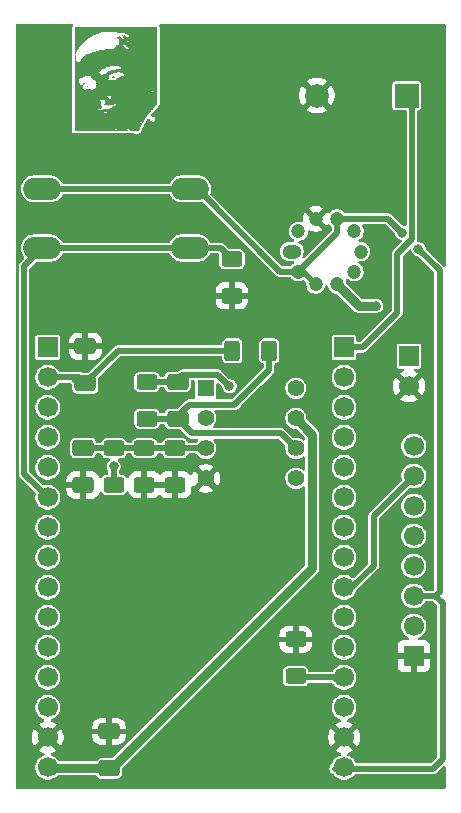
<source format=gbr>
%TF.GenerationSoftware,KiCad,Pcbnew,9.0.4*%
%TF.CreationDate,2026-01-06T17:14:02+01:00*%
%TF.ProjectId,Ampli_capteur_gaz,416d706c-695f-4636-9170-746575725f67,rev?*%
%TF.SameCoordinates,Original*%
%TF.FileFunction,Copper,L1,Top*%
%TF.FilePolarity,Positive*%
%FSLAX46Y46*%
G04 Gerber Fmt 4.6, Leading zero omitted, Abs format (unit mm)*
G04 Created by KiCad (PCBNEW 9.0.4) date 2026-01-06 17:14:02*
%MOMM*%
%LPD*%
G01*
G04 APERTURE LIST*
G04 Aperture macros list*
%AMRoundRect*
0 Rectangle with rounded corners*
0 $1 Rounding radius*
0 $2 $3 $4 $5 $6 $7 $8 $9 X,Y pos of 4 corners*
0 Add a 4 corners polygon primitive as box body*
4,1,4,$2,$3,$4,$5,$6,$7,$8,$9,$2,$3,0*
0 Add four circle primitives for the rounded corners*
1,1,$1+$1,$2,$3*
1,1,$1+$1,$4,$5*
1,1,$1+$1,$6,$7*
1,1,$1+$1,$8,$9*
0 Add four rect primitives between the rounded corners*
20,1,$1+$1,$2,$3,$4,$5,0*
20,1,$1+$1,$4,$5,$6,$7,0*
20,1,$1+$1,$6,$7,$8,$9,0*
20,1,$1+$1,$8,$9,$2,$3,0*%
G04 Aperture macros list end*
%TA.AperFunction,EtchedComponent*%
%ADD10C,0.000000*%
%TD*%
%TA.AperFunction,ComponentPad*%
%ADD11R,1.700000X1.700000*%
%TD*%
%TA.AperFunction,ComponentPad*%
%ADD12C,1.700000*%
%TD*%
%TA.AperFunction,SMDPad,CuDef*%
%ADD13RoundRect,0.250000X-0.625000X0.400000X-0.625000X-0.400000X0.625000X-0.400000X0.625000X0.400000X0*%
%TD*%
%TA.AperFunction,SMDPad,CuDef*%
%ADD14RoundRect,0.250000X-0.650000X0.412500X-0.650000X-0.412500X0.650000X-0.412500X0.650000X0.412500X0*%
%TD*%
%TA.AperFunction,SMDPad,CuDef*%
%ADD15RoundRect,0.250000X0.650000X-0.412500X0.650000X0.412500X-0.650000X0.412500X-0.650000X-0.412500X0*%
%TD*%
%TA.AperFunction,ComponentPad*%
%ADD16O,1.600000X1.200000*%
%TD*%
%TA.AperFunction,ComponentPad*%
%ADD17C,1.200000*%
%TD*%
%TA.AperFunction,ComponentPad*%
%ADD18O,3.200000X1.900000*%
%TD*%
%TA.AperFunction,SMDPad,CuDef*%
%ADD19RoundRect,0.250000X0.625000X-0.400000X0.625000X0.400000X-0.625000X0.400000X-0.625000X-0.400000X0*%
%TD*%
%TA.AperFunction,ComponentPad*%
%ADD20R,1.397000X1.397000*%
%TD*%
%TA.AperFunction,ComponentPad*%
%ADD21C,1.397000*%
%TD*%
%TA.AperFunction,SMDPad,CuDef*%
%ADD22RoundRect,0.250000X0.400000X0.625000X-0.400000X0.625000X-0.400000X-0.625000X0.400000X-0.625000X0*%
%TD*%
%TA.AperFunction,ComponentPad*%
%ADD23R,2.000000X2.000000*%
%TD*%
%TA.AperFunction,ComponentPad*%
%ADD24C,2.000000*%
%TD*%
%TA.AperFunction,ViaPad*%
%ADD25C,0.800000*%
%TD*%
%TA.AperFunction,Conductor*%
%ADD26C,0.500000*%
%TD*%
%TA.AperFunction,Conductor*%
%ADD27C,0.800000*%
%TD*%
G04 APERTURE END LIST*
D10*
%TA.AperFunction,EtchedComponent*%
%TO.C,G\u002A\u002A\u002A*%
G36*
X166679389Y-24655122D02*
G01*
X166674287Y-24660225D01*
X166669184Y-24655122D01*
X166674287Y-24650020D01*
X166679389Y-24655122D01*
G37*
%TD.AperFunction*%
%TA.AperFunction,EtchedComponent*%
G36*
X169302049Y-20899718D02*
G01*
X169296946Y-20904821D01*
X169291844Y-20899718D01*
X169296946Y-20894616D01*
X169302049Y-20899718D01*
G37*
%TD.AperFunction*%
%TA.AperFunction,EtchedComponent*%
G36*
X170240900Y-28655443D02*
G01*
X170235797Y-28660546D01*
X170230695Y-28655443D01*
X170235797Y-28650341D01*
X170240900Y-28655443D01*
G37*
%TD.AperFunction*%
%TA.AperFunction,EtchedComponent*%
G36*
X166635168Y-24673831D02*
G01*
X166633767Y-24679898D01*
X166628365Y-24680634D01*
X166619965Y-24676901D01*
X166621561Y-24673831D01*
X166633672Y-24672610D01*
X166635168Y-24673831D01*
G37*
%TD.AperFunction*%
%TA.AperFunction,EtchedComponent*%
G36*
X170018943Y-21622610D02*
G01*
X170020225Y-21626335D01*
X170006187Y-21627757D01*
X169991700Y-21626154D01*
X169993431Y-21622610D01*
X170014324Y-21621262D01*
X170018943Y-21622610D01*
G37*
%TD.AperFunction*%
%TA.AperFunction,EtchedComponent*%
G36*
X168077461Y-26645078D02*
G01*
X168087276Y-26658124D01*
X168087665Y-26660987D01*
X168079882Y-26670315D01*
X168077461Y-26670590D01*
X168068505Y-26662284D01*
X168067256Y-26654681D01*
X168072203Y-26644118D01*
X168077461Y-26645078D01*
G37*
%TD.AperFunction*%
%TA.AperFunction,EtchedComponent*%
G36*
X170169169Y-28688721D02*
G01*
X170169465Y-28691161D01*
X170161700Y-28701069D01*
X170159260Y-28701366D01*
X170149352Y-28693600D01*
X170149056Y-28691161D01*
X170156821Y-28681252D01*
X170159260Y-28680956D01*
X170169169Y-28688721D01*
G37*
%TD.AperFunction*%
%TA.AperFunction,EtchedComponent*%
G36*
X172320363Y-27784831D02*
G01*
X172311015Y-27797070D01*
X172298713Y-27801780D01*
X172292111Y-27795828D01*
X172292085Y-27795072D01*
X172300262Y-27783280D01*
X172308245Y-27778907D01*
X172320208Y-27778630D01*
X172320363Y-27784831D01*
G37*
%TD.AperFunction*%
%TA.AperFunction,EtchedComponent*%
G36*
X169547361Y-24039113D02*
G01*
X169553020Y-24045202D01*
X169563536Y-24067058D01*
X169555374Y-24080907D01*
X169533423Y-24086877D01*
X169513421Y-24086281D01*
X169506589Y-24074371D01*
X169506147Y-24065007D01*
X169512836Y-24042071D01*
X169528683Y-24032548D01*
X169547361Y-24039113D01*
G37*
%TD.AperFunction*%
%TA.AperFunction,EtchedComponent*%
G36*
X166814663Y-24993279D02*
G01*
X166836645Y-25013044D01*
X166844877Y-25031198D01*
X166844553Y-25049456D01*
X166832167Y-25063488D01*
X166812976Y-25074452D01*
X166776163Y-25090354D01*
X166752892Y-25093370D01*
X166740883Y-25083508D01*
X166738513Y-25074656D01*
X166737852Y-25035532D01*
X166746682Y-25003768D01*
X166762136Y-24986189D01*
X166787258Y-24982930D01*
X166814663Y-24993279D01*
G37*
%TD.AperFunction*%
%TA.AperFunction,EtchedComponent*%
G36*
X166754099Y-24574319D02*
G01*
X166770189Y-24591460D01*
X166779947Y-24617733D01*
X166781114Y-24629942D01*
X166779324Y-24645992D01*
X166769808Y-24653971D01*
X166747145Y-24657188D01*
X166735516Y-24657784D01*
X166708144Y-24657863D01*
X166691712Y-24655761D01*
X166689594Y-24654172D01*
X166695934Y-24643292D01*
X166704901Y-24633254D01*
X166717711Y-24611360D01*
X166720209Y-24597946D01*
X166727312Y-24578543D01*
X166736006Y-24571883D01*
X166754099Y-24574319D01*
G37*
%TD.AperFunction*%
%TA.AperFunction,EtchedComponent*%
G36*
X169011040Y-24152171D02*
G01*
X169023971Y-24171948D01*
X169039441Y-24197018D01*
X169061644Y-24225304D01*
X169067417Y-24231706D01*
X169086092Y-24253603D01*
X169096887Y-24269948D01*
X169097951Y-24273453D01*
X169090339Y-24284109D01*
X169070855Y-24301507D01*
X169055142Y-24313525D01*
X169030076Y-24330222D01*
X169008238Y-24339182D01*
X168981816Y-24342354D01*
X168943000Y-24341683D01*
X168942274Y-24341653D01*
X168904429Y-24339404D01*
X168880627Y-24334896D01*
X168864503Y-24325685D01*
X168849691Y-24309329D01*
X168846156Y-24304764D01*
X168820098Y-24270757D01*
X168890141Y-24205476D01*
X168933243Y-24168360D01*
X168966478Y-24147425D01*
X168991770Y-24142189D01*
X169011040Y-24152171D01*
G37*
%TD.AperFunction*%
%TA.AperFunction,EtchedComponent*%
G36*
X169736927Y-20624459D02*
G01*
X169748976Y-20629923D01*
X169779734Y-20647897D01*
X169802524Y-20666047D01*
X169812235Y-20680244D01*
X169812294Y-20681084D01*
X169803513Y-20688484D01*
X169782337Y-20695475D01*
X169781796Y-20695595D01*
X169757338Y-20704351D01*
X169743364Y-20715639D01*
X169743456Y-20725766D01*
X169749321Y-20729056D01*
X169756917Y-20738446D01*
X169755628Y-20742414D01*
X169745203Y-20750733D01*
X169728997Y-20745206D01*
X169715948Y-20736115D01*
X169704096Y-20724976D01*
X169704774Y-20721133D01*
X169705937Y-20714844D01*
X169698070Y-20703274D01*
X169678794Y-20674542D01*
X169677531Y-20652387D01*
X169694186Y-20633967D01*
X169695728Y-20632934D01*
X169717397Y-20622107D01*
X169736927Y-20624459D01*
G37*
%TD.AperFunction*%
%TA.AperFunction,EtchedComponent*%
G36*
X172697746Y-23254499D02*
G01*
X172697501Y-23560643D01*
X172697262Y-23847034D01*
X172697024Y-24114326D01*
X172696784Y-24363176D01*
X172696538Y-24594240D01*
X172696281Y-24808175D01*
X172696009Y-25005635D01*
X172695718Y-25187277D01*
X172695405Y-25353756D01*
X172695064Y-25505730D01*
X172694692Y-25643853D01*
X172694284Y-25768781D01*
X172693837Y-25881172D01*
X172693347Y-25981679D01*
X172692809Y-26070961D01*
X172692218Y-26149671D01*
X172691572Y-26218467D01*
X172690866Y-26278004D01*
X172690096Y-26328939D01*
X172689258Y-26371926D01*
X172688347Y-26407623D01*
X172687359Y-26436685D01*
X172686291Y-26459768D01*
X172685138Y-26477527D01*
X172683897Y-26490620D01*
X172682562Y-26499702D01*
X172681130Y-26505428D01*
X172679597Y-26508455D01*
X172677959Y-26509439D01*
X172677320Y-26509416D01*
X172662400Y-26513201D01*
X172659461Y-26520331D01*
X172652491Y-26536698D01*
X172636500Y-26555344D01*
X172611980Y-26580527D01*
X172591440Y-26606184D01*
X172579333Y-26626469D01*
X172577822Y-26632391D01*
X172571820Y-26645613D01*
X172557238Y-26666475D01*
X172539212Y-26688614D01*
X172522881Y-26705665D01*
X172514042Y-26711409D01*
X172499288Y-26719479D01*
X172479897Y-26739964D01*
X172460857Y-26767282D01*
X172455363Y-26777108D01*
X172439803Y-26798990D01*
X172423661Y-26810769D01*
X172423462Y-26810823D01*
X172407039Y-26822509D01*
X172392874Y-26842382D01*
X172379453Y-26862381D01*
X172356256Y-26891087D01*
X172326468Y-26925137D01*
X172293275Y-26961165D01*
X172259864Y-26995809D01*
X172229421Y-27025703D01*
X172205132Y-27047483D01*
X172190183Y-27057786D01*
X172188505Y-27058177D01*
X172175451Y-27065822D01*
X172155255Y-27084765D01*
X172132683Y-27109731D01*
X172112504Y-27135444D01*
X172099484Y-27156628D01*
X172099434Y-27156740D01*
X172084061Y-27183458D01*
X172058087Y-27221180D01*
X172024651Y-27265818D01*
X171986892Y-27313283D01*
X171947948Y-27359487D01*
X171918821Y-27391965D01*
X171892952Y-27420749D01*
X171873570Y-27444047D01*
X171864067Y-27457731D01*
X171863632Y-27459147D01*
X171857169Y-27470407D01*
X171840631Y-27491294D01*
X171824026Y-27510171D01*
X171798707Y-27540273D01*
X171777205Y-27569962D01*
X171768868Y-27583929D01*
X171749578Y-27613368D01*
X171726682Y-27639283D01*
X171708991Y-27658232D01*
X171700365Y-27672223D01*
X171700201Y-27673425D01*
X171694706Y-27687164D01*
X171681108Y-27709284D01*
X171677240Y-27714805D01*
X171639903Y-27772792D01*
X171608957Y-27832453D01*
X171587736Y-27887050D01*
X171582742Y-27905847D01*
X171569867Y-27934150D01*
X171544155Y-27968420D01*
X171525571Y-27988151D01*
X171500507Y-28013870D01*
X171482486Y-28034359D01*
X171475358Y-28045236D01*
X171475353Y-28045301D01*
X171468692Y-28060455D01*
X171453983Y-28078137D01*
X171437659Y-28091848D01*
X171426150Y-28095089D01*
X171426110Y-28095065D01*
X171412546Y-28095861D01*
X171401390Y-28111482D01*
X171395816Y-28136355D01*
X171395893Y-28148084D01*
X171391093Y-28182990D01*
X171371422Y-28204686D01*
X171341177Y-28211530D01*
X171321498Y-28214396D01*
X171317482Y-28221679D01*
X171317517Y-28221735D01*
X171331911Y-28230308D01*
X171343631Y-28231940D01*
X171359884Y-28236330D01*
X171363439Y-28242145D01*
X171355008Y-28250875D01*
X171345580Y-28252506D01*
X171334284Y-28254524D01*
X171341567Y-28261435D01*
X171349151Y-28271851D01*
X171344564Y-28276913D01*
X171338375Y-28290689D01*
X171340107Y-28300273D01*
X171341248Y-28311477D01*
X171336431Y-28310706D01*
X171325029Y-28314083D01*
X171310949Y-28332086D01*
X171297250Y-28359752D01*
X171287461Y-28390116D01*
X171275544Y-28418841D01*
X171260425Y-28439115D01*
X171248531Y-28448744D01*
X171239844Y-28448062D01*
X171230374Y-28434184D01*
X171218104Y-28408500D01*
X171195502Y-28359501D01*
X171192170Y-28407975D01*
X171188404Y-28436243D01*
X171182568Y-28453711D01*
X171179192Y-28456448D01*
X171178101Y-28462351D01*
X171188403Y-28475305D01*
X171205224Y-28502157D01*
X171214502Y-28536862D01*
X171215226Y-28571405D01*
X171206381Y-28597773D01*
X171204224Y-28600464D01*
X171189857Y-28625350D01*
X171184182Y-28646753D01*
X171173245Y-28673408D01*
X171150089Y-28698549D01*
X171124801Y-28726946D01*
X171107231Y-28762216D01*
X171106907Y-28763276D01*
X171094801Y-28803682D01*
X170752562Y-28800997D01*
X170410323Y-28798312D01*
X170408925Y-28772101D01*
X170397083Y-28733340D01*
X170367623Y-28697988D01*
X170323333Y-28668995D01*
X170303190Y-28660256D01*
X170267036Y-28645770D01*
X170234796Y-28631734D01*
X170219584Y-28624353D01*
X170193260Y-28617606D01*
X170175221Y-28627041D01*
X170169465Y-28647280D01*
X170160678Y-28657272D01*
X170143282Y-28660546D01*
X170114337Y-28664879D01*
X170096701Y-28671463D01*
X170084377Y-28684640D01*
X170088830Y-28698280D01*
X170106895Y-28708489D01*
X170129293Y-28711570D01*
X170155103Y-28715591D01*
X170165697Y-28729611D01*
X170162634Y-28756570D01*
X170159195Y-28767897D01*
X170147473Y-28803415D01*
X169652725Y-28803415D01*
X169157977Y-28803415D01*
X169212154Y-28741866D01*
X169237554Y-28711549D01*
X169256573Y-28686066D01*
X169265901Y-28669935D01*
X169266332Y-28667880D01*
X169256914Y-28659548D01*
X169229057Y-28658727D01*
X169227444Y-28658863D01*
X169188557Y-28656254D01*
X169152867Y-28645348D01*
X169123103Y-28635586D01*
X169102854Y-28640943D01*
X169089857Y-28663164D01*
X169082405Y-28699649D01*
X169076126Y-28735394D01*
X169068059Y-28767398D01*
X169065359Y-28775351D01*
X169054655Y-28803415D01*
X167377187Y-28803415D01*
X165699719Y-28803415D01*
X165699719Y-28410526D01*
X171169546Y-28410526D01*
X171174648Y-28415628D01*
X171179751Y-28410526D01*
X171174648Y-28405423D01*
X171169546Y-28410526D01*
X165699719Y-28410526D01*
X165699719Y-28206428D01*
X171200160Y-28206428D01*
X171205263Y-28211530D01*
X171210365Y-28206428D01*
X171205263Y-28201325D01*
X171200160Y-28206428D01*
X165699719Y-28206428D01*
X165699719Y-28078189D01*
X171189956Y-28078189D01*
X171197207Y-28094553D01*
X171218019Y-28101150D01*
X171252607Y-28102746D01*
X171291326Y-28101050D01*
X171327230Y-28096761D01*
X171353369Y-28090578D01*
X171360888Y-28086773D01*
X171373084Y-28069853D01*
X171371546Y-28055491D01*
X171357773Y-28050410D01*
X171352965Y-28051279D01*
X171328248Y-28048037D01*
X171303019Y-28032059D01*
X171276834Y-28013007D01*
X171258545Y-28009586D01*
X171242845Y-28021866D01*
X171234939Y-28032944D01*
X171218598Y-28051277D01*
X171204089Y-28058457D01*
X171192500Y-28066928D01*
X171189956Y-28078189D01*
X165699719Y-28078189D01*
X165699719Y-28053778D01*
X171100929Y-28053778D01*
X171113750Y-28055380D01*
X171128726Y-28055677D01*
X171150798Y-28054881D01*
X171156857Y-28052846D01*
X171151687Y-28051255D01*
X171121950Y-28049566D01*
X171105765Y-28051255D01*
X171100929Y-28053778D01*
X165699719Y-28053778D01*
X165699719Y-28032944D01*
X171169546Y-28032944D01*
X171174648Y-28038047D01*
X171179751Y-28032944D01*
X171174648Y-28027842D01*
X171169546Y-28032944D01*
X165699719Y-28032944D01*
X165699719Y-27457840D01*
X171449701Y-27457840D01*
X171458353Y-27474649D01*
X171473533Y-27493875D01*
X171490827Y-27510006D01*
X171505819Y-27517530D01*
X171506977Y-27517597D01*
X171528398Y-27510269D01*
X171535382Y-27504145D01*
X171544012Y-27486132D01*
X171548697Y-27455837D01*
X171549775Y-27410143D01*
X171548993Y-27378470D01*
X171546581Y-27346634D01*
X171540680Y-27329526D01*
X171528908Y-27321491D01*
X171524395Y-27320140D01*
X171497963Y-27321247D01*
X171477273Y-27330176D01*
X171462600Y-27342473D01*
X171456463Y-27358403D01*
X171456711Y-27385162D01*
X171457655Y-27395820D01*
X171458597Y-27427053D01*
X171454952Y-27445926D01*
X171451994Y-27448960D01*
X171449701Y-27457840D01*
X165699719Y-27457840D01*
X165699719Y-27194151D01*
X168129602Y-27194151D01*
X168137293Y-27214571D01*
X168141241Y-27218567D01*
X168162173Y-27228726D01*
X168198604Y-27240715D01*
X168245881Y-27253111D01*
X168276456Y-27259930D01*
X168306509Y-27262677D01*
X168341059Y-27260765D01*
X168362702Y-27257203D01*
X171552839Y-27257203D01*
X171554294Y-27266240D01*
X171560470Y-27280596D01*
X171563290Y-27295645D01*
X171565830Y-27315913D01*
X171569470Y-27322935D01*
X171577960Y-27323704D01*
X171578344Y-27323704D01*
X171584439Y-27317452D01*
X171582844Y-27313499D01*
X171582669Y-27304053D01*
X171585632Y-27303294D01*
X171594107Y-27294527D01*
X171603953Y-27272713D01*
X171606505Y-27265026D01*
X171612989Y-27238991D01*
X171610541Y-27223779D01*
X171597840Y-27211277D01*
X171597740Y-27211201D01*
X171584526Y-27197898D01*
X171583074Y-27181812D01*
X171588787Y-27162401D01*
X171599648Y-27140274D01*
X171610465Y-27137529D01*
X171612020Y-27138624D01*
X171624948Y-27139094D01*
X171645230Y-27131486D01*
X171666333Y-27119535D01*
X171681729Y-27106972D01*
X171684886Y-27097531D01*
X171684558Y-27097160D01*
X171686820Y-27087448D01*
X171694852Y-27078991D01*
X171709189Y-27059557D01*
X171704183Y-27043719D01*
X171684893Y-27035469D01*
X171664208Y-27035905D01*
X171659381Y-27044484D01*
X171650874Y-27055752D01*
X171638971Y-27058376D01*
X171623593Y-27063346D01*
X171621113Y-27070565D01*
X171614404Y-27081333D01*
X171597032Y-27088424D01*
X171582245Y-27093015D01*
X171574300Y-27102249D01*
X171571126Y-27121391D01*
X171570647Y-27155409D01*
X171568901Y-27192393D01*
X171564135Y-27223736D01*
X171559369Y-27238258D01*
X171552839Y-27257203D01*
X168362702Y-27257203D01*
X168374514Y-27255259D01*
X168401279Y-27247225D01*
X168415761Y-27237725D01*
X168416774Y-27233228D01*
X168423740Y-27224975D01*
X168445165Y-27221655D01*
X168445439Y-27221655D01*
X168465336Y-27224138D01*
X168471341Y-27230169D01*
X168471066Y-27230700D01*
X168474406Y-27239258D01*
X168489394Y-27245799D01*
X168507273Y-27247849D01*
X168518355Y-27244063D01*
X168525860Y-27228700D01*
X168529323Y-27214046D01*
X168534865Y-27193157D01*
X168539542Y-27184777D01*
X168543355Y-27172904D01*
X168527304Y-27164932D01*
X168491574Y-27160924D01*
X168466569Y-27160425D01*
X168425485Y-27161820D01*
X168398682Y-27166900D01*
X168380166Y-27177014D01*
X168375754Y-27180835D01*
X168349021Y-27198293D01*
X168321982Y-27197782D01*
X168296456Y-27184731D01*
X168274796Y-27174375D01*
X168259179Y-27178356D01*
X168256971Y-27180067D01*
X168235205Y-27186677D01*
X168205479Y-27182703D01*
X168176213Y-27169735D01*
X168167396Y-27163158D01*
X168150325Y-27154369D01*
X168572661Y-27154369D01*
X168573216Y-27161748D01*
X168583931Y-27166826D01*
X168594356Y-27157663D01*
X168595144Y-27154473D01*
X168629331Y-27154473D01*
X168631207Y-27167708D01*
X168634691Y-27167866D01*
X168637127Y-27154208D01*
X168635496Y-27148307D01*
X168630965Y-27144442D01*
X168629331Y-27154473D01*
X168595144Y-27154473D01*
X168597911Y-27143266D01*
X168595143Y-27132936D01*
X168583791Y-27139038D01*
X168582716Y-27139922D01*
X168572661Y-27154369D01*
X168150325Y-27154369D01*
X168149511Y-27153950D01*
X168139333Y-27154926D01*
X168130175Y-27170704D01*
X168129602Y-27194151D01*
X165699719Y-27194151D01*
X165699719Y-27082891D01*
X168631090Y-27082891D01*
X168639252Y-27101477D01*
X168644125Y-27105774D01*
X168666060Y-27118226D01*
X168679844Y-27115438D01*
X168684652Y-27109401D01*
X168682214Y-27100768D01*
X168674362Y-27099196D01*
X168662728Y-27093703D01*
X168664242Y-27078786D01*
X168664979Y-27062291D01*
X168654405Y-27058376D01*
X168636722Y-27065845D01*
X168631090Y-27082891D01*
X165699719Y-27082891D01*
X165699719Y-26954995D01*
X167645979Y-26954995D01*
X167652504Y-26965457D01*
X167667690Y-26989364D01*
X167673384Y-27003341D01*
X167681983Y-27019913D01*
X167697992Y-27031536D01*
X167724282Y-27038832D01*
X167763725Y-27042423D01*
X167819190Y-27042932D01*
X167852953Y-27042248D01*
X167904605Y-27040920D01*
X167951125Y-27039787D01*
X167987436Y-27038968D01*
X168008458Y-27038585D01*
X168008541Y-27038584D01*
X168036364Y-27030856D01*
X168054463Y-27017296D01*
X168073432Y-27001456D01*
X168103578Y-26982626D01*
X168105092Y-26981840D01*
X168638730Y-26981840D01*
X168643833Y-26986942D01*
X168648935Y-26981840D01*
X168643833Y-26976737D01*
X168638730Y-26981840D01*
X168105092Y-26981840D01*
X168128099Y-26969892D01*
X168149743Y-26959959D01*
X168168544Y-26953054D01*
X168188530Y-26948820D01*
X168213727Y-26946897D01*
X168248163Y-26946927D01*
X168295866Y-26948550D01*
X168344036Y-26950654D01*
X168404475Y-26953272D01*
X168448224Y-26954622D01*
X168478983Y-26954358D01*
X168500450Y-26952135D01*
X168516326Y-26947606D01*
X168530309Y-26940426D01*
X168542039Y-26932899D01*
X168621906Y-26932899D01*
X168624612Y-26940439D01*
X168636914Y-26952274D01*
X168659395Y-26961255D01*
X168685237Y-26966229D01*
X168707625Y-26966041D01*
X168719742Y-26959538D01*
X168720369Y-26956648D01*
X168712920Y-26950958D01*
X168705452Y-26952487D01*
X168686844Y-26952075D01*
X168661133Y-26943484D01*
X168657962Y-26941962D01*
X168633171Y-26929970D01*
X168622511Y-26927011D01*
X168621906Y-26932899D01*
X168542039Y-26932899D01*
X168543418Y-26932014D01*
X168578994Y-26913754D01*
X168617956Y-26900921D01*
X168626345Y-26899284D01*
X168660458Y-26889443D01*
X168679808Y-26874158D01*
X168680280Y-26873325D01*
X168694556Y-26856358D01*
X168707276Y-26859509D01*
X168716179Y-26879791D01*
X168725414Y-26898930D01*
X168735593Y-26905303D01*
X168749296Y-26913266D01*
X168754323Y-26931002D01*
X168749436Y-26949279D01*
X168742381Y-26956041D01*
X168733687Y-26964010D01*
X168737487Y-26966222D01*
X168753324Y-26958119D01*
X168771933Y-26937393D01*
X168788622Y-26910417D01*
X168798699Y-26883564D01*
X168798837Y-26882894D01*
X168811373Y-26858380D01*
X168836223Y-26831338D01*
X168867044Y-26807521D01*
X168897494Y-26792680D01*
X168898658Y-26792342D01*
X168915308Y-26779478D01*
X168917617Y-26767399D01*
X168920985Y-26746425D01*
X168931525Y-26718015D01*
X168935289Y-26710200D01*
X168949321Y-26686209D01*
X168964103Y-26675603D01*
X168988109Y-26673516D01*
X168998617Y-26673834D01*
X169038954Y-26669986D01*
X169071262Y-26652928D01*
X169071614Y-26652652D01*
X169108742Y-26634873D01*
X171843069Y-26634873D01*
X171848172Y-26639975D01*
X171853274Y-26634873D01*
X171848172Y-26629771D01*
X171843069Y-26634873D01*
X169108742Y-26634873D01*
X169112524Y-26633062D01*
X169140706Y-26629771D01*
X169175326Y-26625294D01*
X169213977Y-26614079D01*
X169226072Y-26609106D01*
X169255017Y-26593379D01*
X169269879Y-26579951D01*
X169269041Y-26571004D01*
X169256127Y-26568541D01*
X169239164Y-26562602D01*
X169221470Y-26548817D01*
X169211402Y-26535984D01*
X169261229Y-26535984D01*
X169270096Y-26549010D01*
X169291348Y-26557129D01*
X169294395Y-26557531D01*
X169301818Y-26550590D01*
X169302049Y-26548131D01*
X169310983Y-26541234D01*
X169332796Y-26537967D01*
X169335815Y-26537926D01*
X169365820Y-26533509D01*
X169389391Y-26523208D01*
X169402390Y-26511973D01*
X169401697Y-26502205D01*
X169387517Y-26486500D01*
X169365833Y-26464512D01*
X169323903Y-26492259D01*
X169300819Y-26509811D01*
X169288204Y-26523969D01*
X169287439Y-26528850D01*
X169284841Y-26533490D01*
X169277067Y-26531615D01*
X169263619Y-26531400D01*
X169261229Y-26535984D01*
X169211402Y-26535984D01*
X169209243Y-26533232D01*
X169208504Y-26522074D01*
X169204908Y-26518992D01*
X169187031Y-26521331D01*
X169184692Y-26521858D01*
X169156507Y-26526351D01*
X169118874Y-26529835D01*
X169098114Y-26530907D01*
X169056738Y-26535625D01*
X169029722Y-26545801D01*
X169025893Y-26548918D01*
X169009708Y-26557883D01*
X168980535Y-26563851D01*
X168935163Y-26567396D01*
X168918579Y-26568050D01*
X168875989Y-26569257D01*
X168840196Y-26569881D01*
X168816850Y-26569837D01*
X168812213Y-26569610D01*
X168793028Y-26567746D01*
X168763099Y-26564828D01*
X168750984Y-26563645D01*
X168716717Y-26563197D01*
X168676107Y-26566777D01*
X168635816Y-26573302D01*
X168602508Y-26581688D01*
X168582845Y-26590853D01*
X168582688Y-26590991D01*
X168579799Y-26602666D01*
X168586095Y-26608366D01*
X168593610Y-26616562D01*
X168583459Y-26622928D01*
X168569370Y-26635626D01*
X168567296Y-26643387D01*
X168562787Y-26651885D01*
X168546319Y-26653092D01*
X168525234Y-26649953D01*
X168497519Y-26643200D01*
X168479312Y-26635660D01*
X168476760Y-26633465D01*
X168463451Y-26621977D01*
X168448259Y-26612369D01*
X168428987Y-26605328D01*
X168415746Y-26612689D01*
X168414302Y-26614367D01*
X168399782Y-26623311D01*
X168377326Y-26619032D01*
X168375163Y-26618221D01*
X168343842Y-26613123D01*
X168297025Y-26614820D01*
X168238398Y-26623131D01*
X168225432Y-26625601D01*
X168192155Y-26629900D01*
X168154905Y-26631368D01*
X168120310Y-26630149D01*
X168094999Y-26626387D01*
X168086606Y-26622588D01*
X168085473Y-26614302D01*
X168102898Y-26608799D01*
X168111634Y-26607604D01*
X168135661Y-26607078D01*
X168141648Y-26612925D01*
X168141091Y-26614045D01*
X168143818Y-26613357D01*
X168157407Y-26600705D01*
X168174039Y-26583848D01*
X168198630Y-26554986D01*
X168209871Y-26531230D01*
X168211442Y-26510162D01*
X168218067Y-26473776D01*
X168230235Y-26456587D01*
X168233458Y-26452672D01*
X168331455Y-26452672D01*
X168346280Y-26461980D01*
X168369989Y-26467783D01*
X168395706Y-26474672D01*
X168410920Y-26483631D01*
X168412101Y-26485642D01*
X168417148Y-26495526D01*
X168427633Y-26495019D01*
X168438900Y-26490913D01*
X168451307Y-26479979D01*
X168454928Y-26465590D01*
X168448144Y-26456642D01*
X168445196Y-26456287D01*
X168431793Y-26447359D01*
X168419949Y-26425528D01*
X168412980Y-26398225D01*
X168412962Y-26397692D01*
X169515807Y-26397692D01*
X169520610Y-26406113D01*
X169532493Y-26408459D01*
X169556481Y-26409305D01*
X169584321Y-26408582D01*
X169604007Y-26406803D01*
X169617228Y-26396362D01*
X169628410Y-26374724D01*
X169633740Y-26351025D01*
X169632309Y-26338964D01*
X169618581Y-26324710D01*
X169601304Y-26317160D01*
X169578084Y-26319246D01*
X169553675Y-26333026D01*
X169532326Y-26353817D01*
X169518287Y-26376934D01*
X169515807Y-26397692D01*
X168412962Y-26397692D01*
X168412468Y-26382973D01*
X168410598Y-26360532D01*
X168404428Y-26349389D01*
X168395381Y-26352779D01*
X168387992Y-26369709D01*
X168384374Y-26393314D01*
X168385397Y-26411214D01*
X168382125Y-26426269D01*
X168362980Y-26434677D01*
X168358095Y-26435647D01*
X168335141Y-26443212D01*
X168331455Y-26452672D01*
X168233458Y-26452672D01*
X168245350Y-26438224D01*
X168250944Y-26425672D01*
X168258815Y-26415894D01*
X168261960Y-26415468D01*
X168268421Y-26406795D01*
X168266565Y-26386279D01*
X168267035Y-26354872D01*
X168283013Y-26318348D01*
X168283102Y-26318198D01*
X168296625Y-26285308D01*
X168302921Y-26248897D01*
X168302306Y-26231779D01*
X168312173Y-26231779D01*
X168315907Y-26240179D01*
X168318977Y-26238583D01*
X168320198Y-26226472D01*
X168318977Y-26224976D01*
X168312910Y-26226377D01*
X168312173Y-26231779D01*
X168302306Y-26231779D01*
X168301727Y-26215670D01*
X168294823Y-26197671D01*
X168346562Y-26197671D01*
X168349715Y-26222780D01*
X168353309Y-26232371D01*
X168365699Y-26255521D01*
X168384631Y-26230894D01*
X168398370Y-26208620D01*
X168403791Y-26191763D01*
X168397582Y-26173962D01*
X168383107Y-26154299D01*
X168367254Y-26141331D01*
X168362079Y-26139935D01*
X168353448Y-26148825D01*
X168348041Y-26170544D01*
X168346562Y-26197671D01*
X168294823Y-26197671D01*
X168292775Y-26192331D01*
X168288248Y-26188059D01*
X168271319Y-26184571D01*
X168243857Y-26185842D01*
X168235637Y-26187060D01*
X168165427Y-26192168D01*
X168104986Y-26181080D01*
X168076526Y-26168869D01*
X168050940Y-26153644D01*
X168040431Y-26140435D01*
X168040981Y-26124051D01*
X168041188Y-26123207D01*
X168041193Y-26103864D01*
X168029642Y-26099749D01*
X168009309Y-26111556D01*
X168006046Y-26114405D01*
X167985990Y-26124541D01*
X167955040Y-26132325D01*
X167940530Y-26134252D01*
X167897489Y-26142644D01*
X167865533Y-26157286D01*
X167846795Y-26175835D01*
X167843408Y-26195951D01*
X167857504Y-26215291D01*
X167863158Y-26219206D01*
X167879224Y-26234836D01*
X167883567Y-26246486D01*
X167892098Y-26260750D01*
X167905141Y-26267866D01*
X167919084Y-26275427D01*
X167922916Y-26290130D01*
X167920234Y-26311924D01*
X167917075Y-26338762D01*
X167914104Y-26379087D01*
X167911790Y-26425979D01*
X167911085Y-26447464D01*
X167908424Y-26497435D01*
X167903747Y-26535612D01*
X167897567Y-26558182D01*
X167895816Y-26560976D01*
X167889096Y-26578928D01*
X167891403Y-26598113D01*
X167901173Y-26609012D01*
X167903765Y-26609361D01*
X167910073Y-26618372D01*
X167916406Y-26640912D01*
X167918139Y-26650421D01*
X167926042Y-26679940D01*
X167941987Y-26698155D01*
X167961232Y-26708900D01*
X167985295Y-26719418D01*
X167998488Y-26720510D01*
X168008061Y-26712141D01*
X168010671Y-26708659D01*
X168026046Y-26692932D01*
X168034992Y-26695314D01*
X168036641Y-26705948D01*
X168044764Y-26721932D01*
X168058357Y-26732518D01*
X168080072Y-26744140D01*
X168055806Y-26768116D01*
X168025563Y-26799752D01*
X168008911Y-26821263D01*
X168006026Y-26828676D01*
X167998299Y-26842258D01*
X167978540Y-26862530D01*
X167951886Y-26885144D01*
X167923474Y-26905749D01*
X167898438Y-26919998D01*
X167897882Y-26920243D01*
X167852079Y-26940175D01*
X167821227Y-26953044D01*
X167801528Y-26959856D01*
X167789185Y-26961616D01*
X167780402Y-26959329D01*
X167771381Y-26954002D01*
X167771085Y-26953816D01*
X167754947Y-26934485D01*
X167750904Y-26918155D01*
X167745896Y-26900298D01*
X167727425Y-26895110D01*
X167725872Y-26895098D01*
X167689564Y-26900428D01*
X167661940Y-26914303D01*
X167646309Y-26933550D01*
X167645979Y-26954995D01*
X165699719Y-26954995D01*
X165699719Y-26879791D01*
X167659060Y-26879791D01*
X167664162Y-26884893D01*
X167669265Y-26879791D01*
X167664162Y-26874688D01*
X167659060Y-26879791D01*
X165699719Y-26879791D01*
X165699719Y-25880194D01*
X168470349Y-25880194D01*
X168473840Y-25902707D01*
X168487731Y-25912245D01*
X168495862Y-25913747D01*
X168521646Y-25924195D01*
X168549316Y-25945453D01*
X168572848Y-25971581D01*
X168586218Y-25996637D01*
X168587382Y-26004013D01*
X168595905Y-26036013D01*
X168616906Y-26069918D01*
X168644780Y-26098170D01*
X168666794Y-26111091D01*
X168689035Y-26122977D01*
X168699779Y-26135555D01*
X168699960Y-26137021D01*
X168709009Y-26165700D01*
X168731759Y-26185666D01*
X168753970Y-26190960D01*
X168782661Y-26190960D01*
X168780660Y-26107962D01*
X168778650Y-26063652D01*
X168774547Y-26035011D01*
X168767357Y-26017329D01*
X168759719Y-26008748D01*
X168742834Y-25986776D01*
X168746221Y-25966953D01*
X168761189Y-25953879D01*
X168777306Y-25937328D01*
X168781599Y-25924427D01*
X168788911Y-25904267D01*
X168797339Y-25894659D01*
X168806979Y-25879937D01*
X168802441Y-25870958D01*
X168793124Y-25852108D01*
X168791804Y-25841952D01*
X168788219Y-25825765D01*
X168784150Y-25822200D01*
X168713960Y-25813283D01*
X168644277Y-25811167D01*
X168580993Y-25815681D01*
X168530001Y-25826656D01*
X168521374Y-25829779D01*
X168491362Y-25843045D01*
X168476082Y-25855002D01*
X168470764Y-25870361D01*
X168470349Y-25880194D01*
X165699719Y-25880194D01*
X165699719Y-25410209D01*
X172185640Y-25410209D01*
X172191676Y-25428838D01*
X172195372Y-25436249D01*
X172206132Y-25478190D01*
X172204270Y-25506541D01*
X172201622Y-25539929D01*
X172203525Y-25569400D01*
X172204310Y-25573081D01*
X172210157Y-25588435D01*
X172221535Y-25596169D01*
X172244275Y-25598840D01*
X172263615Y-25599075D01*
X172293457Y-25599830D01*
X172305889Y-25602774D01*
X172303875Y-25608934D01*
X172300564Y-25611832D01*
X172284745Y-25630383D01*
X172276487Y-25650740D01*
X172278722Y-25663950D01*
X172289914Y-25662668D01*
X172307622Y-25652191D01*
X172322363Y-25639091D01*
X172325278Y-25625683D01*
X172317821Y-25603373D01*
X172316444Y-25600041D01*
X172308035Y-25571030D01*
X172300977Y-25531296D01*
X172297491Y-25497992D01*
X172292599Y-25449537D01*
X172284752Y-25395622D01*
X172278469Y-25361811D01*
X172271336Y-25323796D01*
X172269779Y-25302108D01*
X172273697Y-25293473D01*
X172276323Y-25292928D01*
X172291419Y-25285684D01*
X172313196Y-25267698D01*
X172336132Y-25244589D01*
X172354708Y-25221978D01*
X172363402Y-25205483D01*
X172363519Y-25204166D01*
X172371745Y-25188672D01*
X172378827Y-25184365D01*
X172392360Y-25173049D01*
X172394134Y-25167028D01*
X172399183Y-25152993D01*
X172412387Y-25127470D01*
X172429893Y-25097630D01*
X172451510Y-25057581D01*
X172458628Y-25029552D01*
X172451334Y-25011284D01*
X172433521Y-25001634D01*
X172412394Y-25001118D01*
X172392204Y-25015150D01*
X172370642Y-25045805D01*
X172357739Y-25069757D01*
X172341005Y-25098931D01*
X172325130Y-25120409D01*
X172317949Y-25126800D01*
X172307064Y-25140529D01*
X172293589Y-25167630D01*
X172279980Y-25201700D01*
X172268694Y-25236333D01*
X172262187Y-25265126D01*
X172261470Y-25274030D01*
X172253405Y-25293420D01*
X172239929Y-25305598D01*
X172222791Y-25322615D01*
X172205081Y-25350282D01*
X172199189Y-25362472D01*
X172187993Y-25391022D01*
X172185640Y-25410209D01*
X165699719Y-25410209D01*
X165699719Y-24451546D01*
X166080884Y-24451546D01*
X166082513Y-24479182D01*
X166085212Y-24499219D01*
X166087786Y-24533725D01*
X166089839Y-24576764D01*
X166090529Y-24598995D01*
X166092261Y-24645402D01*
X166095930Y-24679755D01*
X166103434Y-24709549D01*
X166116670Y-24742277D01*
X166137536Y-24785436D01*
X166137912Y-24786191D01*
X166160552Y-24828743D01*
X166183665Y-24867313D01*
X166203645Y-24896068D01*
X166211277Y-24904885D01*
X166244093Y-24930210D01*
X166275141Y-24941305D01*
X166300842Y-24938378D01*
X166317622Y-24921634D01*
X166322217Y-24898470D01*
X166329082Y-24876234D01*
X166340076Y-24867298D01*
X166361867Y-24853388D01*
X166371665Y-24829194D01*
X166373086Y-24808135D01*
X166377821Y-24783614D01*
X166395503Y-24767953D01*
X166404084Y-24763809D01*
X166430918Y-24749280D01*
X166450597Y-24734486D01*
X166467478Y-24726963D01*
X166496032Y-24721686D01*
X166528489Y-24719221D01*
X166557077Y-24720134D01*
X166574028Y-24724993D01*
X166574526Y-24725444D01*
X166572398Y-24736169D01*
X166561058Y-24757419D01*
X166544066Y-24783799D01*
X166524983Y-24809916D01*
X166507370Y-24830374D01*
X166501910Y-24835453D01*
X166481230Y-24849056D01*
X166467035Y-24853778D01*
X166458402Y-24859528D01*
X166459667Y-24863811D01*
X166456592Y-24875251D01*
X166443945Y-24885124D01*
X166427710Y-24901112D01*
X166427113Y-24922276D01*
X166427583Y-24953433D01*
X166419851Y-24985185D01*
X166406500Y-25010177D01*
X166392600Y-25020628D01*
X166381552Y-25024887D01*
X166379502Y-25033382D01*
X166386414Y-25051896D01*
X166392333Y-25064806D01*
X166404420Y-25101168D01*
X166411485Y-25142008D01*
X166412043Y-25151096D01*
X166417519Y-25191911D01*
X166429904Y-25234063D01*
X166446642Y-25271120D01*
X166465176Y-25296652D01*
X166471977Y-25301889D01*
X166500559Y-25311116D01*
X166537234Y-25313648D01*
X166574072Y-25309955D01*
X166603144Y-25300509D01*
X166612489Y-25293557D01*
X166635788Y-25278417D01*
X166673210Y-25265362D01*
X166718474Y-25256050D01*
X166765296Y-25252139D01*
X166769465Y-25252109D01*
X166800590Y-25248348D01*
X166825839Y-25239173D01*
X166827724Y-25237952D01*
X166846215Y-25230868D01*
X166877478Y-25224573D01*
X166916761Y-25219398D01*
X166959311Y-25215670D01*
X167000376Y-25213719D01*
X167035202Y-25213874D01*
X167059038Y-25216464D01*
X167067175Y-25221367D01*
X167074520Y-25229222D01*
X167083013Y-25227805D01*
X167093547Y-25227092D01*
X167092615Y-25231816D01*
X167091628Y-25248484D01*
X167094367Y-25254660D01*
X167102017Y-25276534D01*
X167102623Y-25282724D01*
X167111874Y-25291496D01*
X167135634Y-25296172D01*
X167168489Y-25297095D01*
X167205027Y-25294606D01*
X167239835Y-25289046D01*
X167267499Y-25280758D01*
X167281684Y-25271419D01*
X167299528Y-25257597D01*
X167325148Y-25257314D01*
X167328707Y-25257983D01*
X167354406Y-25259073D01*
X167376039Y-25247609D01*
X167387180Y-25237323D01*
X167405044Y-25215195D01*
X167413925Y-25195836D01*
X167414142Y-25193477D01*
X167416929Y-25182589D01*
X167426388Y-25188838D01*
X167449714Y-25200480D01*
X167472909Y-25194539D01*
X167486267Y-25178123D01*
X167499781Y-25151339D01*
X167512077Y-25129650D01*
X167521316Y-25104889D01*
X167524054Y-25069108D01*
X167522659Y-25037806D01*
X167522084Y-24985557D01*
X167529415Y-24950718D01*
X167531704Y-24945962D01*
X167537921Y-24922238D01*
X167540794Y-24884392D01*
X167540606Y-24838388D01*
X167537645Y-24790189D01*
X167532196Y-24745756D01*
X167524544Y-24711053D01*
X167519874Y-24699000D01*
X167509616Y-24671924D01*
X167505986Y-24650924D01*
X167498921Y-24628226D01*
X167486948Y-24612149D01*
X167470315Y-24591036D01*
X167453052Y-24561691D01*
X167449536Y-24554503D01*
X167426080Y-24520328D01*
X167402254Y-24505035D01*
X167383713Y-24495379D01*
X167378900Y-24485992D01*
X167379039Y-24485747D01*
X167375338Y-24478526D01*
X167363306Y-24476536D01*
X167340210Y-24470637D01*
X167314501Y-24456429D01*
X167314231Y-24456231D01*
X167285169Y-24441947D01*
X167262826Y-24436634D01*
X168523580Y-24436634D01*
X168528996Y-24453666D01*
X168535452Y-24462279D01*
X168565859Y-24485425D01*
X168608363Y-24499492D01*
X168656300Y-24503443D01*
X168703008Y-24496237D01*
X168718146Y-24490752D01*
X168748296Y-24482237D01*
X168795969Y-24474624D01*
X168858286Y-24468321D01*
X168893853Y-24465800D01*
X168973681Y-24460752D01*
X169035997Y-24456353D01*
X169083666Y-24452041D01*
X169119550Y-24447258D01*
X169146511Y-24441442D01*
X169167412Y-24434032D01*
X169185118Y-24424469D01*
X169202489Y-24412191D01*
X169214208Y-24403080D01*
X169241577Y-24380616D01*
X169261679Y-24362381D01*
X169269733Y-24352966D01*
X169281420Y-24345167D01*
X169291133Y-24343873D01*
X169311597Y-24337488D01*
X169332414Y-24323679D01*
X169358871Y-24307829D01*
X169391068Y-24297089D01*
X169392654Y-24296787D01*
X169424561Y-24288305D01*
X169457439Y-24275420D01*
X169485530Y-24260932D01*
X169503073Y-24247640D01*
X169506147Y-24241616D01*
X169514383Y-24232672D01*
X169521001Y-24231619D01*
X169538133Y-24226192D01*
X169563444Y-24212568D01*
X169573425Y-24206123D01*
X169607673Y-24186857D01*
X169644235Y-24171857D01*
X169650760Y-24169919D01*
X169678854Y-24160887D01*
X169718331Y-24146359D01*
X169761890Y-24129053D01*
X169774060Y-24123981D01*
X169815381Y-24107897D01*
X169852869Y-24095666D01*
X169880255Y-24089255D01*
X169886290Y-24088750D01*
X169912309Y-24082122D01*
X169922556Y-24063144D01*
X169916380Y-24033174D01*
X169914741Y-24029421D01*
X169905366Y-24008182D01*
X169900915Y-23996906D01*
X169893372Y-23986559D01*
X169874080Y-23964092D01*
X169845378Y-23932157D01*
X169809974Y-23893799D01*
X169790099Y-23881194D01*
X169776120Y-23881137D01*
X169754557Y-23881956D01*
X169737620Y-23876850D01*
X169704529Y-23865545D01*
X169656315Y-23854722D01*
X169598261Y-23845362D01*
X169535646Y-23838443D01*
X169526557Y-23837705D01*
X169480374Y-23833927D01*
X169461598Y-23832253D01*
X169465327Y-23828525D01*
X169460225Y-23823423D01*
X169455122Y-23828525D01*
X169458583Y-23831985D01*
X169434405Y-23829831D01*
X169400413Y-23826488D01*
X169366293Y-23825543D01*
X169337503Y-23829291D01*
X169328979Y-23832299D01*
X169308970Y-23838677D01*
X169275001Y-23845844D01*
X169233418Y-23852519D01*
X169220410Y-23854233D01*
X169158128Y-23862130D01*
X169112915Y-23868309D01*
X169081566Y-23873405D01*
X169060876Y-23878056D01*
X169047639Y-23882897D01*
X169038652Y-23888564D01*
X169035923Y-23890855D01*
X169018816Y-23900905D01*
X168988344Y-23914474D01*
X168950589Y-23928891D01*
X168944079Y-23931167D01*
X168903729Y-23945765D01*
X168867668Y-23960004D01*
X168843036Y-23971051D01*
X168841254Y-23971992D01*
X168816562Y-23982714D01*
X168798571Y-23986701D01*
X168782994Y-23995179D01*
X168776836Y-24006040D01*
X168761617Y-24022743D01*
X168735329Y-24032015D01*
X168711920Y-24038662D01*
X168700254Y-24046393D01*
X168699960Y-24047601D01*
X168691283Y-24056362D01*
X168669925Y-24066380D01*
X168665145Y-24068042D01*
X168640307Y-24079635D01*
X168625376Y-24092874D01*
X168624587Y-24094499D01*
X168611359Y-24109138D01*
X168592808Y-24119365D01*
X168571260Y-24131953D01*
X168561005Y-24144295D01*
X168561305Y-24161682D01*
X168568561Y-24187311D01*
X168579789Y-24213990D01*
X168592007Y-24234530D01*
X168601456Y-24241824D01*
X168603702Y-24248160D01*
X168596501Y-24259682D01*
X168579159Y-24284767D01*
X168565110Y-24312001D01*
X168558050Y-24333730D01*
X168558049Y-24339336D01*
X168555495Y-24360381D01*
X168542405Y-24393915D01*
X168531696Y-24415327D01*
X168523580Y-24436634D01*
X167262826Y-24436634D01*
X167250365Y-24433671D01*
X167245843Y-24433270D01*
X167209082Y-24424969D01*
X167180573Y-24402648D01*
X167179511Y-24401450D01*
X167154500Y-24373204D01*
X167128024Y-24343655D01*
X167125940Y-24341349D01*
X167099241Y-24301743D01*
X167085744Y-24254290D01*
X167083652Y-24199840D01*
X167083423Y-24169968D01*
X167076701Y-24151774D01*
X167058929Y-24136615D01*
X167045988Y-24128405D01*
X167022271Y-24112281D01*
X167008030Y-24099705D01*
X167006220Y-24096404D01*
X166997256Y-24089654D01*
X166974761Y-24089618D01*
X166944217Y-24095589D01*
X166911107Y-24106862D01*
X166905334Y-24109384D01*
X166870913Y-24121267D01*
X166834630Y-24128046D01*
X166802668Y-24129198D01*
X166781208Y-24124197D01*
X166776890Y-24120262D01*
X166765049Y-24118555D01*
X166740435Y-24123972D01*
X166717610Y-24131833D01*
X166675259Y-24145131D01*
X166626952Y-24155762D01*
X166602852Y-24159248D01*
X166561545Y-24166081D01*
X166532478Y-24177957D01*
X166511008Y-24194676D01*
X166476838Y-24220608D01*
X166429734Y-24248014D01*
X166376532Y-24273290D01*
X166325705Y-24292323D01*
X166289637Y-24300194D01*
X166259408Y-24297072D01*
X166250540Y-24294292D01*
X166220454Y-24289922D01*
X166188474Y-24298943D01*
X166150905Y-24322788D01*
X166127257Y-24342104D01*
X166105376Y-24370905D01*
X166088916Y-24410458D01*
X166080884Y-24451546D01*
X165699719Y-24451546D01*
X165699719Y-24400000D01*
X165699719Y-23834530D01*
X167772534Y-23834530D01*
X167793342Y-23869796D01*
X167809054Y-23892136D01*
X167822540Y-23904310D01*
X167825266Y-23905062D01*
X167843405Y-23910871D01*
X167865799Y-23924958D01*
X167886177Y-23942315D01*
X167898267Y-23957934D01*
X167899092Y-23964022D01*
X167902673Y-23980186D01*
X167919753Y-23998489D01*
X167944772Y-24013771D01*
X167957780Y-24018467D01*
X167986589Y-24022941D01*
X168017123Y-24022724D01*
X168042087Y-24018415D01*
X168054183Y-24010612D01*
X168054199Y-24010562D01*
X168065912Y-24004304D01*
X168091596Y-24002162D01*
X168103379Y-24002612D01*
X168130575Y-24002816D01*
X168146845Y-23999823D01*
X168148895Y-23997565D01*
X168157956Y-23991384D01*
X168180751Y-23985382D01*
X168192266Y-23983506D01*
X168255919Y-23965887D01*
X168310652Y-23933204D01*
X168352423Y-23888149D01*
X168363506Y-23869424D01*
X168380940Y-23844719D01*
X168400686Y-23828274D01*
X168424152Y-23814827D01*
X168436095Y-23806496D01*
X168454346Y-23796495D01*
X168482534Y-23785323D01*
X168490759Y-23782603D01*
X168520129Y-23771746D01*
X168542375Y-23760756D01*
X168545903Y-23758313D01*
X168567349Y-23749780D01*
X168577172Y-23749758D01*
X168595527Y-23746087D01*
X168621621Y-23733462D01*
X168632185Y-23726796D01*
X168657302Y-23711135D01*
X168675958Y-23701960D01*
X168680141Y-23700964D01*
X168696823Y-23696585D01*
X168707752Y-23691628D01*
X168734055Y-23681816D01*
X168777373Y-23670452D01*
X168834433Y-23658237D01*
X168901964Y-23645872D01*
X168975492Y-23634234D01*
X169024052Y-23626657D01*
X169066647Y-23619178D01*
X169098328Y-23612719D01*
X169113258Y-23608607D01*
X169133584Y-23601019D01*
X169154732Y-23595453D01*
X169180749Y-23591418D01*
X169215679Y-23588427D01*
X169263568Y-23585990D01*
X169316849Y-23584012D01*
X169386059Y-23582557D01*
X169435355Y-23583591D01*
X169464603Y-23587109D01*
X169472325Y-23590283D01*
X169484127Y-23593216D01*
X169503015Y-23585421D01*
X169532339Y-23565346D01*
X169541859Y-23558099D01*
X169572664Y-23533859D01*
X169589841Y-23517194D01*
X169595895Y-23503180D01*
X169593332Y-23486893D01*
X169586973Y-23469467D01*
X169579783Y-23441701D01*
X169574507Y-23405196D01*
X169573324Y-23389714D01*
X169570693Y-23338690D01*
X169474949Y-23319167D01*
X169429028Y-23310234D01*
X169397317Y-23305724D01*
X169374139Y-23305476D01*
X169353814Y-23309328D01*
X169335914Y-23315211D01*
X169307662Y-23324158D01*
X169288528Y-23324655D01*
X169268777Y-23316080D01*
X169259068Y-23310303D01*
X169236397Y-23298675D01*
X169214220Y-23294517D01*
X169184087Y-23296809D01*
X169167938Y-23299299D01*
X169130862Y-23303372D01*
X169097953Y-23303592D01*
X169083480Y-23301580D01*
X169046105Y-23294826D01*
X168999397Y-23290865D01*
X168950566Y-23289831D01*
X168906820Y-23291855D01*
X168875369Y-23297073D01*
X168873443Y-23297686D01*
X168853213Y-23303415D01*
X168824780Y-23309416D01*
X168785742Y-23316067D01*
X168733700Y-23323744D01*
X168666252Y-23332822D01*
X168580999Y-23343680D01*
X168577501Y-23344117D01*
X168533228Y-23349824D01*
X168493010Y-23355318D01*
X168464021Y-23359611D01*
X168459217Y-23360408D01*
X168429383Y-23370941D01*
X168401012Y-23389399D01*
X168380322Y-23410853D01*
X168373403Y-23428429D01*
X168367260Y-23442845D01*
X168352606Y-23459612D01*
X168335099Y-23473933D01*
X168320400Y-23481007D01*
X168314511Y-23478366D01*
X168303388Y-23473015D01*
X168281193Y-23475391D01*
X168254818Y-23483535D01*
X168231158Y-23495489D01*
X168219726Y-23505292D01*
X168196614Y-23520379D01*
X168153633Y-23533371D01*
X168129259Y-23538255D01*
X168090290Y-23545935D01*
X168066668Y-23553327D01*
X168053507Y-23562836D01*
X168045924Y-23576868D01*
X168044858Y-23579822D01*
X168026636Y-23606657D01*
X167993950Y-23632217D01*
X167952528Y-23652239D01*
X167943506Y-23655264D01*
X167917989Y-23668952D01*
X167885448Y-23694239D01*
X167850999Y-23726317D01*
X167819757Y-23760378D01*
X167796837Y-23791614D01*
X167794885Y-23794952D01*
X167772534Y-23834530D01*
X165699719Y-23834530D01*
X165699719Y-22305900D01*
X165754788Y-22305900D01*
X165760745Y-22312972D01*
X165772586Y-22329868D01*
X165783960Y-22363395D01*
X165794182Y-22409777D01*
X165802567Y-22465237D01*
X165808429Y-22525997D01*
X165811083Y-22588282D01*
X165811111Y-22590578D01*
X165812767Y-22628748D01*
X165816368Y-22658506D01*
X165821197Y-22674385D01*
X165822213Y-22675393D01*
X165827555Y-22688280D01*
X165830722Y-22715012D01*
X165831127Y-22740427D01*
X165832370Y-22789899D01*
X165838324Y-22824469D01*
X165848514Y-22841992D01*
X165853967Y-22843752D01*
X165867483Y-22850446D01*
X165886127Y-22866581D01*
X165886445Y-22866907D01*
X165924727Y-22901663D01*
X165969247Y-22934844D01*
X166015164Y-22963513D01*
X166057636Y-22984737D01*
X166091821Y-22995579D01*
X166099999Y-22996373D01*
X166124212Y-22990667D01*
X166141870Y-22969540D01*
X166143370Y-22966718D01*
X166154409Y-22939300D01*
X166158939Y-22916142D01*
X166163955Y-22896251D01*
X166176850Y-22866950D01*
X166188419Y-22845677D01*
X166206325Y-22811974D01*
X166219994Y-22780257D01*
X166224454Y-22765832D01*
X166234865Y-22743874D01*
X166256165Y-22714171D01*
X166284073Y-22682631D01*
X166286503Y-22680166D01*
X166313171Y-22651176D01*
X166332923Y-22625583D01*
X166342075Y-22608251D01*
X166342312Y-22606488D01*
X166347013Y-22591329D01*
X166352000Y-22588629D01*
X166362832Y-22580727D01*
X166378218Y-22561060D01*
X166382730Y-22554072D01*
X166401494Y-22530350D01*
X166420794Y-22515533D01*
X166424382Y-22514208D01*
X166440916Y-22503085D01*
X166444676Y-22492785D01*
X166453530Y-22479511D01*
X166477522Y-22461715D01*
X166506287Y-22445568D01*
X166541593Y-22424999D01*
X166567025Y-22404806D01*
X166576695Y-22391846D01*
X166595286Y-22359237D01*
X166624533Y-22333558D01*
X166667405Y-22313055D01*
X166726873Y-22295974D01*
X166746354Y-22291681D01*
X166844121Y-22269047D01*
X166929155Y-22245010D01*
X166999435Y-22220264D01*
X167052940Y-22195502D01*
X167081752Y-22176604D01*
X167114110Y-22154998D01*
X167148285Y-22139274D01*
X167161854Y-22135531D01*
X167184997Y-22129078D01*
X167195358Y-22121775D01*
X167195109Y-22119807D01*
X167199390Y-22112223D01*
X167218442Y-22106134D01*
X167246639Y-22102357D01*
X167278354Y-22101711D01*
X167303150Y-22104110D01*
X167326635Y-22110340D01*
X167337307Y-22117800D01*
X167337046Y-22120108D01*
X167335439Y-22129442D01*
X167346800Y-22128316D01*
X167367513Y-22118171D01*
X167393962Y-22100445D01*
X167401955Y-22094278D01*
X167432758Y-22072969D01*
X167462738Y-22057244D01*
X167476030Y-22052728D01*
X167495287Y-22045508D01*
X167500576Y-22037110D01*
X167500370Y-22036734D01*
X167504979Y-22030327D01*
X167524000Y-22027381D01*
X167526114Y-22027360D01*
X167549944Y-22023250D01*
X167563032Y-22013336D01*
X167563052Y-22013285D01*
X167573782Y-22004204D01*
X167599386Y-21996523D01*
X167641338Y-21989995D01*
X167701115Y-21984375D01*
X167758422Y-21980612D01*
X167810531Y-21975888D01*
X167844142Y-21968851D01*
X167857208Y-21961480D01*
X167874716Y-21951176D01*
X167905980Y-21942333D01*
X167944353Y-21935861D01*
X167983189Y-21932669D01*
X168015842Y-21933666D01*
X168031984Y-21937576D01*
X168056080Y-21943525D01*
X168069935Y-21937527D01*
X168085522Y-21931451D01*
X168116148Y-21924439D01*
X168156544Y-21917597D01*
X168179940Y-21914438D01*
X168224939Y-21907660D01*
X168264470Y-21899487D01*
X168292548Y-21891251D01*
X168300220Y-21887654D01*
X168335286Y-21877309D01*
X168361449Y-21878797D01*
X168423206Y-21888086D01*
X168475159Y-21893932D01*
X168523909Y-21896578D01*
X168576058Y-21896268D01*
X168620710Y-21894094D01*
X170159260Y-21894094D01*
X170166668Y-21904486D01*
X170169465Y-21904901D01*
X170179405Y-21901419D01*
X170179670Y-21900401D01*
X170172519Y-21891688D01*
X170169465Y-21889594D01*
X170160062Y-21890403D01*
X170159260Y-21894094D01*
X168620710Y-21894094D01*
X168638209Y-21893242D01*
X168679550Y-21890473D01*
X168730761Y-21887446D01*
X168782424Y-21885389D01*
X168825623Y-21884627D01*
X168836549Y-21884716D01*
X168875740Y-21883093D01*
X168911666Y-21877732D01*
X168928394Y-21872863D01*
X168950614Y-21859979D01*
X168978136Y-21838924D01*
X169006158Y-21814106D01*
X169029880Y-21789934D01*
X169044502Y-21770818D01*
X169046926Y-21764001D01*
X169055387Y-21754094D01*
X169076532Y-21741292D01*
X169085195Y-21737198D01*
X169120532Y-21720884D01*
X169141427Y-21707678D01*
X169152217Y-21692694D01*
X169157237Y-21671045D01*
X169159180Y-21653843D01*
X169166599Y-21616001D01*
X169179134Y-21580639D01*
X169184341Y-21570691D01*
X169194824Y-21554492D01*
X169205544Y-21544673D01*
X169221553Y-21539637D01*
X169247905Y-21537787D01*
X169289269Y-21537525D01*
X169343202Y-21535292D01*
X169387421Y-21529097D01*
X169407630Y-21523207D01*
X169781359Y-21523207D01*
X169786471Y-21539692D01*
X169804619Y-21563886D01*
X169822499Y-21582205D01*
X169845099Y-21605269D01*
X169859923Y-21623559D01*
X169863318Y-21630675D01*
X169869698Y-21644014D01*
X169885395Y-21664184D01*
X169888831Y-21667978D01*
X169905746Y-21689426D01*
X169914142Y-21706352D01*
X169914343Y-21708158D01*
X169923103Y-21719381D01*
X169942406Y-21727392D01*
X169969927Y-21739656D01*
X169993844Y-21758201D01*
X170014673Y-21775091D01*
X170032729Y-21782432D01*
X170033195Y-21782442D01*
X170050168Y-21789905D01*
X170069228Y-21807952D01*
X170069940Y-21808845D01*
X170082261Y-21822763D01*
X170095351Y-21829982D01*
X170115165Y-21831798D01*
X170147657Y-21829507D01*
X170159532Y-21828337D01*
X170204339Y-21825693D01*
X170229690Y-21828729D01*
X170235280Y-21832630D01*
X170248812Y-21838541D01*
X170271389Y-21838658D01*
X170292663Y-21833549D01*
X170299702Y-21829091D01*
X170297579Y-21818443D01*
X170285470Y-21798885D01*
X170267728Y-21776028D01*
X170248709Y-21755486D01*
X170232831Y-21742902D01*
X170213567Y-21735869D01*
X170182152Y-21727368D01*
X170156136Y-21721513D01*
X170120848Y-21712752D01*
X170100227Y-21702667D01*
X170088619Y-21688080D01*
X170085948Y-21682102D01*
X170072092Y-21639702D01*
X170059273Y-21586592D01*
X170050240Y-21535332D01*
X170040440Y-21503694D01*
X170025447Y-21491238D01*
X170007263Y-21478210D01*
X169990663Y-21455465D01*
X169990506Y-21455162D01*
X169972861Y-21432837D01*
X169954900Y-21425271D01*
X169932898Y-21418353D01*
X169914343Y-21404861D01*
X169896857Y-21388710D01*
X169887833Y-21388319D01*
X169882132Y-21405494D01*
X169879766Y-21417016D01*
X169869823Y-21439640D01*
X169850774Y-21466585D01*
X169827638Y-21492216D01*
X169805435Y-21510898D01*
X169790601Y-21517115D01*
X169781359Y-21523207D01*
X169407630Y-21523207D01*
X169410190Y-21522461D01*
X169431672Y-21512489D01*
X169441337Y-21501700D01*
X169441884Y-21491603D01*
X169455122Y-21491603D01*
X169460225Y-21496705D01*
X169465327Y-21491603D01*
X169460225Y-21486500D01*
X169455122Y-21491603D01*
X169441884Y-21491603D01*
X169442343Y-21483135D01*
X169439136Y-21458681D01*
X169430389Y-21419536D01*
X169417255Y-21381448D01*
X169412962Y-21372102D01*
X169398786Y-21340033D01*
X169396179Y-21316537D01*
X169406339Y-21294160D01*
X169430032Y-21265923D01*
X169459625Y-21228653D01*
X169472187Y-21198648D01*
X169468404Y-21173041D01*
X169465750Y-21169320D01*
X170061921Y-21169320D01*
X170076648Y-21177996D01*
X170092969Y-21187934D01*
X170096237Y-21196166D01*
X170102008Y-21205005D01*
X170114621Y-21208960D01*
X170136683Y-21218388D01*
X170159535Y-21236773D01*
X170159771Y-21237024D01*
X170187643Y-21255938D01*
X170218972Y-21261714D01*
X170246669Y-21253834D01*
X170257309Y-21244134D01*
X170269997Y-21219032D01*
X170263749Y-21198924D01*
X170248534Y-21186176D01*
X170225425Y-21176072D01*
X170191465Y-21166932D01*
X170152587Y-21159644D01*
X170114723Y-21155094D01*
X170083806Y-21154170D01*
X170065767Y-21157758D01*
X170064600Y-21158678D01*
X170061921Y-21169320D01*
X169465750Y-21169320D01*
X169456370Y-21156169D01*
X169444278Y-21139533D01*
X170006187Y-21139533D01*
X170013953Y-21149442D01*
X170016392Y-21149738D01*
X170026300Y-21141973D01*
X170026597Y-21139533D01*
X170018831Y-21129625D01*
X170016392Y-21129329D01*
X170006484Y-21137094D01*
X170006187Y-21139533D01*
X169444278Y-21139533D01*
X169437946Y-21130822D01*
X169437739Y-21112289D01*
X169449676Y-21101559D01*
X169457996Y-21088164D01*
X169458519Y-21068446D01*
X169452221Y-21052041D01*
X169444205Y-21047689D01*
X169435421Y-21039193D01*
X169422813Y-21017628D01*
X169416185Y-21003647D01*
X169398782Y-20972600D01*
X169377948Y-20955548D01*
X169362932Y-20949918D01*
X169334018Y-20934896D01*
X169319177Y-20909771D01*
X169308735Y-20885888D01*
X169297967Y-20871811D01*
X169295253Y-20865554D01*
X169304093Y-20864157D01*
X169323709Y-20856516D01*
X169329605Y-20849827D01*
X169348015Y-20832849D01*
X169380423Y-20815910D01*
X169420554Y-20801429D01*
X169462137Y-20791831D01*
X169486187Y-20789382D01*
X169517636Y-20789196D01*
X169537737Y-20794086D01*
X169554464Y-20807951D01*
X169573971Y-20832303D01*
X169592882Y-20858407D01*
X169605312Y-20878113D01*
X169608196Y-20885068D01*
X169616993Y-20892493D01*
X169638289Y-20899597D01*
X169639530Y-20899876D01*
X169661152Y-20908447D01*
X169665987Y-20919470D01*
X169669654Y-20933900D01*
X169684794Y-20954168D01*
X169690779Y-20960186D01*
X169709595Y-20979703D01*
X169719828Y-20993738D01*
X169720450Y-20995892D01*
X169729658Y-21007204D01*
X169753487Y-21018458D01*
X169786239Y-21027634D01*
X169822221Y-21032711D01*
X169824682Y-21032859D01*
X169856090Y-21032783D01*
X169872490Y-21027264D01*
X169877981Y-21018618D01*
X169880436Y-20979205D01*
X169867246Y-20938011D01*
X169843412Y-20905313D01*
X169824124Y-20884173D01*
X169813210Y-20867778D01*
X169812294Y-20864345D01*
X169804076Y-20854890D01*
X169797565Y-20853796D01*
X169780884Y-20846139D01*
X169768016Y-20832637D01*
X169754292Y-20819570D01*
X169746425Y-20822432D01*
X169733789Y-20832567D01*
X169722639Y-20829582D01*
X169720450Y-20822226D01*
X169728995Y-20811057D01*
X169741682Y-20805513D01*
X169757677Y-20794702D01*
X169758043Y-20781332D01*
X169760605Y-20759950D01*
X169767313Y-20750966D01*
X169776197Y-20736086D01*
X169774888Y-20728604D01*
X169774932Y-20722823D01*
X169779397Y-20724825D01*
X169793583Y-20724744D01*
X169796884Y-20721299D01*
X169810356Y-20714626D01*
X169835714Y-20711095D01*
X169842909Y-20710928D01*
X169869727Y-20708721D01*
X169886612Y-20703250D01*
X169888319Y-20701550D01*
X169900123Y-20699654D01*
X169922395Y-20706455D01*
X169948672Y-20719254D01*
X169972490Y-20735351D01*
X169975572Y-20737990D01*
X170033744Y-20784314D01*
X170088120Y-20814635D01*
X170143877Y-20831285D01*
X170193977Y-20836362D01*
X170231884Y-20836512D01*
X170256417Y-20832785D01*
X170274493Y-20823480D01*
X170285936Y-20813749D01*
X170306101Y-20792217D01*
X170310064Y-20776035D01*
X170297916Y-20758268D01*
X170286822Y-20747539D01*
X170269405Y-20728072D01*
X170261371Y-20712535D01*
X170261310Y-20711621D01*
X170253575Y-20703896D01*
X170241709Y-20705568D01*
X170224370Y-20704376D01*
X170202419Y-20689103D01*
X170184117Y-20670726D01*
X170147841Y-20639249D01*
X170113139Y-20623490D01*
X170111815Y-20623227D01*
X170079713Y-20609941D01*
X170053241Y-20587953D01*
X170018512Y-20561324D01*
X169969108Y-20542378D01*
X169930823Y-20530837D01*
X169895824Y-20518897D01*
X169878626Y-20512105D01*
X169820124Y-20491732D01*
X169758495Y-20479588D01*
X169699457Y-20476145D01*
X169648731Y-20481875D01*
X169622520Y-20490943D01*
X169585143Y-20502818D01*
X169535582Y-20509277D01*
X169478970Y-20510672D01*
X169420437Y-20507355D01*
X169365118Y-20499676D01*
X169318143Y-20487988D01*
X169284646Y-20472642D01*
X169277961Y-20467349D01*
X169254404Y-20452324D01*
X169221703Y-20446108D01*
X169203934Y-20445600D01*
X169172029Y-20443397D01*
X169148098Y-20437795D01*
X169141426Y-20433969D01*
X169125368Y-20427992D01*
X169094339Y-20424073D01*
X169055195Y-20422891D01*
X169010088Y-20421801D01*
X168965855Y-20418411D01*
X168934672Y-20413912D01*
X168862570Y-20402028D01*
X168777921Y-20393132D01*
X168684884Y-20387228D01*
X168587619Y-20384320D01*
X168490286Y-20384413D01*
X168397044Y-20387511D01*
X168312053Y-20393618D01*
X168239473Y-20402739D01*
X168189714Y-20413116D01*
X168139957Y-20424815D01*
X168085834Y-20434873D01*
X168043356Y-20440618D01*
X167997339Y-20446650D01*
X167956461Y-20456306D01*
X167911973Y-20471990D01*
X167878465Y-20485913D01*
X167859055Y-20492998D01*
X167826560Y-20503636D01*
X167787500Y-20515703D01*
X167781518Y-20517492D01*
X167745240Y-20529185D01*
X167695293Y-20546508D01*
X167636979Y-20567562D01*
X167575601Y-20590447D01*
X167541703Y-20603418D01*
X167484545Y-20625388D01*
X167431011Y-20645729D01*
X167385285Y-20662870D01*
X167351550Y-20675237D01*
X167337605Y-20680114D01*
X167304530Y-20693301D01*
X167275400Y-20708388D01*
X167271273Y-20711047D01*
X167190973Y-20761629D01*
X167093620Y-20815894D01*
X166981905Y-20872344D01*
X166978017Y-20874221D01*
X166897871Y-20916746D01*
X166832195Y-20959755D01*
X166783450Y-21001577D01*
X166772451Y-21013696D01*
X166749153Y-21041302D01*
X166728566Y-21065652D01*
X166722169Y-21073202D01*
X166682957Y-21117425D01*
X166638011Y-21164862D01*
X166589819Y-21213223D01*
X166540871Y-21260218D01*
X166493654Y-21303559D01*
X166450658Y-21340956D01*
X166414369Y-21370121D01*
X166387278Y-21388764D01*
X166372707Y-21394656D01*
X166358209Y-21402182D01*
X166333266Y-21423050D01*
X166300220Y-21454694D01*
X166261413Y-21494546D01*
X166219187Y-21540040D01*
X166175884Y-21588609D01*
X166133844Y-21637688D01*
X166095410Y-21684709D01*
X166062924Y-21727106D01*
X166042165Y-21756930D01*
X166019443Y-21791773D01*
X165998762Y-21823298D01*
X165985139Y-21843869D01*
X165969430Y-21872013D01*
X165960061Y-21894894D01*
X165947066Y-21927842D01*
X165926809Y-21969880D01*
X165903238Y-22013600D01*
X165880300Y-22051596D01*
X165865369Y-22072521D01*
X165847472Y-22103703D01*
X165845431Y-22126116D01*
X165840886Y-22154461D01*
X165827580Y-22172800D01*
X165813745Y-22188712D01*
X165799714Y-22209428D01*
X165782760Y-22239434D01*
X165760156Y-22283217D01*
X165758550Y-22286401D01*
X165754788Y-22305900D01*
X165699719Y-22305900D01*
X165699719Y-19996585D01*
X169200016Y-19996585D01*
X172700313Y-19996585D01*
X172697746Y-23254499D01*
G37*
%TD.AperFunction*%
%TD*%
D11*
%TO.P,J3,1,Pin_1*%
%TO.N,unconnected-(J3-Pin_1-Pad1)*%
X163400000Y-47120000D03*
D12*
%TO.P,J3,2,Pin_2*%
%TO.N,/ADC_Sensor*%
X163400000Y-49660000D03*
%TO.P,J3,3,Pin_3*%
%TO.N,unconnected-(J3-Pin_3-Pad3)*%
X163400000Y-52200000D03*
%TO.P,J3,4,Pin_4*%
%TO.N,unconnected-(J3-Pin_4-Pad4)*%
X163400000Y-54740000D03*
%TO.P,J3,5,Pin_5*%
%TO.N,unconnected-(J3-Pin_5-Pad5)*%
X163400000Y-57280000D03*
%TO.P,J3,6,Pin_6*%
%TO.N,/Button*%
X163400000Y-59820000D03*
%TO.P,J3,7,Pin_7*%
%TO.N,unconnected-(J3-Pin_7-Pad7)*%
X163400000Y-62360000D03*
%TO.P,J3,8,Pin_8*%
%TO.N,unconnected-(J3-Pin_8-Pad8)*%
X163400000Y-64900000D03*
%TO.P,J3,9,Pin_9*%
%TO.N,unconnected-(J3-Pin_9-Pad9)*%
X163400000Y-67440000D03*
%TO.P,J3,10,Pin_10*%
%TO.N,unconnected-(J3-Pin_10-Pad10)*%
X163400000Y-69980000D03*
%TO.P,J3,11,Pin_11*%
%TO.N,unconnected-(J3-Pin_11-Pad11)*%
X163400000Y-72520000D03*
%TO.P,J3,12,Pin_12*%
%TO.N,unconnected-(J3-Pin_12-Pad12)*%
X163400000Y-75060000D03*
%TO.P,J3,13,Pin_13*%
%TO.N,unconnected-(J3-Pin_13-Pad13)*%
X163400000Y-77600000D03*
%TO.P,J3,14,Pin_14*%
%TO.N,GND*%
X163400000Y-80140000D03*
%TO.P,J3,15,Pin_15*%
%TO.N,/5V*%
X163400000Y-82680000D03*
D11*
%TO.P,J3,16,Pin_15*%
%TO.N,/Buzzer*%
X188500000Y-47120000D03*
D12*
%TO.P,J3,17,Pin_14*%
%TO.N,unconnected-(J3-Pin_14-Pad17)*%
X188500000Y-49660000D03*
%TO.P,J3,18,Pin_13*%
%TO.N,unconnected-(J3-Pin_13-Pad18)*%
X188500000Y-52200000D03*
%TO.P,J3,19,Pin_12*%
%TO.N,unconnected-(J3-Pin_12-Pad19)*%
X188500000Y-54740000D03*
%TO.P,J3,20,Pin_11*%
%TO.N,unconnected-(J3-Pin_11-Pad20)*%
X188500000Y-57280000D03*
%TO.P,J3,21,Pin_10*%
%TO.N,unconnected-(J3-Pin_10-Pad21)*%
X188500000Y-59820000D03*
%TO.P,J3,22,Pin_9*%
%TO.N,unconnected-(J3-Pin_9-Pad22)*%
X188500000Y-62360000D03*
%TO.P,J3,23,Pin_8*%
%TO.N,unconnected-(J3-Pin_8-Pad23)*%
X188500000Y-64900000D03*
%TO.P,J3,24,24*%
%TO.N,/RX_LoRa*%
X188500000Y-67440000D03*
%TO.P,J3,25,Pin_6*%
%TO.N,/TX_LoRa*%
X188500000Y-69980000D03*
%TO.P,J3,26,Pin_5*%
%TO.N,/RESET_LoRa*%
X188500000Y-72520000D03*
%TO.P,J3,27,27*%
%TO.N,/ADC_TEMP*%
X188500000Y-75060000D03*
%TO.P,J3,28,Pin_3*%
%TO.N,unconnected-(J3-Pin_3-Pad28)*%
X188500000Y-77600000D03*
%TO.P,J3,29,Pin_2*%
%TO.N,GND*%
X188500000Y-80140000D03*
%TO.P,J3,30,Pin_1*%
%TO.N,/3V3*%
X188500000Y-82680000D03*
%TD*%
D13*
%TO.P,R6,1*%
%TO.N,/Button*%
X179000000Y-39650000D03*
%TO.P,R6,2*%
%TO.N,GND*%
X179000000Y-42750000D03*
%TD*%
D14*
%TO.P,C1,1*%
%TO.N,Net-(U3-IN+)*%
X166400000Y-55637500D03*
%TO.P,C1,2*%
%TO.N,GND*%
X166400000Y-58762500D03*
%TD*%
D15*
%TO.P,C4,1*%
%TO.N,/ADC_Sensor*%
X166600000Y-50162500D03*
%TO.P,C4,2*%
%TO.N,GND*%
X166600000Y-47037500D03*
%TD*%
D13*
%TO.P,R4,1*%
%TO.N,Net-(U3-IN-)*%
X171800000Y-50050000D03*
%TO.P,R4,2*%
%TO.N,Net-(U3-OUT)*%
X171800000Y-53150000D03*
%TD*%
D16*
%TO.P,U2,1*%
%TO.N,N/C*%
X184080000Y-39000000D03*
D17*
%TO.P,U2,2,2*%
%TO.N,/3V3*%
X184637670Y-40716333D03*
%TO.P,U2,3,3*%
X186097670Y-41777085D03*
%TO.P,U2,4,4*%
%TO.N,/15V*%
X187902330Y-41777085D03*
%TO.P,U2,5,5*%
%TO.N,/I_Sensor*%
X189362330Y-40716333D03*
%TO.P,U2,6*%
%TO.N,N/C*%
X189920000Y-39000000D03*
%TO.P,U2,7,7*%
%TO.N,/ADC_TEMP*%
X189362330Y-37283667D03*
%TO.P,U2,8,8*%
%TO.N,/3V3*%
X187902330Y-36222915D03*
%TO.P,U2,9,9*%
%TO.N,GND*%
X186097670Y-36222915D03*
%TO.P,U2,10,10*%
%TO.N,unconnected-(U2-Pad10)*%
X184637670Y-37283667D03*
%TD*%
D18*
%TO.P,SW2,1,1*%
%TO.N,/3V3*%
X162950000Y-33700000D03*
X175450000Y-33700000D03*
%TO.P,SW2,2,2*%
%TO.N,/Button*%
X162950000Y-38700000D03*
X175450000Y-38700000D03*
%TD*%
D13*
%TO.P,R3,1*%
%TO.N,Net-(U3-IN+)*%
X174200000Y-55650000D03*
%TO.P,R3,2*%
%TO.N,GND*%
X174200000Y-58750000D03*
%TD*%
%TO.P,R2,1*%
%TO.N,Net-(U3-IN+)*%
X171600000Y-55650000D03*
%TO.P,R2,2*%
%TO.N,GND*%
X171600000Y-58750000D03*
%TD*%
D15*
%TO.P,C3,1*%
%TO.N,/5V*%
X168600000Y-82762500D03*
%TO.P,C3,2*%
%TO.N,GND*%
X168600000Y-79637500D03*
%TD*%
D19*
%TO.P,R8,1*%
%TO.N,/ADC_TEMP*%
X184400000Y-74950000D03*
%TO.P,R8,2*%
%TO.N,GND*%
X184400000Y-71850000D03*
%TD*%
%TO.P,R1,1*%
%TO.N,/I_Sensor*%
X169000000Y-58750000D03*
%TO.P,R1,2*%
%TO.N,Net-(U3-IN+)*%
X169000000Y-55650000D03*
%TD*%
D11*
%TO.P,J2,1,Pin_1*%
%TO.N,GND*%
X194400000Y-73240000D03*
D12*
%TO.P,J2,2,Pin_2*%
%TO.N,unconnected-(J2-Pin_2-Pad2)*%
X194400000Y-70700000D03*
%TO.P,J2,3,Pin_3*%
%TO.N,/3V3*%
X194400000Y-68160000D03*
%TO.P,J2,4,Pin_4*%
%TO.N,/RESET_LoRa*%
X194400000Y-65620000D03*
%TO.P,J2,5,Pin_5*%
%TO.N,unconnected-(J2-Pin_5-Pad5)*%
X194400000Y-63080000D03*
%TO.P,J2,6,Pin_6*%
%TO.N,unconnected-(J2-Pin_6-Pad6)*%
X194400000Y-60540000D03*
%TO.P,J2,7,Pin_7*%
%TO.N,/RX_LoRa*%
X194400000Y-58000000D03*
%TO.P,J2,8,Pin_8*%
%TO.N,/TX_LoRa*%
X194400000Y-55460000D03*
%TD*%
D20*
%TO.P,U3,1,NC*%
%TO.N,unconnected-(U3-NC-Pad1)*%
X176790000Y-50590000D03*
D21*
%TO.P,U3,2,IN-*%
%TO.N,Net-(U3-IN-)*%
X176790000Y-53130000D03*
%TO.P,U3,3,IN+*%
%TO.N,Net-(U3-IN+)*%
X176790000Y-55670000D03*
%TO.P,U3,4,V-*%
%TO.N,GND*%
X176790000Y-58210000D03*
%TO.P,U3,5,EXT_CLK_INPUT*%
%TO.N,unconnected-(U3-EXT_CLK_INPUT-Pad5)*%
X184410000Y-58210000D03*
%TO.P,U3,6,OUT*%
%TO.N,Net-(U3-OUT)*%
X184410000Y-55670000D03*
%TO.P,U3,7,V+*%
%TO.N,/5V*%
X184410000Y-53130000D03*
%TO.P,U3,8,NC*%
%TO.N,unconnected-(U3-NC-Pad8)*%
X184410000Y-50590000D03*
%TD*%
D22*
%TO.P,R5,1*%
%TO.N,Net-(U3-OUT)*%
X182150000Y-47400000D03*
%TO.P,R5,2*%
%TO.N,/ADC_Sensor*%
X179050000Y-47400000D03*
%TD*%
D23*
%TO.P,BZ1,1,+*%
%TO.N,/Buzzer*%
X193800000Y-25800000D03*
D24*
%TO.P,BZ1,2,-*%
%TO.N,GND*%
X186200000Y-25800000D03*
%TD*%
D11*
%TO.P,J1,1,Pin_1*%
%TO.N,/15V*%
X194000000Y-47860000D03*
D12*
%TO.P,J1,2,Pin_2*%
%TO.N,GND*%
X194000000Y-50400000D03*
%TD*%
D14*
%TO.P,C2,1*%
%TO.N,Net-(U3-IN-)*%
X174400000Y-50037500D03*
%TO.P,C2,2*%
%TO.N,Net-(U3-OUT)*%
X174400000Y-53162500D03*
%TD*%
D25*
%TO.N,GND*%
X184400000Y-69600000D03*
X168600000Y-77600000D03*
X181400000Y-22000000D03*
X173000000Y-31600000D03*
X179600000Y-79400000D03*
X181400000Y-27800000D03*
X166600000Y-45000000D03*
X165800000Y-31600000D03*
X193600000Y-83800000D03*
X195800000Y-21000000D03*
X183800000Y-44600000D03*
X172800000Y-40600000D03*
X185600000Y-48600000D03*
X180600000Y-52800000D03*
X163400000Y-28200000D03*
X184400000Y-83800000D03*
X175400000Y-64400000D03*
X168600000Y-64600000D03*
X172400000Y-44800000D03*
X175800000Y-71200000D03*
X180600000Y-57600000D03*
X166000000Y-40600000D03*
X182400000Y-64200000D03*
X194600000Y-44000000D03*
X166400000Y-53000000D03*
X169200000Y-53000000D03*
X178600000Y-32000000D03*
X196000000Y-33600000D03*
X174000000Y-28200000D03*
X174800000Y-83800000D03*
X193600000Y-78400000D03*
X191800000Y-33600000D03*
X168600000Y-71400000D03*
%TO.N,Net-(U3-IN-)*%
X178800000Y-50400000D03*
%TO.N,/3V3*%
X193400000Y-37400000D03*
X194800000Y-38800000D03*
%TO.N,/I_Sensor*%
X169000000Y-57200000D03*
%TO.N,/15V*%
X191200000Y-43600000D03*
%TD*%
D26*
%TO.N,/Buzzer*%
X193800000Y-25800000D02*
X194251000Y-26251000D01*
X194251000Y-26251000D02*
X194251000Y-37949000D01*
X193000000Y-39200000D02*
X193000000Y-44200000D01*
X190080000Y-47120000D02*
X188500000Y-47120000D01*
X194251000Y-37949000D02*
X193000000Y-39200000D01*
X193000000Y-44200000D02*
X190080000Y-47120000D01*
%TO.N,Net-(U3-IN+)*%
X176757500Y-55637500D02*
X176790000Y-55670000D01*
X171600000Y-55650000D02*
X174200000Y-55650000D01*
X166400000Y-55637500D02*
X176757500Y-55637500D01*
X169000000Y-55650000D02*
X166412500Y-55650000D01*
X169000000Y-55650000D02*
X171600000Y-55650000D01*
X166412500Y-55650000D02*
X166400000Y-55637500D01*
%TO.N,Net-(U3-OUT)*%
X174187500Y-53162500D02*
X174200000Y-53150000D01*
X175600000Y-54400000D02*
X183140000Y-54400000D01*
X175369500Y-51980500D02*
X174200000Y-53150000D01*
X171600000Y-53162500D02*
X174187500Y-53162500D01*
X182150000Y-49050000D02*
X182150000Y-47400000D01*
X179219500Y-51980500D02*
X182150000Y-49050000D01*
X183140000Y-54400000D02*
X184410000Y-55670000D01*
X175369500Y-51980500D02*
X179219500Y-51980500D01*
X174400000Y-53200000D02*
X175600000Y-54400000D01*
X184410000Y-55670000D02*
X184330000Y-55670000D01*
X174400000Y-53162500D02*
X174400000Y-53200000D01*
%TO.N,Net-(U3-IN-)*%
X177840500Y-49440500D02*
X178800000Y-50400000D01*
X174200000Y-50050000D02*
X174809500Y-49440500D01*
X171600000Y-50037500D02*
X174187500Y-50037500D01*
X174809500Y-49440500D02*
X177840500Y-49440500D01*
X174187500Y-50037500D02*
X174200000Y-50050000D01*
D27*
%TO.N,/5V*%
X168837500Y-82762500D02*
X185800000Y-65800000D01*
X163482500Y-82762500D02*
X163400000Y-82680000D01*
X168600000Y-82762500D02*
X163482500Y-82762500D01*
X185800000Y-54520000D02*
X184410000Y-53130000D01*
X185800000Y-65800000D02*
X185800000Y-54520000D01*
D26*
%TO.N,/ADC_Sensor*%
X166097500Y-49660000D02*
X166600000Y-50162500D01*
X169362500Y-47400000D02*
X166600000Y-50162500D01*
X179050000Y-47400000D02*
X169362500Y-47400000D01*
X165597500Y-49760000D02*
X166000000Y-50162500D01*
X163400000Y-49660000D02*
X166097500Y-49660000D01*
%TO.N,/RX_LoRa*%
X194400000Y-58000000D02*
X191000000Y-61400000D01*
X189160000Y-67440000D02*
X188500000Y-67440000D01*
X191000000Y-65600000D02*
X189160000Y-67440000D01*
X191000000Y-61400000D02*
X191000000Y-65600000D01*
%TO.N,/3V3*%
X187700000Y-82780000D02*
X196020000Y-82780000D01*
X192222915Y-36222915D02*
X193400000Y-37400000D01*
X196849000Y-68769000D02*
X196240000Y-68160000D01*
X196240000Y-68160000D02*
X194400000Y-68160000D01*
X175450000Y-33700000D02*
X176100000Y-33700000D01*
X187902330Y-37451673D02*
X187902330Y-36222915D01*
X187902330Y-36222915D02*
X192222915Y-36222915D01*
X196600000Y-67800000D02*
X196240000Y-68160000D01*
X194800000Y-38800000D02*
X196600000Y-40600000D01*
X196020000Y-82780000D02*
X196849000Y-81951000D01*
X196600000Y-40600000D02*
X196600000Y-67800000D01*
X184637670Y-40716333D02*
X185036918Y-40716333D01*
X185036918Y-40716333D02*
X186097670Y-41777085D01*
X183116333Y-40716333D02*
X184637670Y-40716333D01*
X184637670Y-40716333D02*
X187902330Y-37451673D01*
X176100000Y-33700000D02*
X183116333Y-40716333D01*
X196849000Y-81951000D02*
X196849000Y-68769000D01*
X162950000Y-33700000D02*
X175450000Y-33700000D01*
%TO.N,/Button*%
X175450000Y-38700000D02*
X178050000Y-38700000D01*
X178050000Y-38700000D02*
X179000000Y-39650000D01*
X161400000Y-57820000D02*
X161400000Y-40250000D01*
X163400000Y-59820000D02*
X161400000Y-57820000D01*
X161400000Y-40250000D02*
X162950000Y-38700000D01*
X162950000Y-38700000D02*
X175450000Y-38700000D01*
%TO.N,/I_Sensor*%
X169000000Y-58750000D02*
X169000000Y-57200000D01*
%TO.N,/ADC_TEMP*%
X187740000Y-75200000D02*
X187700000Y-75160000D01*
X184510000Y-75060000D02*
X184400000Y-74950000D01*
X188500000Y-75060000D02*
X184510000Y-75060000D01*
D27*
%TO.N,/15V*%
X189725245Y-43600000D02*
X187902330Y-41777085D01*
X191200000Y-43600000D02*
X189725245Y-43600000D01*
%TD*%
%TA.AperFunction,Conductor*%
%TO.N,GND*%
G36*
X165489135Y-19720185D02*
G01*
X165534890Y-19772989D01*
X165544834Y-19842147D01*
X165519043Y-19901813D01*
X165514570Y-19907421D01*
X165494219Y-19996580D01*
X165494219Y-28803419D01*
X165499370Y-28849143D01*
X165539052Y-28931541D01*
X165539053Y-28931542D01*
X165610556Y-28988564D01*
X165681002Y-29004643D01*
X165699714Y-29008914D01*
X165699719Y-29008915D01*
X169054655Y-29008915D01*
X169092597Y-29003009D01*
X169139260Y-29004642D01*
X169157977Y-29008915D01*
X169157981Y-29008915D01*
X170147467Y-29008915D01*
X170147473Y-29008915D01*
X170218792Y-28996142D01*
X170218796Y-28996138D01*
X170230399Y-28991532D01*
X170231129Y-28993370D01*
X170282960Y-28977715D01*
X170312460Y-28981040D01*
X170319707Y-28982754D01*
X170319710Y-28982756D01*
X170408711Y-29003806D01*
X171093189Y-29009176D01*
X171171426Y-28994362D01*
X171246571Y-28942233D01*
X171291655Y-28862661D01*
X171291657Y-28862651D01*
X171294384Y-28856263D01*
X171295094Y-28856565D01*
X171301493Y-28841800D01*
X171308293Y-28830115D01*
X171324400Y-28812629D01*
X171363363Y-28751417D01*
X171374300Y-28724762D01*
X171380638Y-28705905D01*
X171382195Y-28703209D01*
X171382166Y-28703192D01*
X171386858Y-28695132D01*
X171395605Y-28679986D01*
X171395667Y-28677437D01*
X171400136Y-28665589D01*
X171401203Y-28663142D01*
X171401212Y-28663128D01*
X171410057Y-28636760D01*
X171415845Y-28598807D01*
X171417477Y-28593974D01*
X171417273Y-28591092D01*
X171421822Y-28581115D01*
X171429621Y-28558029D01*
X171433804Y-28550376D01*
X171440281Y-28541691D01*
X171465357Y-28497588D01*
X171473852Y-28477111D01*
X171477033Y-28471292D01*
X171478156Y-28470169D01*
X171481559Y-28463673D01*
X171484993Y-28458335D01*
X171484994Y-28458335D01*
X171534478Y-28381423D01*
X171536301Y-28366662D01*
X171537080Y-28363981D01*
X171536888Y-28362496D01*
X171539686Y-28355008D01*
X171547306Y-28328775D01*
X171550386Y-28322271D01*
X171556559Y-28312393D01*
X171557094Y-28308112D01*
X171561551Y-28298705D01*
X171562364Y-28296550D01*
X171562369Y-28296545D01*
X171575594Y-28261520D01*
X171603714Y-28217849D01*
X171611967Y-28209558D01*
X171626676Y-28191876D01*
X171641589Y-28167765D01*
X171658238Y-28146457D01*
X171672743Y-28131575D01*
X171675164Y-28129048D01*
X171675176Y-28129034D01*
X171675228Y-28128981D01*
X171693741Y-28109324D01*
X171693748Y-28109317D01*
X171708533Y-28091749D01*
X171734245Y-28057479D01*
X171756922Y-28019241D01*
X171769797Y-27990938D01*
X171781352Y-27958614D01*
X171781639Y-27957534D01*
X171785913Y-27944421D01*
X171794057Y-27923467D01*
X171799553Y-27911308D01*
X171815229Y-27881086D01*
X171821024Y-27871088D01*
X171846550Y-27831445D01*
X171849243Y-27827440D01*
X171849413Y-27827198D01*
X171856174Y-27816904D01*
X171867322Y-27798768D01*
X171919199Y-27751966D01*
X171988145Y-27740639D01*
X172052269Y-27768386D01*
X172091213Y-27826395D01*
X172094194Y-27837673D01*
X172101912Y-27873639D01*
X172101913Y-27873640D01*
X172101913Y-27873641D01*
X172154509Y-27948458D01*
X172154510Y-27948459D01*
X172161106Y-27954406D01*
X172161109Y-27954408D01*
X172161111Y-27954410D01*
X172194480Y-27978884D01*
X172281645Y-28006570D01*
X172372190Y-27993695D01*
X172384492Y-27988985D01*
X172404034Y-27980312D01*
X172474328Y-27921806D01*
X172483676Y-27909567D01*
X172507682Y-27869340D01*
X172525799Y-27779696D01*
X172525644Y-27773495D01*
X172519443Y-27728276D01*
X172477865Y-27646818D01*
X172405061Y-27591467D01*
X172315451Y-27573185D01*
X172315450Y-27573185D01*
X172303384Y-27573464D01*
X172303263Y-27573469D01*
X172303257Y-27573467D01*
X172302587Y-27573483D01*
X172302582Y-27573296D01*
X172290924Y-27570333D01*
X172278284Y-27571859D01*
X172257707Y-27561891D01*
X172235546Y-27556260D01*
X172226860Y-27546949D01*
X172215403Y-27541400D01*
X172203481Y-27521890D01*
X172187883Y-27505171D01*
X172185609Y-27492643D01*
X172178971Y-27481780D01*
X172179489Y-27458921D01*
X172175407Y-27436425D01*
X172180304Y-27423006D01*
X172180556Y-27411929D01*
X172193574Y-27386651D01*
X172195942Y-27380165D01*
X172197630Y-27377664D01*
X172222562Y-27344380D01*
X172227344Y-27337724D01*
X172253318Y-27300002D01*
X172262181Y-27285945D01*
X172276349Y-27261320D01*
X172278010Y-27258617D01*
X172279782Y-27255993D01*
X172289258Y-27248150D01*
X172312181Y-27223282D01*
X172321750Y-27216688D01*
X172342325Y-27200481D01*
X172366614Y-27178701D01*
X172373403Y-27172330D01*
X172403846Y-27142436D01*
X172407783Y-27138463D01*
X172441194Y-27103819D01*
X172444410Y-27100407D01*
X172477603Y-27064379D01*
X172481135Y-27060445D01*
X172483746Y-27057461D01*
X172510906Y-27026414D01*
X172510923Y-27026395D01*
X172516092Y-27020249D01*
X172539289Y-26991543D01*
X172547467Y-26980451D01*
X172555462Y-26970690D01*
X172560043Y-26965643D01*
X172560937Y-26964992D01*
X172607278Y-26918079D01*
X172622838Y-26896197D01*
X172624634Y-26893356D01*
X172626047Y-26891312D01*
X172629250Y-26888717D01*
X172648990Y-26866274D01*
X172671291Y-26847808D01*
X172687622Y-26830757D01*
X172698569Y-26818366D01*
X172716595Y-26796227D01*
X172725671Y-26784206D01*
X172740253Y-26763344D01*
X172758943Y-26730556D01*
X172758944Y-26730552D01*
X172759890Y-26728894D01*
X172771858Y-26711523D01*
X172775156Y-26707513D01*
X172783736Y-26698703D01*
X172792491Y-26689124D01*
X172808482Y-26670478D01*
X172817277Y-26656313D01*
X172822509Y-26649955D01*
X172822603Y-26649890D01*
X172822876Y-26649512D01*
X172862927Y-26601301D01*
X172864460Y-26598274D01*
X172880490Y-26555285D01*
X172881922Y-26549559D01*
X172885877Y-26529588D01*
X172887212Y-26520506D01*
X172887216Y-26520479D01*
X172888480Y-26510011D01*
X172889721Y-26496921D01*
X172890206Y-26490836D01*
X172891356Y-26473131D01*
X172891568Y-26469319D01*
X172891571Y-26469266D01*
X172892639Y-26446183D01*
X172892740Y-26443667D01*
X172893728Y-26414605D01*
X172893780Y-26412866D01*
X172894691Y-26377169D01*
X172894719Y-26375931D01*
X172895557Y-26332944D01*
X172895573Y-26332045D01*
X172896343Y-26281110D01*
X172896352Y-26280441D01*
X172897058Y-26220904D01*
X172897063Y-26220397D01*
X172897709Y-26151601D01*
X172897712Y-26151214D01*
X172898303Y-26072504D01*
X172898305Y-26072199D01*
X172898843Y-25982917D01*
X172898937Y-25982917D01*
X172898935Y-25982904D01*
X172898843Y-25982904D01*
X172898845Y-25982681D01*
X172899335Y-25882174D01*
X172899335Y-25881989D01*
X172899336Y-25881871D01*
X172899336Y-25881737D01*
X172899781Y-25769814D01*
X172899782Y-25769598D01*
X172899783Y-25769452D01*
X172900069Y-25681947D01*
X184700000Y-25681947D01*
X184700000Y-25918052D01*
X184736934Y-26151247D01*
X184809897Y-26375802D01*
X184917087Y-26586174D01*
X184977338Y-26669104D01*
X184977340Y-26669105D01*
X185717037Y-25929408D01*
X185734075Y-25992993D01*
X185799901Y-26107007D01*
X185892993Y-26200099D01*
X186007007Y-26265925D01*
X186070590Y-26282962D01*
X185330893Y-27022658D01*
X185413828Y-27082914D01*
X185624197Y-27190102D01*
X185848752Y-27263065D01*
X185848751Y-27263065D01*
X186081948Y-27300000D01*
X186318052Y-27300000D01*
X186551247Y-27263065D01*
X186775802Y-27190102D01*
X186986163Y-27082918D01*
X186986169Y-27082914D01*
X187069104Y-27022658D01*
X187069105Y-27022658D01*
X186329408Y-26282962D01*
X186392993Y-26265925D01*
X186507007Y-26200099D01*
X186600099Y-26107007D01*
X186665925Y-25992993D01*
X186682962Y-25929408D01*
X187422658Y-26669105D01*
X187422658Y-26669104D01*
X187482914Y-26586169D01*
X187482918Y-26586163D01*
X187590102Y-26375802D01*
X187663065Y-26151247D01*
X187700000Y-25918052D01*
X187700000Y-25681947D01*
X187663065Y-25448752D01*
X187590102Y-25224197D01*
X187482914Y-25013828D01*
X187422658Y-24930894D01*
X187422658Y-24930893D01*
X186682962Y-25670590D01*
X186665925Y-25607007D01*
X186600099Y-25492993D01*
X186507007Y-25399901D01*
X186392993Y-25334075D01*
X186329409Y-25317037D01*
X187069105Y-24577340D01*
X187069104Y-24577338D01*
X186986174Y-24517087D01*
X186775802Y-24409897D01*
X186551247Y-24336934D01*
X186551248Y-24336934D01*
X186318052Y-24300000D01*
X186081948Y-24300000D01*
X185848752Y-24336934D01*
X185624197Y-24409897D01*
X185413830Y-24517084D01*
X185330894Y-24577340D01*
X186070591Y-25317037D01*
X186007007Y-25334075D01*
X185892993Y-25399901D01*
X185799901Y-25492993D01*
X185734075Y-25607007D01*
X185717037Y-25670591D01*
X184977340Y-24930894D01*
X184917084Y-25013830D01*
X184809897Y-25224197D01*
X184736934Y-25448752D01*
X184700000Y-25681947D01*
X172900069Y-25681947D01*
X172900191Y-25644524D01*
X172900191Y-25644406D01*
X172900563Y-25506283D01*
X172900563Y-25506191D01*
X172900904Y-25354217D01*
X172900905Y-25354142D01*
X172901218Y-25187663D01*
X172901218Y-25187606D01*
X172901509Y-25005964D01*
X172901509Y-25005918D01*
X172901781Y-24808458D01*
X172901781Y-24808422D01*
X172902038Y-24594487D01*
X172902038Y-24594459D01*
X172902284Y-24363395D01*
X172902284Y-24363374D01*
X172902524Y-24114524D01*
X172902524Y-24114509D01*
X172902762Y-23847217D01*
X172902762Y-23847205D01*
X172903001Y-23560814D01*
X172903001Y-23560807D01*
X172903246Y-23254663D01*
X172903246Y-23254661D01*
X172904157Y-22098458D01*
X172905813Y-19996751D01*
X172905794Y-19996585D01*
X172900661Y-19950857D01*
X172865720Y-19878302D01*
X172854368Y-19809361D01*
X172882090Y-19745226D01*
X172940085Y-19706260D01*
X172977440Y-19700500D01*
X196975500Y-19700500D01*
X197042539Y-19720185D01*
X197088294Y-19772989D01*
X197099500Y-19824500D01*
X197099500Y-40163035D01*
X197079815Y-40230074D01*
X197027011Y-40275829D01*
X196957853Y-40285773D01*
X196894297Y-40256748D01*
X196887819Y-40250716D01*
X195436700Y-38799597D01*
X195403215Y-38738274D01*
X195401442Y-38728099D01*
X195400500Y-38720945D01*
X195400500Y-38720943D01*
X195359577Y-38568216D01*
X195314253Y-38489711D01*
X195280524Y-38431290D01*
X195280518Y-38431282D01*
X195168717Y-38319481D01*
X195168709Y-38319475D01*
X195031790Y-38240426D01*
X195031786Y-38240424D01*
X195031784Y-38240423D01*
X194879057Y-38199500D01*
X194811871Y-38199500D01*
X194744832Y-38179815D01*
X194699077Y-38127011D01*
X194689133Y-38057853D01*
X194692096Y-38043409D01*
X194701499Y-38008313D01*
X194701500Y-38008307D01*
X194701500Y-27124500D01*
X194721185Y-27057461D01*
X194773989Y-27011706D01*
X194813878Y-27003028D01*
X194813688Y-27001097D01*
X194819742Y-27000500D01*
X194819748Y-27000500D01*
X194834568Y-26997552D01*
X194878229Y-26988868D01*
X194878229Y-26988867D01*
X194878231Y-26988867D01*
X194944552Y-26944552D01*
X194988867Y-26878231D01*
X194988867Y-26878229D01*
X194988868Y-26878229D01*
X195000499Y-26819752D01*
X195000500Y-26819750D01*
X195000500Y-24780249D01*
X195000499Y-24780247D01*
X194988868Y-24721770D01*
X194988867Y-24721769D01*
X194944552Y-24655447D01*
X194878230Y-24611132D01*
X194878229Y-24611131D01*
X194819752Y-24599500D01*
X194819748Y-24599500D01*
X192780252Y-24599500D01*
X192780247Y-24599500D01*
X192721770Y-24611131D01*
X192721769Y-24611132D01*
X192655447Y-24655447D01*
X192611132Y-24721769D01*
X192611131Y-24721770D01*
X192599500Y-24780247D01*
X192599500Y-26819752D01*
X192611131Y-26878229D01*
X192611132Y-26878230D01*
X192655447Y-26944552D01*
X192721769Y-26988867D01*
X192721770Y-26988868D01*
X192780247Y-27000499D01*
X192780250Y-27000500D01*
X192780252Y-27000500D01*
X193676500Y-27000500D01*
X193743539Y-27020185D01*
X193789294Y-27072989D01*
X193800500Y-27124500D01*
X193800500Y-36724728D01*
X193793571Y-36748322D01*
X193790819Y-36772761D01*
X193783901Y-36781257D01*
X193780815Y-36791767D01*
X193762231Y-36807869D01*
X193746702Y-36826942D01*
X193736288Y-36830349D01*
X193728011Y-36837522D01*
X193703671Y-36841021D01*
X193680297Y-36848670D01*
X193667176Y-36846269D01*
X193658853Y-36847466D01*
X193645225Y-36844719D01*
X193634286Y-36841868D01*
X193631784Y-36840423D01*
X193479057Y-36799500D01*
X193471737Y-36799500D01*
X193456809Y-36795609D01*
X193433190Y-36781433D01*
X193407997Y-36770287D01*
X193400403Y-36763299D01*
X192499531Y-35862428D01*
X192499529Y-35862426D01*
X192448165Y-35832771D01*
X192396803Y-35803116D01*
X192384695Y-35799872D01*
X192372588Y-35796628D01*
X192372585Y-35796627D01*
X192334393Y-35786393D01*
X192282224Y-35772415D01*
X192282223Y-35772415D01*
X188630348Y-35772415D01*
X188563309Y-35752730D01*
X188527244Y-35717303D01*
X188524118Y-35712624D01*
X188412622Y-35601128D01*
X188412618Y-35601125D01*
X188281515Y-35513524D01*
X188281502Y-35513517D01*
X188135831Y-35453179D01*
X188135819Y-35453176D01*
X187981175Y-35422415D01*
X187981172Y-35422415D01*
X187823488Y-35422415D01*
X187823485Y-35422415D01*
X187668840Y-35453176D01*
X187668828Y-35453179D01*
X187523157Y-35513517D01*
X187523144Y-35513524D01*
X187392041Y-35601125D01*
X187392037Y-35601128D01*
X187280541Y-35712624D01*
X187279888Y-35713603D01*
X187279413Y-35713999D01*
X187276677Y-35717334D01*
X187276044Y-35716814D01*
X187226274Y-35758407D01*
X187156949Y-35767113D01*
X187093922Y-35736957D01*
X187066303Y-35701005D01*
X187038475Y-35646391D01*
X187038474Y-35646389D01*
X187033960Y-35640177D01*
X187033959Y-35640176D01*
X186451223Y-36222914D01*
X186451223Y-36222915D01*
X187033959Y-36805651D01*
X187038473Y-36799440D01*
X187066302Y-36744824D01*
X187114276Y-36694028D01*
X187182097Y-36677233D01*
X187248232Y-36699770D01*
X187264109Y-36713080D01*
X187272961Y-36721860D01*
X187280541Y-36733204D01*
X187392041Y-36844704D01*
X187406665Y-36854475D01*
X187415152Y-36862893D01*
X187426478Y-36883436D01*
X187441523Y-36901436D01*
X187444630Y-36916358D01*
X187448887Y-36924079D01*
X187448239Y-36933688D01*
X187451830Y-36950932D01*
X187451830Y-37213707D01*
X187432145Y-37280746D01*
X187415511Y-37301388D01*
X185178223Y-39538675D01*
X185116900Y-39572160D01*
X185047208Y-39567176D01*
X184991275Y-39525304D01*
X184966858Y-39459840D01*
X184981710Y-39391567D01*
X184987439Y-39382104D01*
X184989394Y-39379179D01*
X185049737Y-39233497D01*
X185080500Y-39078842D01*
X185080500Y-38921158D01*
X185080500Y-38921155D01*
X185080499Y-38921153D01*
X185075512Y-38896082D01*
X185049737Y-38766503D01*
X185049735Y-38766498D01*
X184989397Y-38620827D01*
X184989390Y-38620814D01*
X184901789Y-38489711D01*
X184901786Y-38489707D01*
X184790292Y-38378213D01*
X184790288Y-38378210D01*
X184683160Y-38306629D01*
X184638355Y-38253017D01*
X184629648Y-38183692D01*
X184659803Y-38120664D01*
X184719246Y-38083945D01*
X184727860Y-38081910D01*
X184773098Y-38072911D01*
X184871167Y-38053404D01*
X185016849Y-37993061D01*
X185147959Y-37905456D01*
X185259459Y-37793956D01*
X185347064Y-37662846D01*
X185407407Y-37517164D01*
X185438170Y-37362509D01*
X185438170Y-37323791D01*
X185457855Y-37256752D01*
X185510659Y-37210997D01*
X185579817Y-37201053D01*
X185618466Y-37213307D01*
X185675410Y-37242322D01*
X185840085Y-37295829D01*
X186011099Y-37322915D01*
X186184241Y-37322915D01*
X186355254Y-37295829D01*
X186519927Y-37242323D01*
X186674195Y-37163718D01*
X186680406Y-37159204D01*
X186094116Y-36572915D01*
X186143748Y-36572915D01*
X186232765Y-36549063D01*
X186312575Y-36502985D01*
X186377740Y-36437820D01*
X186423818Y-36358010D01*
X186447670Y-36268993D01*
X186447670Y-36176837D01*
X186423818Y-36087820D01*
X186377740Y-36008010D01*
X186312575Y-35942845D01*
X186232765Y-35896767D01*
X186143748Y-35872915D01*
X186051592Y-35872915D01*
X185962575Y-35896767D01*
X185882765Y-35942845D01*
X185817600Y-36008010D01*
X185771522Y-36087820D01*
X185747670Y-36176837D01*
X185747670Y-36226468D01*
X185161379Y-35640176D01*
X185161378Y-35640176D01*
X185156873Y-35646378D01*
X185156863Y-35646395D01*
X185078262Y-35800655D01*
X185024755Y-35965330D01*
X184997670Y-36136343D01*
X184997670Y-36309486D01*
X185007387Y-36370837D01*
X184998432Y-36440131D01*
X184953436Y-36493583D01*
X184886685Y-36514222D01*
X184860723Y-36511852D01*
X184716515Y-36483167D01*
X184716512Y-36483167D01*
X184558828Y-36483167D01*
X184558825Y-36483167D01*
X184404180Y-36513928D01*
X184404168Y-36513931D01*
X184258497Y-36574269D01*
X184258484Y-36574276D01*
X184127381Y-36661877D01*
X184127377Y-36661880D01*
X184015883Y-36773374D01*
X184015880Y-36773378D01*
X183928279Y-36904481D01*
X183928272Y-36904494D01*
X183867934Y-37050165D01*
X183867931Y-37050177D01*
X183837170Y-37204820D01*
X183837170Y-37362513D01*
X183867931Y-37517156D01*
X183867934Y-37517168D01*
X183928272Y-37662839D01*
X183928279Y-37662852D01*
X184015880Y-37793955D01*
X184015883Y-37793959D01*
X184127377Y-37905453D01*
X184127381Y-37905456D01*
X184227566Y-37972398D01*
X184272371Y-38026010D01*
X184281078Y-38095335D01*
X184250924Y-38158363D01*
X184191480Y-38195082D01*
X184158675Y-38199500D01*
X183801155Y-38199500D01*
X183646510Y-38230261D01*
X183646498Y-38230264D01*
X183500827Y-38290602D01*
X183500814Y-38290609D01*
X183369711Y-38378210D01*
X183369707Y-38378213D01*
X183258213Y-38489707D01*
X183258210Y-38489711D01*
X183170609Y-38620814D01*
X183170602Y-38620827D01*
X183110264Y-38766498D01*
X183110261Y-38766510D01*
X183079500Y-38921153D01*
X183079500Y-39078846D01*
X183110261Y-39233489D01*
X183110264Y-39233501D01*
X183170602Y-39379172D01*
X183170609Y-39379185D01*
X183258210Y-39510288D01*
X183258213Y-39510292D01*
X183369707Y-39621786D01*
X183369711Y-39621789D01*
X183500814Y-39709390D01*
X183500827Y-39709397D01*
X183637990Y-39766211D01*
X183646503Y-39769737D01*
X183801153Y-39800499D01*
X183801156Y-39800500D01*
X184158675Y-39800500D01*
X184225714Y-39820185D01*
X184271469Y-39872989D01*
X184281413Y-39942147D01*
X184252388Y-40005703D01*
X184227566Y-40027602D01*
X184127381Y-40094543D01*
X184127377Y-40094546D01*
X184015881Y-40206042D01*
X184012756Y-40210721D01*
X183959145Y-40255527D01*
X183909652Y-40265833D01*
X183354298Y-40265833D01*
X183287259Y-40246148D01*
X183266617Y-40229514D01*
X178323726Y-35286623D01*
X185514931Y-35286623D01*
X185514931Y-35286624D01*
X186097670Y-35869361D01*
X186097671Y-35869361D01*
X186680407Y-35286624D01*
X186674195Y-35282111D01*
X186519929Y-35203507D01*
X186355254Y-35150000D01*
X186184241Y-35122915D01*
X186011099Y-35122915D01*
X185840085Y-35150000D01*
X185675410Y-35203507D01*
X185521150Y-35282108D01*
X185521133Y-35282118D01*
X185514931Y-35286623D01*
X178323726Y-35286623D01*
X177223015Y-34185912D01*
X177189530Y-34124589D01*
X177192765Y-34059913D01*
X177195576Y-34051260D01*
X177222171Y-33969409D01*
X177236765Y-33877259D01*
X177250500Y-33790551D01*
X177250500Y-33609448D01*
X177234019Y-33505397D01*
X177222171Y-33430591D01*
X177166211Y-33258361D01*
X177166211Y-33258360D01*
X177127198Y-33181795D01*
X177083996Y-33097006D01*
X177070396Y-33078287D01*
X176977558Y-32950505D01*
X176977554Y-32950500D01*
X176849499Y-32822445D01*
X176849494Y-32822441D01*
X176702997Y-32716006D01*
X176702996Y-32716005D01*
X176702994Y-32716004D01*
X176651300Y-32689664D01*
X176541639Y-32633788D01*
X176541636Y-32633787D01*
X176369410Y-32577829D01*
X176190551Y-32549500D01*
X176190546Y-32549500D01*
X174709454Y-32549500D01*
X174709449Y-32549500D01*
X174530589Y-32577829D01*
X174358363Y-32633787D01*
X174358360Y-32633788D01*
X174197002Y-32716006D01*
X174050505Y-32822441D01*
X174050500Y-32822445D01*
X173922445Y-32950500D01*
X173922441Y-32950505D01*
X173816006Y-33097001D01*
X173772802Y-33181795D01*
X173724827Y-33232591D01*
X173662317Y-33249500D01*
X164737683Y-33249500D01*
X164670644Y-33229815D01*
X164627198Y-33181795D01*
X164583993Y-33097001D01*
X164477558Y-32950505D01*
X164477554Y-32950500D01*
X164349499Y-32822445D01*
X164349494Y-32822441D01*
X164202997Y-32716006D01*
X164202996Y-32716005D01*
X164202994Y-32716004D01*
X164151300Y-32689664D01*
X164041639Y-32633788D01*
X164041636Y-32633787D01*
X163869410Y-32577829D01*
X163690551Y-32549500D01*
X163690546Y-32549500D01*
X162209454Y-32549500D01*
X162209449Y-32549500D01*
X162030589Y-32577829D01*
X161858363Y-32633787D01*
X161858360Y-32633788D01*
X161697002Y-32716006D01*
X161550505Y-32822441D01*
X161550500Y-32822445D01*
X161422445Y-32950500D01*
X161422441Y-32950505D01*
X161316006Y-33097002D01*
X161233788Y-33258360D01*
X161233787Y-33258363D01*
X161177829Y-33430589D01*
X161149500Y-33609448D01*
X161149500Y-33790551D01*
X161177829Y-33969410D01*
X161233787Y-34141636D01*
X161233788Y-34141639D01*
X161316006Y-34302997D01*
X161422441Y-34449494D01*
X161422445Y-34449499D01*
X161550500Y-34577554D01*
X161550505Y-34577558D01*
X161678287Y-34670396D01*
X161697006Y-34683996D01*
X161802484Y-34737740D01*
X161858360Y-34766211D01*
X161858363Y-34766212D01*
X161933947Y-34790770D01*
X162030591Y-34822171D01*
X162113429Y-34835291D01*
X162209449Y-34850500D01*
X162209454Y-34850500D01*
X163690551Y-34850500D01*
X163777259Y-34836765D01*
X163869409Y-34822171D01*
X164041639Y-34766211D01*
X164202994Y-34683996D01*
X164349501Y-34577553D01*
X164477553Y-34449501D01*
X164583996Y-34302994D01*
X164627198Y-34218204D01*
X164675173Y-34167409D01*
X164737683Y-34150500D01*
X173662317Y-34150500D01*
X173729356Y-34170185D01*
X173772802Y-34218205D01*
X173816006Y-34302998D01*
X173922441Y-34449494D01*
X173922445Y-34449499D01*
X174050500Y-34577554D01*
X174050505Y-34577558D01*
X174178287Y-34670396D01*
X174197006Y-34683996D01*
X174302484Y-34737740D01*
X174358360Y-34766211D01*
X174358363Y-34766212D01*
X174433947Y-34790770D01*
X174530591Y-34822171D01*
X174613429Y-34835291D01*
X174709449Y-34850500D01*
X174709454Y-34850500D01*
X176190551Y-34850500D01*
X176277259Y-34836765D01*
X176369409Y-34822171D01*
X176459913Y-34792765D01*
X176529754Y-34790770D01*
X176585912Y-34823015D01*
X182839719Y-41076822D01*
X182839720Y-41076823D01*
X182839722Y-41076824D01*
X182899026Y-41111062D01*
X182899029Y-41111065D01*
X182933270Y-41130833D01*
X182942447Y-41136132D01*
X183057024Y-41166833D01*
X183909652Y-41166833D01*
X183976691Y-41186518D01*
X184012756Y-41221945D01*
X184015881Y-41226623D01*
X184127377Y-41338119D01*
X184127381Y-41338122D01*
X184258484Y-41425723D01*
X184258497Y-41425730D01*
X184344949Y-41461539D01*
X184404173Y-41486070D01*
X184558823Y-41516832D01*
X184558826Y-41516833D01*
X184558828Y-41516833D01*
X184716514Y-41516833D01*
X184716515Y-41516832D01*
X184871167Y-41486070D01*
X185005611Y-41430381D01*
X185025487Y-41428244D01*
X185044217Y-41421259D01*
X185059513Y-41424586D01*
X185075080Y-41422913D01*
X185092957Y-41431861D01*
X185112490Y-41436111D01*
X185134778Y-41452796D01*
X185137559Y-41454188D01*
X185140744Y-41457262D01*
X185264331Y-41580849D01*
X185297816Y-41642172D01*
X185298269Y-41692712D01*
X185297170Y-41698236D01*
X185297170Y-41855931D01*
X185327931Y-42010574D01*
X185327934Y-42010586D01*
X185388272Y-42156257D01*
X185388279Y-42156270D01*
X185475880Y-42287373D01*
X185475883Y-42287377D01*
X185587377Y-42398871D01*
X185587381Y-42398874D01*
X185718484Y-42486475D01*
X185718497Y-42486482D01*
X185864168Y-42546820D01*
X185864173Y-42546822D01*
X186018823Y-42577584D01*
X186018826Y-42577585D01*
X186018828Y-42577585D01*
X186176514Y-42577585D01*
X186176515Y-42577584D01*
X186331167Y-42546822D01*
X186476849Y-42486479D01*
X186607959Y-42398874D01*
X186719459Y-42287374D01*
X186807064Y-42156264D01*
X186867407Y-42010582D01*
X186873153Y-41981691D01*
X186878383Y-41955405D01*
X186910768Y-41893494D01*
X186971484Y-41858920D01*
X187041253Y-41862659D01*
X187097925Y-41903526D01*
X187121617Y-41955405D01*
X187132591Y-42010574D01*
X187132594Y-42010586D01*
X187192932Y-42156257D01*
X187192939Y-42156270D01*
X187280540Y-42287373D01*
X187280543Y-42287377D01*
X187392037Y-42398871D01*
X187392041Y-42398874D01*
X187523144Y-42486475D01*
X187523157Y-42486482D01*
X187668828Y-42546820D01*
X187668833Y-42546822D01*
X187733477Y-42559680D01*
X187824179Y-42577723D01*
X187886090Y-42610108D01*
X187887669Y-42611659D01*
X189240384Y-43964374D01*
X189240394Y-43964385D01*
X189244724Y-43968715D01*
X189244725Y-43968716D01*
X189356529Y-44080520D01*
X189356531Y-44080521D01*
X189356532Y-44080522D01*
X189370065Y-44088335D01*
X189412759Y-44112984D01*
X189493460Y-44159577D01*
X189646188Y-44200500D01*
X189646190Y-44200500D01*
X191279055Y-44200500D01*
X191279057Y-44200500D01*
X191431784Y-44159577D01*
X191568716Y-44080520D01*
X191680520Y-43968716D01*
X191759577Y-43831784D01*
X191800500Y-43679057D01*
X191800500Y-43520943D01*
X191759577Y-43368216D01*
X191721746Y-43302690D01*
X191680524Y-43231290D01*
X191680518Y-43231282D01*
X191568717Y-43119481D01*
X191568709Y-43119475D01*
X191431790Y-43040426D01*
X191431786Y-43040424D01*
X191431784Y-43040423D01*
X191279057Y-42999500D01*
X191279056Y-42999500D01*
X190025342Y-42999500D01*
X189958303Y-42979815D01*
X189937661Y-42963181D01*
X188736904Y-41762424D01*
X188703419Y-41701101D01*
X188702968Y-41698934D01*
X188672068Y-41543595D01*
X188672068Y-41543593D01*
X188672067Y-41543588D01*
X188638080Y-41461537D01*
X188630612Y-41392069D01*
X188661887Y-41329590D01*
X188721976Y-41293938D01*
X188791801Y-41296432D01*
X188840323Y-41326405D01*
X188852037Y-41338119D01*
X188852041Y-41338122D01*
X188983144Y-41425723D01*
X188983157Y-41425730D01*
X189069609Y-41461539D01*
X189128833Y-41486070D01*
X189283483Y-41516832D01*
X189283486Y-41516833D01*
X189283488Y-41516833D01*
X189441174Y-41516833D01*
X189441175Y-41516832D01*
X189595827Y-41486070D01*
X189730271Y-41430382D01*
X189741502Y-41425730D01*
X189741502Y-41425729D01*
X189741509Y-41425727D01*
X189872619Y-41338122D01*
X189984119Y-41226622D01*
X190071724Y-41095512D01*
X190132067Y-40949830D01*
X190162830Y-40795175D01*
X190162830Y-40637491D01*
X190162830Y-40637488D01*
X190162829Y-40637486D01*
X190143575Y-40540691D01*
X190132067Y-40482836D01*
X190119623Y-40452793D01*
X190071727Y-40337160D01*
X190071720Y-40337147D01*
X189984119Y-40206044D01*
X189984116Y-40206040D01*
X189872622Y-40094546D01*
X189872618Y-40094543D01*
X189772434Y-40027602D01*
X189727629Y-39973990D01*
X189718922Y-39904665D01*
X189749076Y-39841637D01*
X189808520Y-39804918D01*
X189841325Y-39800500D01*
X189998844Y-39800500D01*
X189998845Y-39800499D01*
X190153497Y-39769737D01*
X190299179Y-39709394D01*
X190430289Y-39621789D01*
X190541789Y-39510289D01*
X190629394Y-39379179D01*
X190689737Y-39233497D01*
X190720500Y-39078842D01*
X190720500Y-38921158D01*
X190720500Y-38921155D01*
X190720499Y-38921153D01*
X190715512Y-38896082D01*
X190689737Y-38766503D01*
X190689735Y-38766498D01*
X190629397Y-38620827D01*
X190629390Y-38620814D01*
X190541789Y-38489711D01*
X190541786Y-38489707D01*
X190430292Y-38378213D01*
X190430288Y-38378210D01*
X190299185Y-38290609D01*
X190299172Y-38290602D01*
X190153501Y-38230264D01*
X190153489Y-38230261D01*
X189998845Y-38199500D01*
X189998842Y-38199500D01*
X189841325Y-38199500D01*
X189774286Y-38179815D01*
X189728531Y-38127011D01*
X189718587Y-38057853D01*
X189747612Y-37994297D01*
X189772434Y-37972398D01*
X189812627Y-37945541D01*
X189872619Y-37905456D01*
X189984119Y-37793956D01*
X190071724Y-37662846D01*
X190132067Y-37517164D01*
X190162830Y-37362509D01*
X190162830Y-37204825D01*
X190162830Y-37204822D01*
X190162829Y-37204820D01*
X190132068Y-37050177D01*
X190132067Y-37050170D01*
X190076641Y-36916358D01*
X190071727Y-36904494D01*
X190071720Y-36904481D01*
X190046212Y-36866306D01*
X190025334Y-36799629D01*
X190043818Y-36732249D01*
X190095797Y-36685558D01*
X190149314Y-36673415D01*
X191984950Y-36673415D01*
X192051989Y-36693100D01*
X192072631Y-36709734D01*
X192763299Y-37400402D01*
X192796784Y-37461725D01*
X192798556Y-37471893D01*
X192799498Y-37479050D01*
X192799500Y-37479057D01*
X192838755Y-37625560D01*
X192840423Y-37631783D01*
X192840426Y-37631790D01*
X192919475Y-37768709D01*
X192919479Y-37768714D01*
X192919480Y-37768716D01*
X193031284Y-37880520D01*
X193031286Y-37880521D01*
X193031290Y-37880524D01*
X193152492Y-37950499D01*
X193168216Y-37959577D01*
X193303916Y-37995937D01*
X193363576Y-38032302D01*
X193394105Y-38095149D01*
X193385810Y-38164525D01*
X193359503Y-38203393D01*
X192639513Y-38923383D01*
X192639509Y-38923389D01*
X192580201Y-39026112D01*
X192580200Y-39026117D01*
X192549500Y-39140691D01*
X192549500Y-43962034D01*
X192529815Y-44029073D01*
X192513181Y-44049715D01*
X189929716Y-46633181D01*
X189902788Y-46647884D01*
X189876970Y-46664477D01*
X189870769Y-46665368D01*
X189868393Y-46666666D01*
X189842035Y-46669500D01*
X189674500Y-46669500D01*
X189607461Y-46649815D01*
X189561706Y-46597011D01*
X189550500Y-46545500D01*
X189550500Y-46250249D01*
X189550499Y-46250247D01*
X189538868Y-46191770D01*
X189538867Y-46191769D01*
X189494552Y-46125447D01*
X189428230Y-46081132D01*
X189428229Y-46081131D01*
X189369752Y-46069500D01*
X189369748Y-46069500D01*
X187630252Y-46069500D01*
X187630247Y-46069500D01*
X187571770Y-46081131D01*
X187571769Y-46081132D01*
X187505447Y-46125447D01*
X187461132Y-46191769D01*
X187461131Y-46191770D01*
X187449500Y-46250247D01*
X187449500Y-47989752D01*
X187461131Y-48048229D01*
X187461132Y-48048230D01*
X187505447Y-48114552D01*
X187571769Y-48158867D01*
X187571770Y-48158868D01*
X187630247Y-48170499D01*
X187630250Y-48170500D01*
X187630252Y-48170500D01*
X189369750Y-48170500D01*
X189369751Y-48170499D01*
X189384568Y-48167552D01*
X189428229Y-48158868D01*
X189428229Y-48158867D01*
X189428231Y-48158867D01*
X189494552Y-48114552D01*
X189538867Y-48048231D01*
X189538867Y-48048229D01*
X189538868Y-48048229D01*
X189550499Y-47989752D01*
X189550500Y-47989750D01*
X189550500Y-47694500D01*
X189570185Y-47627461D01*
X189622989Y-47581706D01*
X189674500Y-47570500D01*
X190139308Y-47570500D01*
X190139309Y-47570500D01*
X190229673Y-47546286D01*
X190253887Y-47539799D01*
X190356614Y-47480489D01*
X193360490Y-44476614D01*
X193419799Y-44373886D01*
X193450500Y-44259309D01*
X193450500Y-39437964D01*
X193470185Y-39370925D01*
X193486815Y-39350287D01*
X193996608Y-38840493D01*
X194057929Y-38807010D01*
X194127620Y-38811994D01*
X194183554Y-38853865D01*
X194204062Y-38896082D01*
X194240423Y-39031785D01*
X194240426Y-39031790D01*
X194319475Y-39168709D01*
X194319479Y-39168714D01*
X194319480Y-39168716D01*
X194431284Y-39280520D01*
X194431286Y-39280521D01*
X194431290Y-39280524D01*
X194470210Y-39302994D01*
X194568216Y-39359577D01*
X194720943Y-39400500D01*
X194720945Y-39400500D01*
X194728099Y-39401442D01*
X194791996Y-39429707D01*
X194799597Y-39436700D01*
X196113181Y-40750284D01*
X196146666Y-40811607D01*
X196149500Y-40837965D01*
X196149500Y-67562035D01*
X196140855Y-67591475D01*
X196134332Y-67621462D01*
X196130577Y-67626477D01*
X196129815Y-67629074D01*
X196113181Y-67649716D01*
X196089716Y-67673181D01*
X196028393Y-67706666D01*
X196002035Y-67709500D01*
X195428691Y-67709500D01*
X195361652Y-67689815D01*
X195325589Y-67654391D01*
X195215977Y-67490344D01*
X195069657Y-67344024D01*
X194918106Y-67242762D01*
X194897598Y-67229059D01*
X194706420Y-67149870D01*
X194706412Y-67149868D01*
X194503469Y-67109500D01*
X194503465Y-67109500D01*
X194296535Y-67109500D01*
X194296530Y-67109500D01*
X194093587Y-67149868D01*
X194093579Y-67149870D01*
X193902403Y-67229058D01*
X193730342Y-67344024D01*
X193584024Y-67490342D01*
X193469058Y-67662403D01*
X193389870Y-67853579D01*
X193389868Y-67853587D01*
X193349500Y-68056530D01*
X193349500Y-68263469D01*
X193389868Y-68466412D01*
X193389870Y-68466420D01*
X193469058Y-68657596D01*
X193584024Y-68829657D01*
X193730342Y-68975975D01*
X193730345Y-68975977D01*
X193902402Y-69090941D01*
X194093580Y-69170130D01*
X194296530Y-69210499D01*
X194296534Y-69210500D01*
X194296535Y-69210500D01*
X194503466Y-69210500D01*
X194503467Y-69210499D01*
X194706420Y-69170130D01*
X194897598Y-69090941D01*
X195069655Y-68975977D01*
X195215977Y-68829655D01*
X195325589Y-68665609D01*
X195379201Y-68620804D01*
X195428691Y-68610500D01*
X196002035Y-68610500D01*
X196069074Y-68630185D01*
X196089716Y-68646819D01*
X196362181Y-68919284D01*
X196395666Y-68980607D01*
X196398500Y-69006965D01*
X196398500Y-81713035D01*
X196378815Y-81780074D01*
X196362181Y-81800716D01*
X195869716Y-82293181D01*
X195808393Y-82326666D01*
X195782035Y-82329500D01*
X189574725Y-82329500D01*
X189507686Y-82309815D01*
X189461931Y-82257011D01*
X189460164Y-82252952D01*
X189430943Y-82182405D01*
X189315975Y-82010342D01*
X189169657Y-81864024D01*
X189074909Y-81800716D01*
X188997598Y-81749059D01*
X188997593Y-81749057D01*
X188910629Y-81713035D01*
X188832890Y-81680834D01*
X188778488Y-81636994D01*
X188756423Y-81570700D01*
X188773702Y-81503001D01*
X188824839Y-81455390D01*
X188842026Y-81448343D01*
X189018217Y-81391095D01*
X189207554Y-81294622D01*
X189261716Y-81255270D01*
X189261717Y-81255270D01*
X188629408Y-80622962D01*
X188692993Y-80605925D01*
X188807007Y-80540099D01*
X188900099Y-80447007D01*
X188965925Y-80332993D01*
X188982962Y-80269408D01*
X189615270Y-80901717D01*
X189615270Y-80901716D01*
X189654622Y-80847554D01*
X189751095Y-80658217D01*
X189816757Y-80456130D01*
X189816757Y-80456127D01*
X189850000Y-80246246D01*
X189850000Y-80033753D01*
X189816757Y-79823872D01*
X189816757Y-79823869D01*
X189751095Y-79621782D01*
X189654624Y-79432449D01*
X189615270Y-79378282D01*
X189615269Y-79378282D01*
X188982962Y-80010590D01*
X188965925Y-79947007D01*
X188900099Y-79832993D01*
X188807007Y-79739901D01*
X188692993Y-79674075D01*
X188629409Y-79657037D01*
X189261716Y-79024728D01*
X189207550Y-78985375D01*
X189018216Y-78888904D01*
X188842026Y-78831656D01*
X188784350Y-78792218D01*
X188757152Y-78727860D01*
X188769067Y-78659013D01*
X188816311Y-78607538D01*
X188832882Y-78599168D01*
X188997598Y-78530941D01*
X189169655Y-78415977D01*
X189315977Y-78269655D01*
X189430941Y-78097598D01*
X189510130Y-77906420D01*
X189550500Y-77703465D01*
X189550500Y-77496535D01*
X189510130Y-77293580D01*
X189430941Y-77102402D01*
X189315977Y-76930345D01*
X189315975Y-76930342D01*
X189169657Y-76784024D01*
X189083626Y-76726541D01*
X188997598Y-76669059D01*
X188806420Y-76589870D01*
X188806412Y-76589868D01*
X188603469Y-76549500D01*
X188603465Y-76549500D01*
X188396535Y-76549500D01*
X188396530Y-76549500D01*
X188193587Y-76589868D01*
X188193579Y-76589870D01*
X188002403Y-76669058D01*
X187830342Y-76784024D01*
X187684024Y-76930342D01*
X187569058Y-77102403D01*
X187489870Y-77293579D01*
X187489868Y-77293587D01*
X187449500Y-77496530D01*
X187449500Y-77703469D01*
X187489868Y-77906412D01*
X187489870Y-77906420D01*
X187569058Y-78097596D01*
X187684024Y-78269657D01*
X187830342Y-78415975D01*
X188002405Y-78530943D01*
X188105043Y-78573456D01*
X188167108Y-78599164D01*
X188221511Y-78643005D01*
X188243576Y-78709299D01*
X188226297Y-78776998D01*
X188175160Y-78824609D01*
X188157974Y-78831656D01*
X187981781Y-78888905D01*
X187792439Y-78985380D01*
X187738282Y-79024727D01*
X187738282Y-79024728D01*
X188370591Y-79657037D01*
X188307007Y-79674075D01*
X188192993Y-79739901D01*
X188099901Y-79832993D01*
X188034075Y-79947007D01*
X188017037Y-80010590D01*
X187384728Y-79378282D01*
X187384727Y-79378282D01*
X187345380Y-79432439D01*
X187248904Y-79621782D01*
X187183242Y-79823869D01*
X187183242Y-79823872D01*
X187150000Y-80033753D01*
X187150000Y-80246246D01*
X187183242Y-80456127D01*
X187183242Y-80456130D01*
X187248904Y-80658217D01*
X187345375Y-80847550D01*
X187384728Y-80901716D01*
X188017037Y-80269408D01*
X188034075Y-80332993D01*
X188099901Y-80447007D01*
X188192993Y-80540099D01*
X188307007Y-80605925D01*
X188370590Y-80622962D01*
X187738282Y-81255269D01*
X187738282Y-81255270D01*
X187792449Y-81294624D01*
X187981782Y-81391095D01*
X188157973Y-81448343D01*
X188215648Y-81487780D01*
X188242847Y-81552139D01*
X188230932Y-81620985D01*
X188183688Y-81672461D01*
X188167108Y-81680835D01*
X188002403Y-81749057D01*
X187830342Y-81864024D01*
X187684024Y-82010342D01*
X187569057Y-82182404D01*
X187501869Y-82344610D01*
X187458027Y-82399014D01*
X187449310Y-82404543D01*
X187423389Y-82419508D01*
X187339510Y-82503387D01*
X187280202Y-82606112D01*
X187280201Y-82606114D01*
X187249500Y-82720691D01*
X187249500Y-82839309D01*
X187280201Y-82953886D01*
X187339511Y-83056613D01*
X187423387Y-83140489D01*
X187526114Y-83199799D01*
X187551413Y-83206578D01*
X187611072Y-83242941D01*
X187622421Y-83257462D01*
X187684019Y-83349650D01*
X187684025Y-83349658D01*
X187830342Y-83495975D01*
X187830345Y-83495977D01*
X188002402Y-83610941D01*
X188193580Y-83690130D01*
X188396530Y-83730499D01*
X188396534Y-83730500D01*
X188396535Y-83730500D01*
X188603466Y-83730500D01*
X188603467Y-83730499D01*
X188806420Y-83690130D01*
X188997598Y-83610941D01*
X189169655Y-83495977D01*
X189315977Y-83349655D01*
X189358771Y-83285609D01*
X189412383Y-83240804D01*
X189461873Y-83230500D01*
X196079308Y-83230500D01*
X196079309Y-83230500D01*
X196169673Y-83206286D01*
X196193887Y-83199799D01*
X196296614Y-83140489D01*
X196887819Y-82549284D01*
X196949142Y-82515799D01*
X197018834Y-82520783D01*
X197074767Y-82562655D01*
X197099184Y-82628119D01*
X197099500Y-82636965D01*
X197099500Y-84375500D01*
X197079815Y-84442539D01*
X197027011Y-84488294D01*
X196975500Y-84499500D01*
X160824500Y-84499500D01*
X160757461Y-84479815D01*
X160711706Y-84427011D01*
X160700500Y-84375500D01*
X160700500Y-80033753D01*
X162050000Y-80033753D01*
X162050000Y-80246246D01*
X162083242Y-80456127D01*
X162083242Y-80456130D01*
X162148904Y-80658217D01*
X162245375Y-80847550D01*
X162284728Y-80901716D01*
X162917037Y-80269408D01*
X162934075Y-80332993D01*
X162999901Y-80447007D01*
X163092993Y-80540099D01*
X163207007Y-80605925D01*
X163270590Y-80622962D01*
X162638282Y-81255269D01*
X162638282Y-81255270D01*
X162692449Y-81294624D01*
X162881782Y-81391095D01*
X163057973Y-81448343D01*
X163115648Y-81487780D01*
X163142847Y-81552139D01*
X163130932Y-81620985D01*
X163083688Y-81672461D01*
X163067108Y-81680835D01*
X162902403Y-81749057D01*
X162730342Y-81864024D01*
X162584024Y-82010342D01*
X162469058Y-82182403D01*
X162389870Y-82373579D01*
X162389868Y-82373587D01*
X162349500Y-82576530D01*
X162349500Y-82783469D01*
X162389868Y-82986412D01*
X162389870Y-82986420D01*
X162453686Y-83140486D01*
X162469059Y-83177598D01*
X162522422Y-83257462D01*
X162584024Y-83349657D01*
X162730342Y-83495975D01*
X162730345Y-83495977D01*
X162902402Y-83610941D01*
X163093580Y-83690130D01*
X163296530Y-83730499D01*
X163296534Y-83730500D01*
X163296535Y-83730500D01*
X163503466Y-83730500D01*
X163503467Y-83730499D01*
X163706420Y-83690130D01*
X163897598Y-83610941D01*
X164069655Y-83495977D01*
X164166314Y-83399317D01*
X164227635Y-83365834D01*
X164253994Y-83363000D01*
X167466245Y-83363000D01*
X167533284Y-83382685D01*
X167566014Y-83413365D01*
X167627850Y-83497150D01*
X167737118Y-83577793D01*
X167779845Y-83592744D01*
X167865299Y-83622646D01*
X167895730Y-83625500D01*
X167895734Y-83625500D01*
X169304270Y-83625500D01*
X169334699Y-83622646D01*
X169334701Y-83622646D01*
X169398790Y-83600219D01*
X169462882Y-83577793D01*
X169572150Y-83497150D01*
X169652793Y-83387882D01*
X169688580Y-83285609D01*
X169697646Y-83259701D01*
X169697646Y-83259699D01*
X169700500Y-83229269D01*
X169700500Y-82800097D01*
X169720185Y-82733058D01*
X169736819Y-82712416D01*
X175046473Y-77402762D01*
X177953506Y-74495730D01*
X183324500Y-74495730D01*
X183324500Y-75404269D01*
X183327353Y-75434699D01*
X183327353Y-75434701D01*
X183372206Y-75562880D01*
X183372207Y-75562882D01*
X183452850Y-75672150D01*
X183562118Y-75752793D01*
X183604845Y-75767744D01*
X183690299Y-75797646D01*
X183720730Y-75800500D01*
X183720734Y-75800500D01*
X185079270Y-75800500D01*
X185109699Y-75797646D01*
X185109701Y-75797646D01*
X185173790Y-75775219D01*
X185237882Y-75752793D01*
X185347150Y-75672150D01*
X185427793Y-75562882D01*
X185427792Y-75562882D01*
X185429281Y-75560866D01*
X185484928Y-75518616D01*
X185529051Y-75510500D01*
X187362035Y-75510500D01*
X187425334Y-75527873D01*
X187438711Y-75535814D01*
X187463387Y-75560490D01*
X187566114Y-75619799D01*
X187591754Y-75626668D01*
X187606450Y-75635393D01*
X187619076Y-75648961D01*
X187634901Y-75658606D01*
X187646253Y-75673129D01*
X187684022Y-75729654D01*
X187684025Y-75729658D01*
X187830342Y-75875975D01*
X187830345Y-75875977D01*
X188002402Y-75990941D01*
X188193580Y-76070130D01*
X188396530Y-76110499D01*
X188396534Y-76110500D01*
X188396535Y-76110500D01*
X188603466Y-76110500D01*
X188603467Y-76110499D01*
X188806420Y-76070130D01*
X188997598Y-75990941D01*
X189169655Y-75875977D01*
X189315977Y-75729655D01*
X189430941Y-75557598D01*
X189510130Y-75366420D01*
X189550500Y-75163465D01*
X189550500Y-74956535D01*
X189510130Y-74753580D01*
X189430941Y-74562402D01*
X189315977Y-74390345D01*
X189315976Y-74390344D01*
X189315975Y-74390342D01*
X189169657Y-74244024D01*
X189083626Y-74186541D01*
X188997598Y-74129059D01*
X188933124Y-74102353D01*
X188806420Y-74049870D01*
X188806412Y-74049868D01*
X188603469Y-74009500D01*
X188603465Y-74009500D01*
X188396535Y-74009500D01*
X188396530Y-74009500D01*
X188193587Y-74049868D01*
X188193579Y-74049870D01*
X188002403Y-74129058D01*
X187830342Y-74244024D01*
X187684022Y-74390344D01*
X187574411Y-74554391D01*
X187520799Y-74599196D01*
X187471309Y-74609500D01*
X185599084Y-74609500D01*
X185532045Y-74589815D01*
X185486290Y-74537011D01*
X185475626Y-74497076D01*
X185472646Y-74465301D01*
X185472646Y-74465298D01*
X185427793Y-74337119D01*
X185427792Y-74337117D01*
X185424079Y-74332086D01*
X185347150Y-74227850D01*
X185237882Y-74147207D01*
X185237880Y-74147206D01*
X185109700Y-74102353D01*
X185079270Y-74099500D01*
X185079266Y-74099500D01*
X183720734Y-74099500D01*
X183720730Y-74099500D01*
X183690300Y-74102353D01*
X183690298Y-74102353D01*
X183562119Y-74147206D01*
X183562117Y-74147207D01*
X183452850Y-74227850D01*
X183372207Y-74337117D01*
X183372206Y-74337119D01*
X183327353Y-74465298D01*
X183327353Y-74465300D01*
X183324500Y-74495730D01*
X177953506Y-74495730D01*
X178044082Y-74405154D01*
X180149250Y-72299986D01*
X183025001Y-72299986D01*
X183035494Y-72402697D01*
X183090641Y-72569119D01*
X183090643Y-72569124D01*
X183182684Y-72718345D01*
X183306654Y-72842315D01*
X183455875Y-72934356D01*
X183455880Y-72934358D01*
X183622302Y-72989505D01*
X183622309Y-72989506D01*
X183725019Y-72999999D01*
X184149999Y-72999999D01*
X184650000Y-72999999D01*
X185074972Y-72999999D01*
X185074986Y-72999998D01*
X185177697Y-72989505D01*
X185344119Y-72934358D01*
X185344124Y-72934356D01*
X185493345Y-72842315D01*
X185617315Y-72718345D01*
X185709356Y-72569124D01*
X185709358Y-72569119D01*
X185759921Y-72416530D01*
X187449500Y-72416530D01*
X187449500Y-72623469D01*
X187489868Y-72826412D01*
X187489870Y-72826420D01*
X187569059Y-73017598D01*
X187626541Y-73103626D01*
X187684024Y-73189657D01*
X187830342Y-73335975D01*
X187830345Y-73335977D01*
X188002402Y-73450941D01*
X188193580Y-73530130D01*
X188396530Y-73570499D01*
X188396534Y-73570500D01*
X188396535Y-73570500D01*
X188603466Y-73570500D01*
X188603467Y-73570499D01*
X188806420Y-73530130D01*
X188997598Y-73450941D01*
X189169655Y-73335977D01*
X189315977Y-73189655D01*
X189430941Y-73017598D01*
X189510130Y-72826420D01*
X189550500Y-72623465D01*
X189550500Y-72416535D01*
X189535708Y-72342172D01*
X189535705Y-72342155D01*
X193050000Y-72342155D01*
X193050000Y-72990000D01*
X193966988Y-72990000D01*
X193934075Y-73047007D01*
X193900000Y-73174174D01*
X193900000Y-73305826D01*
X193934075Y-73432993D01*
X193966988Y-73490000D01*
X193050000Y-73490000D01*
X193050000Y-74137844D01*
X193056401Y-74197372D01*
X193056403Y-74197379D01*
X193106645Y-74332086D01*
X193106649Y-74332093D01*
X193192809Y-74447187D01*
X193192812Y-74447190D01*
X193307906Y-74533350D01*
X193307913Y-74533354D01*
X193442620Y-74583596D01*
X193442627Y-74583598D01*
X193502155Y-74589999D01*
X193502172Y-74590000D01*
X194150000Y-74590000D01*
X194150000Y-73673012D01*
X194207007Y-73705925D01*
X194334174Y-73740000D01*
X194465826Y-73740000D01*
X194592993Y-73705925D01*
X194650000Y-73673012D01*
X194650000Y-74590000D01*
X195297828Y-74590000D01*
X195297844Y-74589999D01*
X195357372Y-74583598D01*
X195357379Y-74583596D01*
X195492086Y-74533354D01*
X195492093Y-74533350D01*
X195607187Y-74447190D01*
X195607190Y-74447187D01*
X195693350Y-74332093D01*
X195693354Y-74332086D01*
X195743596Y-74197379D01*
X195743598Y-74197372D01*
X195749999Y-74137844D01*
X195750000Y-74137827D01*
X195750000Y-73490000D01*
X194833012Y-73490000D01*
X194865925Y-73432993D01*
X194900000Y-73305826D01*
X194900000Y-73174174D01*
X194865925Y-73047007D01*
X194833012Y-72990000D01*
X195750000Y-72990000D01*
X195750000Y-72342172D01*
X195749999Y-72342155D01*
X195743598Y-72282627D01*
X195743596Y-72282620D01*
X195693354Y-72147913D01*
X195693350Y-72147906D01*
X195607190Y-72032812D01*
X195607187Y-72032809D01*
X195492093Y-71946649D01*
X195492086Y-71946645D01*
X195357379Y-71896403D01*
X195357372Y-71896401D01*
X195297844Y-71890000D01*
X194895565Y-71890000D01*
X194828526Y-71870315D01*
X194782771Y-71817511D01*
X194772827Y-71748353D01*
X194801852Y-71684797D01*
X194848112Y-71651439D01*
X194853608Y-71649162D01*
X194897598Y-71630941D01*
X195069655Y-71515977D01*
X195215977Y-71369655D01*
X195330941Y-71197598D01*
X195410130Y-71006420D01*
X195450500Y-70803465D01*
X195450500Y-70596535D01*
X195410130Y-70393580D01*
X195330941Y-70202402D01*
X195215977Y-70030345D01*
X195215975Y-70030342D01*
X195069657Y-69884024D01*
X194983626Y-69826541D01*
X194897598Y-69769059D01*
X194706420Y-69689870D01*
X194706412Y-69689868D01*
X194503469Y-69649500D01*
X194503465Y-69649500D01*
X194296535Y-69649500D01*
X194296530Y-69649500D01*
X194093587Y-69689868D01*
X194093579Y-69689870D01*
X193902403Y-69769058D01*
X193730342Y-69884024D01*
X193584024Y-70030342D01*
X193469058Y-70202403D01*
X193389870Y-70393579D01*
X193389868Y-70393587D01*
X193349500Y-70596530D01*
X193349500Y-70803469D01*
X193389868Y-71006412D01*
X193389870Y-71006420D01*
X193469058Y-71197596D01*
X193584024Y-71369657D01*
X193730342Y-71515975D01*
X193730345Y-71515977D01*
X193902402Y-71630941D01*
X193941993Y-71647340D01*
X193951888Y-71651439D01*
X194006291Y-71695280D01*
X194028356Y-71761574D01*
X194011077Y-71829274D01*
X193959939Y-71876884D01*
X193904435Y-71890000D01*
X193502155Y-71890000D01*
X193442627Y-71896401D01*
X193442620Y-71896403D01*
X193307913Y-71946645D01*
X193307906Y-71946649D01*
X193192812Y-72032809D01*
X193192809Y-72032812D01*
X193106649Y-72147906D01*
X193106645Y-72147913D01*
X193056403Y-72282620D01*
X193056401Y-72282627D01*
X193050000Y-72342155D01*
X189535705Y-72342155D01*
X189510131Y-72213587D01*
X189510130Y-72213580D01*
X189430941Y-72022402D01*
X189315977Y-71850345D01*
X189315975Y-71850342D01*
X189169657Y-71704024D01*
X189013972Y-71600000D01*
X188997598Y-71589059D01*
X188806420Y-71509870D01*
X188806412Y-71509868D01*
X188603469Y-71469500D01*
X188603465Y-71469500D01*
X188396535Y-71469500D01*
X188396530Y-71469500D01*
X188193587Y-71509868D01*
X188193579Y-71509870D01*
X188002403Y-71589058D01*
X187830342Y-71704024D01*
X187684024Y-71850342D01*
X187569058Y-72022403D01*
X187489870Y-72213579D01*
X187489868Y-72213587D01*
X187449500Y-72416530D01*
X185759921Y-72416530D01*
X185764505Y-72402697D01*
X185764506Y-72402689D01*
X185765002Y-72397842D01*
X185765002Y-72397840D01*
X185774999Y-72299986D01*
X185775000Y-72299973D01*
X185775000Y-72100000D01*
X184650000Y-72100000D01*
X184650000Y-72999999D01*
X184149999Y-72999999D01*
X184150000Y-72999998D01*
X184150000Y-72100000D01*
X183025001Y-72100000D01*
X183025001Y-72299986D01*
X180149250Y-72299986D01*
X181049223Y-71400013D01*
X183025000Y-71400013D01*
X183025000Y-71600000D01*
X184150000Y-71600000D01*
X184650000Y-71600000D01*
X185774999Y-71600000D01*
X185774999Y-71400028D01*
X185774998Y-71400013D01*
X185764505Y-71297302D01*
X185709358Y-71130880D01*
X185709356Y-71130875D01*
X185617315Y-70981654D01*
X185493345Y-70857684D01*
X185344124Y-70765643D01*
X185344119Y-70765641D01*
X185177697Y-70710494D01*
X185177690Y-70710493D01*
X185074986Y-70700000D01*
X184650000Y-70700000D01*
X184650000Y-71600000D01*
X184150000Y-71600000D01*
X184150000Y-70700000D01*
X183725028Y-70700000D01*
X183725012Y-70700001D01*
X183622302Y-70710494D01*
X183455880Y-70765641D01*
X183455875Y-70765643D01*
X183306654Y-70857684D01*
X183182684Y-70981654D01*
X183090643Y-71130875D01*
X183090641Y-71130880D01*
X183035494Y-71297302D01*
X183035493Y-71297309D01*
X183025000Y-71400013D01*
X181049223Y-71400013D01*
X182572706Y-69876530D01*
X187449500Y-69876530D01*
X187449500Y-70083469D01*
X187489868Y-70286412D01*
X187489870Y-70286420D01*
X187569058Y-70477596D01*
X187684024Y-70649657D01*
X187830342Y-70795975D01*
X187830345Y-70795977D01*
X188002402Y-70910941D01*
X188193580Y-70990130D01*
X188396530Y-71030499D01*
X188396534Y-71030500D01*
X188396535Y-71030500D01*
X188603466Y-71030500D01*
X188603467Y-71030499D01*
X188806420Y-70990130D01*
X188997598Y-70910941D01*
X189169655Y-70795977D01*
X189315977Y-70649655D01*
X189430941Y-70477598D01*
X189510130Y-70286420D01*
X189550500Y-70083465D01*
X189550500Y-69876535D01*
X189510130Y-69673580D01*
X189430941Y-69482402D01*
X189315977Y-69310345D01*
X189315975Y-69310342D01*
X189169657Y-69164024D01*
X189060279Y-69090941D01*
X188997598Y-69049059D01*
X188806420Y-68969870D01*
X188806412Y-68969868D01*
X188603469Y-68929500D01*
X188603465Y-68929500D01*
X188396535Y-68929500D01*
X188396530Y-68929500D01*
X188193587Y-68969868D01*
X188193579Y-68969870D01*
X188002403Y-69049058D01*
X187830342Y-69164024D01*
X187684024Y-69310342D01*
X187569058Y-69482403D01*
X187489870Y-69673579D01*
X187489868Y-69673587D01*
X187449500Y-69876530D01*
X182572706Y-69876530D01*
X185112706Y-67336530D01*
X187449500Y-67336530D01*
X187449500Y-67543469D01*
X187489868Y-67746412D01*
X187489870Y-67746420D01*
X187569059Y-67937598D01*
X187626541Y-68023626D01*
X187684024Y-68109657D01*
X187830342Y-68255975D01*
X187830345Y-68255977D01*
X188002402Y-68370941D01*
X188193580Y-68450130D01*
X188396530Y-68490499D01*
X188396534Y-68490500D01*
X188396535Y-68490500D01*
X188603466Y-68490500D01*
X188603467Y-68490499D01*
X188806420Y-68450130D01*
X188997598Y-68370941D01*
X189169655Y-68255977D01*
X189315977Y-68109655D01*
X189430941Y-67937598D01*
X189510130Y-67746420D01*
X189512462Y-67740791D01*
X189513728Y-67741315D01*
X189540560Y-67696541D01*
X191360489Y-65876614D01*
X191419799Y-65773887D01*
X191433985Y-65720942D01*
X191450500Y-65659309D01*
X191450500Y-65516530D01*
X193349500Y-65516530D01*
X193349500Y-65723469D01*
X193389868Y-65926412D01*
X193389870Y-65926420D01*
X193469059Y-66117598D01*
X193526541Y-66203626D01*
X193584024Y-66289657D01*
X193730342Y-66435975D01*
X193730345Y-66435977D01*
X193902402Y-66550941D01*
X194093580Y-66630130D01*
X194296530Y-66670499D01*
X194296534Y-66670500D01*
X194296535Y-66670500D01*
X194503466Y-66670500D01*
X194503467Y-66670499D01*
X194706420Y-66630130D01*
X194897598Y-66550941D01*
X195069655Y-66435977D01*
X195215977Y-66289655D01*
X195330941Y-66117598D01*
X195410130Y-65926420D01*
X195450500Y-65723465D01*
X195450500Y-65516535D01*
X195410130Y-65313580D01*
X195330941Y-65122402D01*
X195215977Y-64950345D01*
X195215975Y-64950342D01*
X195069657Y-64804024D01*
X194983626Y-64746541D01*
X194897598Y-64689059D01*
X194706420Y-64609870D01*
X194706412Y-64609868D01*
X194503469Y-64569500D01*
X194503465Y-64569500D01*
X194296535Y-64569500D01*
X194296530Y-64569500D01*
X194093587Y-64609868D01*
X194093579Y-64609870D01*
X193902403Y-64689058D01*
X193730342Y-64804024D01*
X193584024Y-64950342D01*
X193469058Y-65122403D01*
X193389870Y-65313579D01*
X193389868Y-65313587D01*
X193349500Y-65516530D01*
X191450500Y-65516530D01*
X191450500Y-62976530D01*
X193349500Y-62976530D01*
X193349500Y-63183469D01*
X193389868Y-63386412D01*
X193389870Y-63386420D01*
X193469058Y-63577596D01*
X193584024Y-63749657D01*
X193730342Y-63895975D01*
X193730345Y-63895977D01*
X193902402Y-64010941D01*
X194093580Y-64090130D01*
X194296530Y-64130499D01*
X194296534Y-64130500D01*
X194296535Y-64130500D01*
X194503466Y-64130500D01*
X194503467Y-64130499D01*
X194706420Y-64090130D01*
X194897598Y-64010941D01*
X195069655Y-63895977D01*
X195215977Y-63749655D01*
X195330941Y-63577598D01*
X195410130Y-63386420D01*
X195450500Y-63183465D01*
X195450500Y-62976535D01*
X195410130Y-62773580D01*
X195330941Y-62582402D01*
X195215977Y-62410345D01*
X195215975Y-62410342D01*
X195069657Y-62264024D01*
X194983626Y-62206541D01*
X194897598Y-62149059D01*
X194706420Y-62069870D01*
X194706412Y-62069868D01*
X194503469Y-62029500D01*
X194503465Y-62029500D01*
X194296535Y-62029500D01*
X194296530Y-62029500D01*
X194093587Y-62069868D01*
X194093579Y-62069870D01*
X193902403Y-62149058D01*
X193730342Y-62264024D01*
X193584024Y-62410342D01*
X193469058Y-62582403D01*
X193389870Y-62773579D01*
X193389868Y-62773587D01*
X193349500Y-62976530D01*
X191450500Y-62976530D01*
X191450500Y-61637964D01*
X191470185Y-61570925D01*
X191486814Y-61550288D01*
X192600572Y-60436530D01*
X193349500Y-60436530D01*
X193349500Y-60643469D01*
X193389868Y-60846412D01*
X193389870Y-60846420D01*
X193469058Y-61037596D01*
X193584024Y-61209657D01*
X193730342Y-61355975D01*
X193730345Y-61355977D01*
X193902402Y-61470941D01*
X194093580Y-61550130D01*
X194296530Y-61590499D01*
X194296534Y-61590500D01*
X194296535Y-61590500D01*
X194503466Y-61590500D01*
X194503467Y-61590499D01*
X194706420Y-61550130D01*
X194897598Y-61470941D01*
X195069655Y-61355977D01*
X195215977Y-61209655D01*
X195330941Y-61037598D01*
X195410130Y-60846420D01*
X195450500Y-60643465D01*
X195450500Y-60436535D01*
X195410130Y-60233580D01*
X195330941Y-60042402D01*
X195215977Y-59870345D01*
X195215975Y-59870342D01*
X195069657Y-59724024D01*
X194918974Y-59623342D01*
X194897598Y-59609059D01*
X194706420Y-59529870D01*
X194706412Y-59529868D01*
X194503469Y-59489500D01*
X194503465Y-59489500D01*
X194296535Y-59489500D01*
X194296530Y-59489500D01*
X194093587Y-59529868D01*
X194093579Y-59529870D01*
X193902403Y-59609058D01*
X193730342Y-59724024D01*
X193584024Y-59870342D01*
X193469058Y-60042403D01*
X193389870Y-60233579D01*
X193389868Y-60233587D01*
X193349500Y-60436530D01*
X192600572Y-60436530D01*
X193991158Y-59045943D01*
X194052479Y-59012460D01*
X194103026Y-59012009D01*
X194296533Y-59050499D01*
X194296534Y-59050500D01*
X194296535Y-59050500D01*
X194503466Y-59050500D01*
X194503467Y-59050499D01*
X194706420Y-59010130D01*
X194897598Y-58930941D01*
X195069655Y-58815977D01*
X195215977Y-58669655D01*
X195330941Y-58497598D01*
X195410130Y-58306420D01*
X195450500Y-58103465D01*
X195450500Y-57896535D01*
X195410130Y-57693580D01*
X195330941Y-57502402D01*
X195215977Y-57330345D01*
X195215975Y-57330342D01*
X195069657Y-57184024D01*
X194975248Y-57120943D01*
X194897598Y-57069059D01*
X194706420Y-56989870D01*
X194706412Y-56989868D01*
X194503469Y-56949500D01*
X194503465Y-56949500D01*
X194296535Y-56949500D01*
X194296530Y-56949500D01*
X194093587Y-56989868D01*
X194093579Y-56989870D01*
X193902403Y-57069058D01*
X193730342Y-57184024D01*
X193584024Y-57330342D01*
X193469058Y-57502403D01*
X193389870Y-57693579D01*
X193389868Y-57693587D01*
X193349500Y-57896530D01*
X193349500Y-58103469D01*
X193387989Y-58296970D01*
X193381762Y-58366562D01*
X193354053Y-58408842D01*
X190639513Y-61123383D01*
X190639509Y-61123389D01*
X190580201Y-61226112D01*
X190580200Y-61226117D01*
X190549500Y-61340691D01*
X190549500Y-65362034D01*
X190529815Y-65429073D01*
X190513181Y-65449715D01*
X189341945Y-66620950D01*
X189280622Y-66654435D01*
X189210930Y-66649451D01*
X189175405Y-66626620D01*
X189174365Y-66627888D01*
X189169657Y-66624024D01*
X189060279Y-66550941D01*
X188997598Y-66509059D01*
X188806420Y-66429870D01*
X188806412Y-66429868D01*
X188603469Y-66389500D01*
X188603465Y-66389500D01*
X188396535Y-66389500D01*
X188396530Y-66389500D01*
X188193587Y-66429868D01*
X188193579Y-66429870D01*
X188002403Y-66509058D01*
X187830342Y-66624024D01*
X187684024Y-66770342D01*
X187569058Y-66942403D01*
X187489870Y-67133579D01*
X187489868Y-67133587D01*
X187449500Y-67336530D01*
X185112706Y-67336530D01*
X185206474Y-67242762D01*
X185740604Y-66708632D01*
X186280520Y-66168716D01*
X186359577Y-66031784D01*
X186400501Y-65879057D01*
X186400501Y-65720942D01*
X186400501Y-65713347D01*
X186400500Y-65713329D01*
X186400500Y-64796530D01*
X187449500Y-64796530D01*
X187449500Y-65003469D01*
X187473158Y-65122403D01*
X187489870Y-65206420D01*
X187569059Y-65397598D01*
X187590090Y-65429073D01*
X187684024Y-65569657D01*
X187830342Y-65715975D01*
X187830345Y-65715977D01*
X188002402Y-65830941D01*
X188193580Y-65910130D01*
X188396530Y-65950499D01*
X188396534Y-65950500D01*
X188396535Y-65950500D01*
X188603466Y-65950500D01*
X188603467Y-65950499D01*
X188806420Y-65910130D01*
X188997598Y-65830941D01*
X189169655Y-65715977D01*
X189315977Y-65569655D01*
X189430941Y-65397598D01*
X189510130Y-65206420D01*
X189550500Y-65003465D01*
X189550500Y-64796535D01*
X189510130Y-64593580D01*
X189430941Y-64402402D01*
X189315977Y-64230345D01*
X189315975Y-64230342D01*
X189169657Y-64084024D01*
X189060279Y-64010941D01*
X188997598Y-63969059D01*
X188806420Y-63889870D01*
X188806412Y-63889868D01*
X188603469Y-63849500D01*
X188603465Y-63849500D01*
X188396535Y-63849500D01*
X188396530Y-63849500D01*
X188193587Y-63889868D01*
X188193579Y-63889870D01*
X188002403Y-63969058D01*
X187830342Y-64084024D01*
X187684024Y-64230342D01*
X187569058Y-64402403D01*
X187489870Y-64593579D01*
X187489868Y-64593587D01*
X187449500Y-64796530D01*
X186400500Y-64796530D01*
X186400500Y-62256530D01*
X187449500Y-62256530D01*
X187449500Y-62463469D01*
X187489868Y-62666412D01*
X187489870Y-62666420D01*
X187569058Y-62857596D01*
X187684024Y-63029657D01*
X187830342Y-63175975D01*
X187830345Y-63175977D01*
X188002402Y-63290941D01*
X188193580Y-63370130D01*
X188396530Y-63410499D01*
X188396534Y-63410500D01*
X188396535Y-63410500D01*
X188603466Y-63410500D01*
X188603467Y-63410499D01*
X188806420Y-63370130D01*
X188997598Y-63290941D01*
X189169655Y-63175977D01*
X189315977Y-63029655D01*
X189430941Y-62857598D01*
X189510130Y-62666420D01*
X189550500Y-62463465D01*
X189550500Y-62256535D01*
X189510130Y-62053580D01*
X189430941Y-61862402D01*
X189315977Y-61690345D01*
X189315975Y-61690342D01*
X189169657Y-61544024D01*
X189060279Y-61470941D01*
X188997598Y-61429059D01*
X188806420Y-61349870D01*
X188806412Y-61349868D01*
X188603469Y-61309500D01*
X188603465Y-61309500D01*
X188396535Y-61309500D01*
X188396530Y-61309500D01*
X188193587Y-61349868D01*
X188193579Y-61349870D01*
X188002403Y-61429058D01*
X187830342Y-61544024D01*
X187684024Y-61690342D01*
X187569058Y-61862403D01*
X187489870Y-62053579D01*
X187489868Y-62053587D01*
X187449500Y-62256530D01*
X186400500Y-62256530D01*
X186400500Y-59716530D01*
X187449500Y-59716530D01*
X187449500Y-59923469D01*
X187489868Y-60126412D01*
X187489870Y-60126420D01*
X187569058Y-60317596D01*
X187684024Y-60489657D01*
X187830342Y-60635975D01*
X187830345Y-60635977D01*
X188002402Y-60750941D01*
X188193580Y-60830130D01*
X188396530Y-60870499D01*
X188396534Y-60870500D01*
X188396535Y-60870500D01*
X188603466Y-60870500D01*
X188603467Y-60870499D01*
X188806420Y-60830130D01*
X188997598Y-60750941D01*
X189169655Y-60635977D01*
X189315977Y-60489655D01*
X189430941Y-60317598D01*
X189510130Y-60126420D01*
X189550500Y-59923465D01*
X189550500Y-59716535D01*
X189510130Y-59513580D01*
X189430941Y-59322402D01*
X189315977Y-59150345D01*
X189315975Y-59150342D01*
X189169657Y-59004024D01*
X189060279Y-58930941D01*
X188997598Y-58889059D01*
X188963799Y-58875059D01*
X188806420Y-58809870D01*
X188806412Y-58809868D01*
X188603469Y-58769500D01*
X188603465Y-58769500D01*
X188396535Y-58769500D01*
X188396530Y-58769500D01*
X188193587Y-58809868D01*
X188193579Y-58809870D01*
X188002403Y-58889058D01*
X187830342Y-59004024D01*
X187684024Y-59150342D01*
X187569058Y-59322403D01*
X187489870Y-59513579D01*
X187489868Y-59513587D01*
X187449500Y-59716530D01*
X186400500Y-59716530D01*
X186400500Y-57176530D01*
X187449500Y-57176530D01*
X187449500Y-57383469D01*
X187489868Y-57586412D01*
X187489870Y-57586420D01*
X187557600Y-57749935D01*
X187569059Y-57777598D01*
X187612451Y-57842539D01*
X187684022Y-57949654D01*
X187684024Y-57949657D01*
X187830342Y-58095975D01*
X187830345Y-58095977D01*
X188002402Y-58210941D01*
X188193580Y-58290130D01*
X188396530Y-58330499D01*
X188396534Y-58330500D01*
X188396535Y-58330500D01*
X188603466Y-58330500D01*
X188603467Y-58330499D01*
X188806420Y-58290130D01*
X188997598Y-58210941D01*
X189169655Y-58095977D01*
X189237782Y-58027850D01*
X189315976Y-57949657D01*
X189315978Y-57949654D01*
X189361411Y-57881657D01*
X189430941Y-57777598D01*
X189510130Y-57586420D01*
X189550500Y-57383465D01*
X189550500Y-57176535D01*
X189510130Y-56973580D01*
X189430941Y-56782402D01*
X189315977Y-56610345D01*
X189315975Y-56610342D01*
X189169657Y-56464024D01*
X189060279Y-56390941D01*
X188997598Y-56349059D01*
X188963799Y-56335059D01*
X188806420Y-56269870D01*
X188806412Y-56269868D01*
X188603469Y-56229500D01*
X188603465Y-56229500D01*
X188396535Y-56229500D01*
X188396530Y-56229500D01*
X188193587Y-56269868D01*
X188193579Y-56269870D01*
X188002403Y-56349058D01*
X187830342Y-56464024D01*
X187684024Y-56610342D01*
X187569058Y-56782403D01*
X187489870Y-56973579D01*
X187489868Y-56973587D01*
X187449500Y-57176530D01*
X186400500Y-57176530D01*
X186400500Y-54636530D01*
X187449500Y-54636530D01*
X187449500Y-54843469D01*
X187489661Y-55045371D01*
X187489870Y-55046420D01*
X187569059Y-55237598D01*
X187598428Y-55281552D01*
X187684024Y-55409657D01*
X187830342Y-55555975D01*
X187830345Y-55555977D01*
X188002402Y-55670941D01*
X188193580Y-55750130D01*
X188396530Y-55790499D01*
X188396534Y-55790500D01*
X188396535Y-55790500D01*
X188603466Y-55790500D01*
X188603467Y-55790499D01*
X188806420Y-55750130D01*
X188997598Y-55670941D01*
X189169655Y-55555977D01*
X189315977Y-55409655D01*
X189351474Y-55356530D01*
X193349500Y-55356530D01*
X193349500Y-55563469D01*
X193389868Y-55766412D01*
X193389870Y-55766420D01*
X193469058Y-55957596D01*
X193584024Y-56129657D01*
X193730342Y-56275975D01*
X193730345Y-56275977D01*
X193902402Y-56390941D01*
X194093580Y-56470130D01*
X194296530Y-56510499D01*
X194296534Y-56510500D01*
X194296535Y-56510500D01*
X194503466Y-56510500D01*
X194503467Y-56510499D01*
X194706420Y-56470130D01*
X194897598Y-56390941D01*
X195069655Y-56275977D01*
X195215977Y-56129655D01*
X195330941Y-55957598D01*
X195410130Y-55766420D01*
X195450500Y-55563465D01*
X195450500Y-55356535D01*
X195410130Y-55153580D01*
X195330941Y-54962402D01*
X195215977Y-54790345D01*
X195215975Y-54790342D01*
X195069657Y-54644024D01*
X194983626Y-54586541D01*
X194897598Y-54529059D01*
X194706420Y-54449870D01*
X194706412Y-54449868D01*
X194503469Y-54409500D01*
X194503465Y-54409500D01*
X194296535Y-54409500D01*
X194296530Y-54409500D01*
X194093587Y-54449868D01*
X194093579Y-54449870D01*
X193902403Y-54529058D01*
X193730342Y-54644024D01*
X193584024Y-54790342D01*
X193469058Y-54962403D01*
X193389870Y-55153579D01*
X193389868Y-55153587D01*
X193349500Y-55356530D01*
X189351474Y-55356530D01*
X189430941Y-55237598D01*
X189510130Y-55046420D01*
X189550500Y-54843465D01*
X189550500Y-54636535D01*
X189510130Y-54433580D01*
X189430941Y-54242402D01*
X189315977Y-54070345D01*
X189315975Y-54070342D01*
X189169657Y-53924024D01*
X189066950Y-53855398D01*
X188997598Y-53809059D01*
X188994686Y-53807853D01*
X188806420Y-53729870D01*
X188806412Y-53729868D01*
X188603469Y-53689500D01*
X188603465Y-53689500D01*
X188396535Y-53689500D01*
X188396530Y-53689500D01*
X188193587Y-53729868D01*
X188193579Y-53729870D01*
X188002403Y-53809058D01*
X187830342Y-53924024D01*
X187684024Y-54070342D01*
X187569058Y-54242403D01*
X187489870Y-54433579D01*
X187489868Y-54433587D01*
X187449500Y-54636530D01*
X186400500Y-54636530D01*
X186400500Y-54609059D01*
X186400501Y-54609046D01*
X186400501Y-54440945D01*
X186400501Y-54440943D01*
X186359577Y-54288215D01*
X186359576Y-54288214D01*
X186359576Y-54288212D01*
X186359575Y-54288211D01*
X186323723Y-54226114D01*
X186323722Y-54226113D01*
X186280520Y-54151284D01*
X186168716Y-54039480D01*
X186168715Y-54039479D01*
X186164385Y-54035149D01*
X186164374Y-54035139D01*
X185345319Y-53216084D01*
X185311834Y-53154761D01*
X185309000Y-53128403D01*
X185309000Y-53041455D01*
X185308999Y-53041451D01*
X185303932Y-53015977D01*
X185274452Y-52867771D01*
X185209714Y-52711478D01*
X185206687Y-52704170D01*
X185206680Y-52704157D01*
X185108299Y-52556921D01*
X185108296Y-52556917D01*
X184983082Y-52431703D01*
X184983078Y-52431700D01*
X184835842Y-52333319D01*
X184835829Y-52333312D01*
X184672233Y-52265549D01*
X184672221Y-52265546D01*
X184498548Y-52231000D01*
X184498544Y-52231000D01*
X184321456Y-52231000D01*
X184321451Y-52231000D01*
X184147778Y-52265546D01*
X184147766Y-52265549D01*
X183984170Y-52333312D01*
X183984157Y-52333319D01*
X183836921Y-52431700D01*
X183836917Y-52431703D01*
X183711703Y-52556917D01*
X183711700Y-52556921D01*
X183613319Y-52704157D01*
X183613312Y-52704170D01*
X183545549Y-52867766D01*
X183545546Y-52867778D01*
X183511000Y-53041451D01*
X183511000Y-53218548D01*
X183545546Y-53392221D01*
X183545549Y-53392233D01*
X183613312Y-53555829D01*
X183613319Y-53555842D01*
X183711700Y-53703078D01*
X183711703Y-53703082D01*
X183836917Y-53828296D01*
X183836921Y-53828299D01*
X183984157Y-53926680D01*
X183984170Y-53926687D01*
X184097700Y-53973712D01*
X184147771Y-53994452D01*
X184303860Y-54025500D01*
X184321451Y-54028999D01*
X184321455Y-54029000D01*
X184321456Y-54029000D01*
X184408403Y-54029000D01*
X184475442Y-54048685D01*
X184496084Y-54065319D01*
X185163181Y-54732416D01*
X185177884Y-54759343D01*
X185194477Y-54785162D01*
X185195368Y-54791362D01*
X185196666Y-54793739D01*
X185199500Y-54820097D01*
X185199500Y-54888759D01*
X185179815Y-54955798D01*
X185127011Y-55001553D01*
X185057853Y-55011497D01*
X184994297Y-54982472D01*
X184987819Y-54976440D01*
X184983082Y-54971703D01*
X184983078Y-54971700D01*
X184835842Y-54873319D01*
X184835829Y-54873312D01*
X184672233Y-54805549D01*
X184672221Y-54805546D01*
X184498548Y-54771000D01*
X184498544Y-54771000D01*
X184321456Y-54771000D01*
X184321451Y-54771000D01*
X184241869Y-54786830D01*
X184172277Y-54780603D01*
X184129997Y-54752894D01*
X183416616Y-54039513D01*
X183416614Y-54039511D01*
X183349046Y-54000500D01*
X183313888Y-53980201D01*
X183301780Y-53976957D01*
X183289673Y-53973713D01*
X183289670Y-53973712D01*
X183251478Y-53963478D01*
X183199309Y-53949500D01*
X183199308Y-53949500D01*
X177541241Y-53949500D01*
X177474202Y-53929815D01*
X177428447Y-53877011D01*
X177418503Y-53807853D01*
X177447528Y-53744297D01*
X177453560Y-53737819D01*
X177488296Y-53703082D01*
X177488299Y-53703079D01*
X177586684Y-53555836D01*
X177654452Y-53392229D01*
X177689000Y-53218544D01*
X177689000Y-53041456D01*
X177654452Y-52867771D01*
X177589714Y-52711478D01*
X177586687Y-52704170D01*
X177586680Y-52704157D01*
X177533048Y-52623891D01*
X177512170Y-52557213D01*
X177530655Y-52489833D01*
X177582634Y-52443143D01*
X177636150Y-52431000D01*
X179278808Y-52431000D01*
X179278809Y-52431000D01*
X179369173Y-52406786D01*
X179393387Y-52400299D01*
X179496114Y-52340989D01*
X179740573Y-52096530D01*
X187449500Y-52096530D01*
X187449500Y-52303469D01*
X187489868Y-52506412D01*
X187489870Y-52506420D01*
X187548491Y-52647944D01*
X187569059Y-52697598D01*
X187578682Y-52712000D01*
X187684024Y-52869657D01*
X187830342Y-53015975D01*
X187830345Y-53015977D01*
X188002402Y-53130941D01*
X188193580Y-53210130D01*
X188396530Y-53250499D01*
X188396534Y-53250500D01*
X188396535Y-53250500D01*
X188603466Y-53250500D01*
X188603467Y-53250499D01*
X188806420Y-53210130D01*
X188997598Y-53130941D01*
X189169655Y-53015977D01*
X189315977Y-52869655D01*
X189430941Y-52697598D01*
X189510130Y-52506420D01*
X189550500Y-52303465D01*
X189550500Y-52096535D01*
X189510130Y-51893580D01*
X189430941Y-51702402D01*
X189336260Y-51560701D01*
X189320358Y-51536901D01*
X189320357Y-51536898D01*
X189315981Y-51530350D01*
X189315974Y-51530341D01*
X189169657Y-51384024D01*
X189026388Y-51288296D01*
X188997598Y-51269059D01*
X188806420Y-51189870D01*
X188806412Y-51189868D01*
X188603469Y-51149500D01*
X188603465Y-51149500D01*
X188396535Y-51149500D01*
X188396530Y-51149500D01*
X188193587Y-51189868D01*
X188193579Y-51189870D01*
X188002403Y-51269058D01*
X187830342Y-51384024D01*
X187684024Y-51530342D01*
X187569058Y-51702403D01*
X187489870Y-51893579D01*
X187489868Y-51893587D01*
X187449500Y-52096530D01*
X179740573Y-52096530D01*
X180568045Y-51269058D01*
X181335653Y-50501451D01*
X183511000Y-50501451D01*
X183511000Y-50678548D01*
X183545546Y-50852221D01*
X183545549Y-50852233D01*
X183613312Y-51015829D01*
X183613319Y-51015842D01*
X183711700Y-51163078D01*
X183711703Y-51163082D01*
X183836917Y-51288296D01*
X183836921Y-51288299D01*
X183984157Y-51386680D01*
X183984170Y-51386687D01*
X184147766Y-51454450D01*
X184147771Y-51454452D01*
X184262973Y-51477367D01*
X184321451Y-51488999D01*
X184321455Y-51489000D01*
X184321456Y-51489000D01*
X184498545Y-51489000D01*
X184498546Y-51488999D01*
X184672229Y-51454452D01*
X184835836Y-51386684D01*
X184983079Y-51288299D01*
X185108299Y-51163079D01*
X185206684Y-51015836D01*
X185274452Y-50852229D01*
X185309000Y-50678544D01*
X185309000Y-50501456D01*
X185274452Y-50327771D01*
X185271624Y-50320943D01*
X185206687Y-50164170D01*
X185206680Y-50164157D01*
X185108299Y-50016921D01*
X185108296Y-50016917D01*
X184983082Y-49891703D01*
X184983078Y-49891700D01*
X184835842Y-49793319D01*
X184835829Y-49793312D01*
X184672233Y-49725549D01*
X184672221Y-49725546D01*
X184498548Y-49691000D01*
X184498544Y-49691000D01*
X184321456Y-49691000D01*
X184321451Y-49691000D01*
X184147778Y-49725546D01*
X184147766Y-49725549D01*
X183984170Y-49793312D01*
X183984157Y-49793319D01*
X183836921Y-49891700D01*
X183836917Y-49891703D01*
X183711703Y-50016917D01*
X183711700Y-50016921D01*
X183613319Y-50164157D01*
X183613312Y-50164170D01*
X183545549Y-50327766D01*
X183545546Y-50327778D01*
X183511000Y-50501451D01*
X181335653Y-50501451D01*
X181429421Y-50407683D01*
X182280574Y-49556530D01*
X187449500Y-49556530D01*
X187449500Y-49763469D01*
X187489868Y-49966412D01*
X187489870Y-49966420D01*
X187550449Y-50112671D01*
X187569059Y-50157598D01*
X187574412Y-50165609D01*
X187684024Y-50329657D01*
X187830342Y-50475975D01*
X187830345Y-50475977D01*
X188002402Y-50590941D01*
X188193580Y-50670130D01*
X188396530Y-50710499D01*
X188396534Y-50710500D01*
X188396535Y-50710500D01*
X188603466Y-50710500D01*
X188603467Y-50710499D01*
X188806420Y-50670130D01*
X188997598Y-50590941D01*
X189169655Y-50475977D01*
X189315977Y-50329655D01*
X189339966Y-50293753D01*
X192650000Y-50293753D01*
X192650000Y-50506246D01*
X192683242Y-50716127D01*
X192683242Y-50716130D01*
X192748904Y-50918217D01*
X192845375Y-51107550D01*
X192884728Y-51161716D01*
X193517037Y-50529408D01*
X193534075Y-50592993D01*
X193599901Y-50707007D01*
X193692993Y-50800099D01*
X193807007Y-50865925D01*
X193870590Y-50882962D01*
X193238282Y-51515269D01*
X193238282Y-51515270D01*
X193292449Y-51554624D01*
X193481782Y-51651095D01*
X193683870Y-51716757D01*
X193893754Y-51750000D01*
X194106246Y-51750000D01*
X194316127Y-51716757D01*
X194316130Y-51716757D01*
X194518217Y-51651095D01*
X194707554Y-51554622D01*
X194761716Y-51515270D01*
X194761717Y-51515270D01*
X194129408Y-50882962D01*
X194192993Y-50865925D01*
X194307007Y-50800099D01*
X194400099Y-50707007D01*
X194465925Y-50592993D01*
X194482962Y-50529408D01*
X195115270Y-51161717D01*
X195115270Y-51161716D01*
X195154622Y-51107554D01*
X195251095Y-50918217D01*
X195316757Y-50716130D01*
X195316757Y-50716127D01*
X195350000Y-50506246D01*
X195350000Y-50293753D01*
X195316757Y-50083872D01*
X195316757Y-50083869D01*
X195251095Y-49881782D01*
X195154624Y-49692449D01*
X195115270Y-49638282D01*
X195115269Y-49638282D01*
X194482962Y-50270590D01*
X194465925Y-50207007D01*
X194400099Y-50092993D01*
X194307007Y-49999901D01*
X194192993Y-49934075D01*
X194129409Y-49917037D01*
X194761716Y-49284728D01*
X194707550Y-49245375D01*
X194513879Y-49146694D01*
X194514396Y-49145678D01*
X194464192Y-49105221D01*
X194442127Y-49038927D01*
X194459406Y-48971228D01*
X194510542Y-48923617D01*
X194566048Y-48910500D01*
X194869750Y-48910500D01*
X194869751Y-48910499D01*
X194884568Y-48907552D01*
X194928229Y-48898868D01*
X194928229Y-48898867D01*
X194928231Y-48898867D01*
X194994552Y-48854552D01*
X195038867Y-48788231D01*
X195038867Y-48788229D01*
X195038868Y-48788229D01*
X195050499Y-48729752D01*
X195050500Y-48729750D01*
X195050500Y-46990249D01*
X195050499Y-46990247D01*
X195038868Y-46931770D01*
X195038867Y-46931769D01*
X194994552Y-46865447D01*
X194928230Y-46821132D01*
X194928229Y-46821131D01*
X194869752Y-46809500D01*
X194869748Y-46809500D01*
X193130252Y-46809500D01*
X193130247Y-46809500D01*
X193071770Y-46821131D01*
X193071769Y-46821132D01*
X193005447Y-46865447D01*
X192961132Y-46931769D01*
X192961131Y-46931770D01*
X192949500Y-46990247D01*
X192949500Y-48729752D01*
X192961131Y-48788229D01*
X192961132Y-48788230D01*
X193005447Y-48854552D01*
X193071769Y-48898867D01*
X193071770Y-48898868D01*
X193130247Y-48910499D01*
X193130250Y-48910500D01*
X193433952Y-48910500D01*
X193500991Y-48930185D01*
X193546746Y-48982989D01*
X193556690Y-49052147D01*
X193527665Y-49115703D01*
X193485735Y-49145938D01*
X193486121Y-49146694D01*
X193292439Y-49245380D01*
X193238282Y-49284727D01*
X193238282Y-49284728D01*
X193870591Y-49917037D01*
X193807007Y-49934075D01*
X193692993Y-49999901D01*
X193599901Y-50092993D01*
X193534075Y-50207007D01*
X193517037Y-50270591D01*
X192884728Y-49638282D01*
X192884727Y-49638282D01*
X192845380Y-49692439D01*
X192748904Y-49881782D01*
X192683242Y-50083869D01*
X192683242Y-50083872D01*
X192650000Y-50293753D01*
X189339966Y-50293753D01*
X189430941Y-50157598D01*
X189510130Y-49966420D01*
X189550500Y-49763465D01*
X189550500Y-49556535D01*
X189510130Y-49353580D01*
X189430941Y-49162402D01*
X189315977Y-48990345D01*
X189315976Y-48990344D01*
X189315975Y-48990342D01*
X189169657Y-48844024D01*
X188998629Y-48729748D01*
X188997598Y-48729059D01*
X188806420Y-48649870D01*
X188806412Y-48649868D01*
X188603469Y-48609500D01*
X188603465Y-48609500D01*
X188396535Y-48609500D01*
X188396530Y-48609500D01*
X188193587Y-48649868D01*
X188193579Y-48649870D01*
X188002403Y-48729058D01*
X187830342Y-48844024D01*
X187684024Y-48990342D01*
X187569058Y-49162403D01*
X187489870Y-49353579D01*
X187489868Y-49353587D01*
X187449500Y-49556530D01*
X182280574Y-49556530D01*
X182374342Y-49462762D01*
X182424987Y-49412117D01*
X182510490Y-49326614D01*
X182569799Y-49223887D01*
X182583032Y-49174500D01*
X182600500Y-49109309D01*
X182600500Y-48572595D01*
X182620185Y-48505556D01*
X182672989Y-48459801D01*
X182683523Y-48455561D01*
X182762882Y-48427793D01*
X182872150Y-48347150D01*
X182952793Y-48237882D01*
X182980441Y-48158868D01*
X182997646Y-48109701D01*
X182997646Y-48109699D01*
X183000500Y-48079269D01*
X183000500Y-46720730D01*
X182997646Y-46690300D01*
X182997646Y-46690298D01*
X182952793Y-46562119D01*
X182952792Y-46562117D01*
X182940528Y-46545500D01*
X182872150Y-46452850D01*
X182762882Y-46372207D01*
X182762880Y-46372206D01*
X182634700Y-46327353D01*
X182604270Y-46324500D01*
X182604266Y-46324500D01*
X181695734Y-46324500D01*
X181695730Y-46324500D01*
X181665300Y-46327353D01*
X181665298Y-46327353D01*
X181537119Y-46372206D01*
X181537117Y-46372207D01*
X181427850Y-46452850D01*
X181347207Y-46562117D01*
X181347206Y-46562119D01*
X181302353Y-46690298D01*
X181302353Y-46690300D01*
X181299500Y-46720730D01*
X181299500Y-48079269D01*
X181302353Y-48109699D01*
X181302353Y-48109701D01*
X181333951Y-48199999D01*
X181347207Y-48237882D01*
X181427850Y-48347150D01*
X181537118Y-48427793D01*
X181616458Y-48455555D01*
X181635446Y-48469174D01*
X181656703Y-48478882D01*
X181663305Y-48489156D01*
X181673231Y-48496275D01*
X181681843Y-48518001D01*
X181694477Y-48537660D01*
X181697232Y-48556824D01*
X181698978Y-48561228D01*
X181699500Y-48572595D01*
X181699500Y-48812034D01*
X181679815Y-48879073D01*
X181663181Y-48899715D01*
X179069216Y-51493681D01*
X179007893Y-51527166D01*
X178981535Y-51530000D01*
X177795318Y-51530000D01*
X177728279Y-51510315D01*
X177682524Y-51457511D01*
X177672580Y-51388353D01*
X177675213Y-51378755D01*
X177674985Y-51378710D01*
X177688999Y-51308252D01*
X177689000Y-51308250D01*
X177689000Y-50225465D01*
X177708685Y-50158426D01*
X177761489Y-50112671D01*
X177830647Y-50102727D01*
X177894203Y-50131752D01*
X177900681Y-50137784D01*
X178163299Y-50400402D01*
X178196784Y-50461725D01*
X178198556Y-50471893D01*
X178199498Y-50479050D01*
X178206627Y-50505657D01*
X178239748Y-50629266D01*
X178240423Y-50631783D01*
X178240426Y-50631790D01*
X178319475Y-50768709D01*
X178319479Y-50768714D01*
X178319480Y-50768716D01*
X178431284Y-50880520D01*
X178431286Y-50880521D01*
X178431290Y-50880524D01*
X178568209Y-50959573D01*
X178568216Y-50959577D01*
X178720943Y-51000500D01*
X178720945Y-51000500D01*
X178879055Y-51000500D01*
X178879057Y-51000500D01*
X179031784Y-50959577D01*
X179168716Y-50880520D01*
X179280520Y-50768716D01*
X179359577Y-50631784D01*
X179400500Y-50479057D01*
X179400500Y-50320943D01*
X179359577Y-50168216D01*
X179337620Y-50130185D01*
X179280524Y-50031290D01*
X179280518Y-50031282D01*
X179168717Y-49919481D01*
X179168709Y-49919475D01*
X179031790Y-49840426D01*
X179031786Y-49840424D01*
X179031784Y-49840423D01*
X178879057Y-49799500D01*
X178879050Y-49799498D01*
X178871893Y-49798556D01*
X178807997Y-49770287D01*
X178800402Y-49763299D01*
X178117116Y-49080013D01*
X178117114Y-49080011D01*
X178045955Y-49038927D01*
X178014388Y-49020701D01*
X178002280Y-49017457D01*
X177990173Y-49014213D01*
X177990170Y-49014212D01*
X177951978Y-49003978D01*
X177899809Y-48990000D01*
X174750191Y-48990000D01*
X174659825Y-49014213D01*
X174659824Y-49014212D01*
X174635616Y-49020699D01*
X174635613Y-49020700D01*
X174532886Y-49080011D01*
X174532883Y-49080013D01*
X174474716Y-49138181D01*
X174413393Y-49171666D01*
X174387035Y-49174500D01*
X173695730Y-49174500D01*
X173665300Y-49177353D01*
X173665298Y-49177353D01*
X173537119Y-49222206D01*
X173537117Y-49222207D01*
X173427850Y-49302850D01*
X173347207Y-49412117D01*
X173315071Y-49503956D01*
X173301451Y-49522944D01*
X173291743Y-49544203D01*
X173281467Y-49550806D01*
X173274349Y-49560731D01*
X173252625Y-49569342D01*
X173232965Y-49581977D01*
X173213798Y-49584732D01*
X173209396Y-49586478D01*
X173198030Y-49587000D01*
X172968222Y-49587000D01*
X172901183Y-49567315D01*
X172855428Y-49514511D01*
X172851181Y-49503956D01*
X172827793Y-49437119D01*
X172827793Y-49437118D01*
X172747150Y-49327850D01*
X172637882Y-49247207D01*
X172637880Y-49247206D01*
X172509700Y-49202353D01*
X172479270Y-49199500D01*
X172479266Y-49199500D01*
X171120734Y-49199500D01*
X171120730Y-49199500D01*
X171090300Y-49202353D01*
X171090298Y-49202353D01*
X170962119Y-49247206D01*
X170962117Y-49247207D01*
X170852850Y-49327850D01*
X170772207Y-49437117D01*
X170772206Y-49437119D01*
X170727353Y-49565298D01*
X170727353Y-49565300D01*
X170724500Y-49595730D01*
X170724500Y-50504269D01*
X170727353Y-50534699D01*
X170727353Y-50534701D01*
X170761325Y-50631784D01*
X170772207Y-50662882D01*
X170852850Y-50772150D01*
X170962118Y-50852793D01*
X170999647Y-50865925D01*
X171090299Y-50897646D01*
X171120730Y-50900500D01*
X171120734Y-50900500D01*
X172479270Y-50900500D01*
X172509699Y-50897646D01*
X172509701Y-50897646D01*
X172573790Y-50875219D01*
X172637882Y-50852793D01*
X172747150Y-50772150D01*
X172827793Y-50662882D01*
X172852966Y-50590941D01*
X172859929Y-50571044D01*
X172873548Y-50552055D01*
X172883257Y-50530797D01*
X172893532Y-50524193D01*
X172900651Y-50514269D01*
X172922374Y-50505657D01*
X172942035Y-50493023D01*
X172961201Y-50490267D01*
X172965604Y-50488522D01*
X172976970Y-50488000D01*
X173198030Y-50488000D01*
X173265069Y-50507685D01*
X173310824Y-50560489D01*
X173315071Y-50571044D01*
X173335444Y-50629266D01*
X173347207Y-50662882D01*
X173427850Y-50772150D01*
X173537118Y-50852793D01*
X173574647Y-50865925D01*
X173665299Y-50897646D01*
X173695730Y-50900500D01*
X173695734Y-50900500D01*
X175104270Y-50900500D01*
X175134699Y-50897646D01*
X175134701Y-50897646D01*
X175198790Y-50875219D01*
X175262882Y-50852793D01*
X175372150Y-50772150D01*
X175452793Y-50662882D01*
X175477966Y-50590941D01*
X175497646Y-50534701D01*
X175497646Y-50534699D01*
X175500500Y-50504269D01*
X175500500Y-50015000D01*
X175503050Y-50006314D01*
X175501762Y-49997353D01*
X175512740Y-49973312D01*
X175520185Y-49947961D01*
X175527025Y-49942033D01*
X175530787Y-49933797D01*
X175553021Y-49919507D01*
X175572989Y-49902206D01*
X175583503Y-49899918D01*
X175589565Y-49896023D01*
X175624500Y-49891000D01*
X175767000Y-49891000D01*
X175834039Y-49910685D01*
X175879794Y-49963489D01*
X175891000Y-50015000D01*
X175891000Y-51308252D01*
X175905015Y-51378710D01*
X175901484Y-51379412D01*
X175906714Y-51428005D01*
X175875445Y-51490487D01*
X175815360Y-51526145D01*
X175784682Y-51530000D01*
X175310191Y-51530000D01*
X175219825Y-51554213D01*
X175219824Y-51554212D01*
X175195615Y-51560700D01*
X175195606Y-51560704D01*
X175092892Y-51620005D01*
X175092884Y-51620011D01*
X174449716Y-52263181D01*
X174388393Y-52296666D01*
X174362035Y-52299500D01*
X173695730Y-52299500D01*
X173665300Y-52302353D01*
X173665298Y-52302353D01*
X173537119Y-52347206D01*
X173537117Y-52347207D01*
X173427850Y-52427850D01*
X173347207Y-52537117D01*
X173315071Y-52628956D01*
X173301451Y-52647944D01*
X173291743Y-52669203D01*
X173281467Y-52675806D01*
X173274349Y-52685731D01*
X173252625Y-52694342D01*
X173232965Y-52706977D01*
X173213798Y-52709732D01*
X173209396Y-52711478D01*
X173198030Y-52712000D01*
X172976970Y-52712000D01*
X172909931Y-52692315D01*
X172864176Y-52639511D01*
X172859929Y-52628956D01*
X172835043Y-52557838D01*
X172827793Y-52537118D01*
X172747150Y-52427850D01*
X172637882Y-52347207D01*
X172637880Y-52347206D01*
X172509700Y-52302353D01*
X172479270Y-52299500D01*
X172479266Y-52299500D01*
X171120734Y-52299500D01*
X171120730Y-52299500D01*
X171090300Y-52302353D01*
X171090298Y-52302353D01*
X170962119Y-52347206D01*
X170962117Y-52347207D01*
X170852850Y-52427850D01*
X170772207Y-52537117D01*
X170772206Y-52537119D01*
X170727353Y-52665298D01*
X170727353Y-52665300D01*
X170724500Y-52695730D01*
X170724500Y-53604269D01*
X170727353Y-53634699D01*
X170727353Y-53634701D01*
X170770238Y-53757255D01*
X170772207Y-53762882D01*
X170852850Y-53872150D01*
X170962118Y-53952793D01*
X171004845Y-53967744D01*
X171090299Y-53997646D01*
X171120730Y-54000500D01*
X171120734Y-54000500D01*
X172479270Y-54000500D01*
X172509699Y-53997646D01*
X172509701Y-53997646D01*
X172578099Y-53973712D01*
X172637882Y-53952793D01*
X172747150Y-53872150D01*
X172827793Y-53762882D01*
X172848719Y-53703079D01*
X172851181Y-53696044D01*
X172864801Y-53677054D01*
X172874509Y-53655797D01*
X172884783Y-53649193D01*
X172891903Y-53639268D01*
X172913629Y-53630656D01*
X172933287Y-53618023D01*
X172952452Y-53615267D01*
X172956856Y-53613522D01*
X172968222Y-53613000D01*
X173198030Y-53613000D01*
X173265069Y-53632685D01*
X173310824Y-53685489D01*
X173315071Y-53696044D01*
X173329689Y-53737819D01*
X173347207Y-53787882D01*
X173427850Y-53897150D01*
X173537118Y-53977793D01*
X173579845Y-53992744D01*
X173665299Y-54022646D01*
X173695730Y-54025500D01*
X173695734Y-54025500D01*
X174537035Y-54025500D01*
X174604074Y-54045185D01*
X174624716Y-54061819D01*
X175288735Y-54725838D01*
X175302184Y-54750469D01*
X175315754Y-54755931D01*
X175323070Y-54760173D01*
X175323386Y-54760489D01*
X175375099Y-54790345D01*
X175426114Y-54819799D01*
X175540691Y-54850500D01*
X176038759Y-54850500D01*
X176054653Y-54855167D01*
X176071217Y-54854823D01*
X176087486Y-54864808D01*
X176105798Y-54870185D01*
X176116645Y-54882704D01*
X176130766Y-54891370D01*
X176139054Y-54908564D01*
X176151553Y-54922989D01*
X176153910Y-54939385D01*
X176161104Y-54954309D01*
X176158780Y-54973253D01*
X176161497Y-54992147D01*
X176154542Y-55007802D01*
X176152598Y-55023659D01*
X176137854Y-55045371D01*
X176134137Y-55053740D01*
X176130478Y-55058143D01*
X176091701Y-55096921D01*
X176064742Y-55137266D01*
X176060611Y-55142240D01*
X176036770Y-55158270D01*
X176014724Y-55176695D01*
X176006966Y-55178310D01*
X176002630Y-55181226D01*
X175991892Y-55181449D01*
X175965233Y-55187000D01*
X175368222Y-55187000D01*
X175301183Y-55167315D01*
X175255428Y-55114511D01*
X175251181Y-55103956D01*
X175233609Y-55053740D01*
X175227793Y-55037118D01*
X175227791Y-55037115D01*
X175227790Y-55037113D01*
X175153781Y-54936834D01*
X175150272Y-54927228D01*
X175146684Y-54923451D01*
X175141627Y-54922351D01*
X175127421Y-54913289D01*
X175037886Y-54847209D01*
X175037880Y-54847206D01*
X174909700Y-54802353D01*
X174879270Y-54799500D01*
X174879266Y-54799500D01*
X173520734Y-54799500D01*
X173520730Y-54799500D01*
X173490300Y-54802353D01*
X173490298Y-54802353D01*
X173362119Y-54847206D01*
X173362117Y-54847207D01*
X173252850Y-54927850D01*
X173172207Y-55037117D01*
X173148819Y-55103956D01*
X173108097Y-55160732D01*
X173043144Y-55186478D01*
X173031778Y-55187000D01*
X172768222Y-55187000D01*
X172701183Y-55167315D01*
X172655428Y-55114511D01*
X172651181Y-55103956D01*
X172633609Y-55053740D01*
X172627793Y-55037118D01*
X172547150Y-54927850D01*
X172437882Y-54847207D01*
X172437880Y-54847206D01*
X172309700Y-54802353D01*
X172279270Y-54799500D01*
X172279266Y-54799500D01*
X170920734Y-54799500D01*
X170920730Y-54799500D01*
X170890300Y-54802353D01*
X170890298Y-54802353D01*
X170762119Y-54847206D01*
X170762117Y-54847207D01*
X170652850Y-54927850D01*
X170572207Y-55037117D01*
X170548819Y-55103956D01*
X170508097Y-55160732D01*
X170443144Y-55186478D01*
X170431778Y-55187000D01*
X170168222Y-55187000D01*
X170101183Y-55167315D01*
X170055428Y-55114511D01*
X170051181Y-55103956D01*
X170033609Y-55053740D01*
X170027793Y-55037118D01*
X169947150Y-54927850D01*
X169837882Y-54847207D01*
X169837880Y-54847206D01*
X169709700Y-54802353D01*
X169679270Y-54799500D01*
X169679266Y-54799500D01*
X168320734Y-54799500D01*
X168320730Y-54799500D01*
X168290300Y-54802353D01*
X168290298Y-54802353D01*
X168162119Y-54847206D01*
X168162117Y-54847207D01*
X168052850Y-54927850D01*
X167972207Y-55037117D01*
X167948819Y-55103956D01*
X167935198Y-55122945D01*
X167925491Y-55144203D01*
X167915216Y-55150806D01*
X167908097Y-55160732D01*
X167886370Y-55169343D01*
X167866713Y-55181977D01*
X167847547Y-55184732D01*
X167843144Y-55186478D01*
X167831778Y-55187000D01*
X167601970Y-55187000D01*
X167534931Y-55167315D01*
X167489176Y-55114511D01*
X167484929Y-55103956D01*
X167464793Y-55046412D01*
X167452793Y-55012118D01*
X167372150Y-54902850D01*
X167262882Y-54822207D01*
X167262880Y-54822206D01*
X167134700Y-54777353D01*
X167104270Y-54774500D01*
X167104266Y-54774500D01*
X165695734Y-54774500D01*
X165695730Y-54774500D01*
X165665300Y-54777353D01*
X165665298Y-54777353D01*
X165537119Y-54822206D01*
X165537117Y-54822207D01*
X165427850Y-54902850D01*
X165347207Y-55012117D01*
X165347206Y-55012119D01*
X165302353Y-55140298D01*
X165302353Y-55140300D01*
X165299500Y-55170730D01*
X165299500Y-56104269D01*
X165302353Y-56134699D01*
X165302353Y-56134701D01*
X165347206Y-56262880D01*
X165347207Y-56262882D01*
X165427850Y-56372150D01*
X165537118Y-56452793D01*
X165576805Y-56466680D01*
X165665299Y-56497646D01*
X165695730Y-56500500D01*
X165695734Y-56500500D01*
X167104270Y-56500500D01*
X167134699Y-56497646D01*
X167134701Y-56497646D01*
X167198790Y-56475219D01*
X167262882Y-56452793D01*
X167372150Y-56372150D01*
X167452793Y-56262882D01*
X167470827Y-56211341D01*
X167480555Y-56183544D01*
X167494174Y-56164555D01*
X167503883Y-56143297D01*
X167514158Y-56136693D01*
X167521277Y-56126769D01*
X167543000Y-56118157D01*
X167562661Y-56105523D01*
X167581827Y-56102767D01*
X167586230Y-56101022D01*
X167597596Y-56100500D01*
X167827404Y-56100500D01*
X167894443Y-56120185D01*
X167940198Y-56172989D01*
X167944445Y-56183544D01*
X167960526Y-56229500D01*
X167972207Y-56262882D01*
X168052850Y-56372150D01*
X168162118Y-56452793D01*
X168201805Y-56466680D01*
X168290299Y-56497646D01*
X168320730Y-56500500D01*
X168551372Y-56500500D01*
X168618411Y-56520185D01*
X168664166Y-56572989D01*
X168674110Y-56642147D01*
X168645085Y-56705703D01*
X168636804Y-56713506D01*
X168637031Y-56713733D01*
X168519481Y-56831282D01*
X168519475Y-56831290D01*
X168440426Y-56968209D01*
X168440423Y-56968216D01*
X168399500Y-57120943D01*
X168399500Y-57279057D01*
X168439613Y-57428759D01*
X168440423Y-57431783D01*
X168440426Y-57431790D01*
X168519473Y-57568706D01*
X168519477Y-57568712D01*
X168519480Y-57568716D01*
X168519482Y-57568718D01*
X168523872Y-57574438D01*
X168532116Y-57595762D01*
X168544477Y-57614995D01*
X168547391Y-57635268D01*
X168549069Y-57639606D01*
X168549500Y-57649930D01*
X168549500Y-57775500D01*
X168529815Y-57842539D01*
X168477011Y-57888294D01*
X168425500Y-57899500D01*
X168320730Y-57899500D01*
X168290300Y-57902353D01*
X168290298Y-57902353D01*
X168162119Y-57947206D01*
X168162117Y-57947207D01*
X168098868Y-57993887D01*
X168052850Y-58027850D01*
X168002573Y-58095974D01*
X167974523Y-58133980D01*
X167918876Y-58176230D01*
X167849219Y-58181689D01*
X167787670Y-58148621D01*
X167757047Y-58099350D01*
X167734358Y-58030880D01*
X167734356Y-58030875D01*
X167642315Y-57881654D01*
X167518345Y-57757684D01*
X167369124Y-57665643D01*
X167369119Y-57665641D01*
X167202697Y-57610494D01*
X167202690Y-57610493D01*
X167099986Y-57600000D01*
X166650000Y-57600000D01*
X166650000Y-59924999D01*
X167099972Y-59924999D01*
X167099986Y-59924998D01*
X167202697Y-59914505D01*
X167369119Y-59859358D01*
X167369124Y-59859356D01*
X167518345Y-59767315D01*
X167642315Y-59643345D01*
X167734356Y-59494124D01*
X167734358Y-59494119D01*
X167762764Y-59408396D01*
X167802536Y-59350951D01*
X167867052Y-59324128D01*
X167935828Y-59336443D01*
X167980239Y-59373765D01*
X168052850Y-59472150D01*
X168162118Y-59552793D01*
X168204845Y-59567744D01*
X168290299Y-59597646D01*
X168320730Y-59600500D01*
X168320734Y-59600500D01*
X169679270Y-59600500D01*
X169709699Y-59597646D01*
X169709701Y-59597646D01*
X169773790Y-59575219D01*
X169837882Y-59552793D01*
X169947150Y-59472150D01*
X170027793Y-59362882D01*
X170027796Y-59362871D01*
X170031835Y-59355231D01*
X170080562Y-59305155D01*
X170148625Y-59289373D01*
X170214417Y-59312893D01*
X170257048Y-59368250D01*
X170259175Y-59374161D01*
X170290642Y-59469121D01*
X170290643Y-59469124D01*
X170382684Y-59618345D01*
X170506654Y-59742315D01*
X170655875Y-59834356D01*
X170655880Y-59834358D01*
X170822302Y-59889505D01*
X170822309Y-59889506D01*
X170925019Y-59899999D01*
X171349999Y-59899999D01*
X171850000Y-59899999D01*
X172274972Y-59899999D01*
X172274986Y-59899998D01*
X172377697Y-59889505D01*
X172544119Y-59834358D01*
X172544124Y-59834356D01*
X172693345Y-59742315D01*
X172812319Y-59623342D01*
X172873642Y-59589857D01*
X172943334Y-59594841D01*
X172987681Y-59623342D01*
X173106654Y-59742315D01*
X173255875Y-59834356D01*
X173255880Y-59834358D01*
X173422302Y-59889505D01*
X173422309Y-59889506D01*
X173525019Y-59899999D01*
X173949999Y-59899999D01*
X173950000Y-59899998D01*
X173950000Y-59000000D01*
X171850000Y-59000000D01*
X171850000Y-59899999D01*
X171349999Y-59899999D01*
X171350000Y-59899998D01*
X171350000Y-58500000D01*
X171850000Y-58500000D01*
X173950000Y-58500000D01*
X173950000Y-57600000D01*
X174450000Y-57600000D01*
X174450000Y-59899999D01*
X174874972Y-59899999D01*
X174874986Y-59899998D01*
X174977697Y-59889505D01*
X175144119Y-59834358D01*
X175144124Y-59834356D01*
X175293345Y-59742315D01*
X175417315Y-59618345D01*
X175509356Y-59469124D01*
X175509358Y-59469119D01*
X175564505Y-59302697D01*
X175564506Y-59302690D01*
X175574999Y-59199986D01*
X175575000Y-59199973D01*
X175575000Y-59169551D01*
X175574999Y-58958341D01*
X175594683Y-58891301D01*
X175647487Y-58845546D01*
X175716645Y-58835602D01*
X175775950Y-58862685D01*
X175783190Y-58863255D01*
X176352352Y-58294093D01*
X176375792Y-58381571D01*
X176434311Y-58482930D01*
X176517070Y-58565689D01*
X176618429Y-58624208D01*
X176705905Y-58647647D01*
X176136743Y-59216808D01*
X176136743Y-59216809D01*
X176161844Y-59235046D01*
X176329935Y-59320694D01*
X176329938Y-59320695D01*
X176509349Y-59378988D01*
X176695677Y-59408500D01*
X176884323Y-59408500D01*
X177070650Y-59378988D01*
X177250061Y-59320695D01*
X177250064Y-59320694D01*
X177418151Y-59235048D01*
X177443255Y-59216808D01*
X177443256Y-59216808D01*
X176874095Y-58647647D01*
X176961571Y-58624208D01*
X177062930Y-58565689D01*
X177145689Y-58482930D01*
X177204208Y-58381571D01*
X177227647Y-58294094D01*
X177796808Y-58863256D01*
X177796808Y-58863255D01*
X177815048Y-58838151D01*
X177900694Y-58670064D01*
X177900695Y-58670061D01*
X177958988Y-58490650D01*
X177988500Y-58304323D01*
X177988500Y-58115676D01*
X177958988Y-57929349D01*
X177900695Y-57749938D01*
X177900694Y-57749935D01*
X177815046Y-57581844D01*
X177796809Y-57556743D01*
X177796808Y-57556743D01*
X177227647Y-58125904D01*
X177204208Y-58038429D01*
X177145689Y-57937070D01*
X177062930Y-57854311D01*
X176961571Y-57795792D01*
X176874094Y-57772352D01*
X177443255Y-57203190D01*
X177443255Y-57203189D01*
X177418153Y-57184952D01*
X177250063Y-57099305D01*
X177250061Y-57099304D01*
X177070650Y-57041011D01*
X176884323Y-57011500D01*
X176695677Y-57011500D01*
X176509349Y-57041011D01*
X176329938Y-57099304D01*
X176329936Y-57099305D01*
X176161844Y-57184953D01*
X176161839Y-57184957D01*
X176136743Y-57203188D01*
X176136743Y-57203191D01*
X176705906Y-57772352D01*
X176618429Y-57795792D01*
X176517070Y-57854311D01*
X176434311Y-57937070D01*
X176375792Y-58038429D01*
X176352352Y-58125905D01*
X175783191Y-57556743D01*
X175783188Y-57556743D01*
X175764957Y-57581839D01*
X175764953Y-57581844D01*
X175679306Y-57749935D01*
X175643682Y-57859573D01*
X175604244Y-57917248D01*
X175539885Y-57944446D01*
X175471039Y-57932531D01*
X175420211Y-57886348D01*
X175417317Y-57881657D01*
X175417316Y-57881655D01*
X175293345Y-57757684D01*
X175144124Y-57665643D01*
X175144119Y-57665641D01*
X174977697Y-57610494D01*
X174977690Y-57610493D01*
X174874986Y-57600000D01*
X174450000Y-57600000D01*
X173950000Y-57600000D01*
X173525028Y-57600000D01*
X173525012Y-57600001D01*
X173422302Y-57610494D01*
X173255880Y-57665641D01*
X173255875Y-57665643D01*
X173106654Y-57757684D01*
X172987681Y-57876658D01*
X172926358Y-57910143D01*
X172856666Y-57905159D01*
X172812319Y-57876658D01*
X172693345Y-57757684D01*
X172544124Y-57665643D01*
X172544119Y-57665641D01*
X172377697Y-57610494D01*
X172377690Y-57610493D01*
X172274986Y-57600000D01*
X171850000Y-57600000D01*
X171850000Y-58500000D01*
X171350000Y-58500000D01*
X171350000Y-57600000D01*
X170925028Y-57600000D01*
X170925012Y-57600001D01*
X170822302Y-57610494D01*
X170655880Y-57665641D01*
X170655875Y-57665643D01*
X170506654Y-57757684D01*
X170382684Y-57881654D01*
X170290643Y-58030875D01*
X170290642Y-58030878D01*
X170259175Y-58125839D01*
X170219402Y-58183283D01*
X170154886Y-58210106D01*
X170086110Y-58197791D01*
X170034910Y-58150247D01*
X170031835Y-58144769D01*
X170027795Y-58137125D01*
X170027793Y-58137118D01*
X169947150Y-58027850D01*
X169837882Y-57947207D01*
X169837880Y-57947206D01*
X169709700Y-57902353D01*
X169679270Y-57899500D01*
X169679266Y-57899500D01*
X169574500Y-57899500D01*
X169565814Y-57896949D01*
X169556853Y-57898238D01*
X169532812Y-57887259D01*
X169507461Y-57879815D01*
X169501533Y-57872974D01*
X169493297Y-57869213D01*
X169479007Y-57846978D01*
X169461706Y-57827011D01*
X169459418Y-57816496D01*
X169455523Y-57810435D01*
X169450500Y-57775500D01*
X169450500Y-57649930D01*
X169470185Y-57582891D01*
X169476128Y-57574438D01*
X169480512Y-57568723D01*
X169480520Y-57568716D01*
X169559577Y-57431784D01*
X169600500Y-57279057D01*
X169600500Y-57120943D01*
X169559577Y-56968216D01*
X169559573Y-56968209D01*
X169480524Y-56831290D01*
X169480518Y-56831282D01*
X169362969Y-56713733D01*
X169364987Y-56711714D01*
X169331933Y-56666431D01*
X169327788Y-56596684D01*
X169362009Y-56535769D01*
X169423731Y-56503025D01*
X169448628Y-56500500D01*
X169679270Y-56500500D01*
X169709699Y-56497646D01*
X169709701Y-56497646D01*
X169773790Y-56475219D01*
X169837882Y-56452793D01*
X169947150Y-56372150D01*
X170027793Y-56262882D01*
X170045827Y-56211341D01*
X170055555Y-56183544D01*
X170096277Y-56126769D01*
X170161230Y-56101022D01*
X170172596Y-56100500D01*
X170427404Y-56100500D01*
X170494443Y-56120185D01*
X170540198Y-56172989D01*
X170544445Y-56183544D01*
X170560526Y-56229500D01*
X170572207Y-56262882D01*
X170652850Y-56372150D01*
X170762118Y-56452793D01*
X170801805Y-56466680D01*
X170890299Y-56497646D01*
X170920730Y-56500500D01*
X170920734Y-56500500D01*
X172279270Y-56500500D01*
X172309699Y-56497646D01*
X172309701Y-56497646D01*
X172373790Y-56475219D01*
X172437882Y-56452793D01*
X172547150Y-56372150D01*
X172627793Y-56262882D01*
X172645827Y-56211341D01*
X172655555Y-56183544D01*
X172696277Y-56126769D01*
X172761230Y-56101022D01*
X172772596Y-56100500D01*
X173027404Y-56100500D01*
X173094443Y-56120185D01*
X173140198Y-56172989D01*
X173144445Y-56183544D01*
X173160526Y-56229500D01*
X173172207Y-56262882D01*
X173252850Y-56372150D01*
X173362118Y-56452793D01*
X173401805Y-56466680D01*
X173490299Y-56497646D01*
X173520730Y-56500500D01*
X173520734Y-56500500D01*
X174879270Y-56500500D01*
X174909699Y-56497646D01*
X174909701Y-56497646D01*
X174973790Y-56475219D01*
X175037882Y-56452793D01*
X175147150Y-56372150D01*
X175227793Y-56262882D01*
X175247667Y-56206082D01*
X175259929Y-56171044D01*
X175300651Y-56114269D01*
X175365604Y-56088522D01*
X175376970Y-56088000D01*
X175921801Y-56088000D01*
X175988840Y-56107685D01*
X176024903Y-56143109D01*
X176091700Y-56243079D01*
X176216917Y-56368296D01*
X176216921Y-56368299D01*
X176364157Y-56466680D01*
X176364170Y-56466687D01*
X176493327Y-56520185D01*
X176527771Y-56534452D01*
X176701451Y-56568999D01*
X176701455Y-56569000D01*
X176701456Y-56569000D01*
X176878545Y-56569000D01*
X176878546Y-56568999D01*
X177052229Y-56534452D01*
X177215836Y-56466684D01*
X177363079Y-56368299D01*
X177488299Y-56243079D01*
X177586684Y-56095836D01*
X177654452Y-55932229D01*
X177689000Y-55758544D01*
X177689000Y-55581456D01*
X177654452Y-55407771D01*
X177647090Y-55389997D01*
X177586687Y-55244170D01*
X177586680Y-55244157D01*
X177488299Y-55096921D01*
X177488296Y-55096917D01*
X177453560Y-55062181D01*
X177420075Y-55000858D01*
X177425059Y-54931166D01*
X177466931Y-54875233D01*
X177532395Y-54850816D01*
X177541241Y-54850500D01*
X182902035Y-54850500D01*
X182969074Y-54870185D01*
X182989716Y-54886819D01*
X183492894Y-55389997D01*
X183526379Y-55451320D01*
X183526830Y-55501869D01*
X183511000Y-55581451D01*
X183511000Y-55758548D01*
X183545546Y-55932221D01*
X183545549Y-55932233D01*
X183613312Y-56095829D01*
X183613319Y-56095842D01*
X183711700Y-56243078D01*
X183711703Y-56243082D01*
X183836917Y-56368296D01*
X183836921Y-56368299D01*
X183984157Y-56466680D01*
X183984170Y-56466687D01*
X184113327Y-56520185D01*
X184147771Y-56534452D01*
X184321451Y-56568999D01*
X184321455Y-56569000D01*
X184321456Y-56569000D01*
X184498545Y-56569000D01*
X184498546Y-56568999D01*
X184672229Y-56534452D01*
X184835836Y-56466684D01*
X184983079Y-56368299D01*
X184983082Y-56368296D01*
X184987819Y-56363560D01*
X185049142Y-56330075D01*
X185118834Y-56335059D01*
X185174767Y-56376931D01*
X185199184Y-56442395D01*
X185199500Y-56451241D01*
X185199500Y-57428759D01*
X185179815Y-57495798D01*
X185127011Y-57541553D01*
X185057853Y-57551497D01*
X184994297Y-57522472D01*
X184987819Y-57516440D01*
X184983082Y-57511703D01*
X184983078Y-57511700D01*
X184835842Y-57413319D01*
X184835829Y-57413312D01*
X184672233Y-57345549D01*
X184672221Y-57345546D01*
X184498548Y-57311000D01*
X184498544Y-57311000D01*
X184321456Y-57311000D01*
X184321451Y-57311000D01*
X184147778Y-57345546D01*
X184147766Y-57345549D01*
X183984170Y-57413312D01*
X183984157Y-57413319D01*
X183836921Y-57511700D01*
X183836917Y-57511703D01*
X183711703Y-57636917D01*
X183711700Y-57636921D01*
X183613319Y-57784157D01*
X183613312Y-57784170D01*
X183545549Y-57947766D01*
X183545546Y-57947778D01*
X183511000Y-58121451D01*
X183511000Y-58298548D01*
X183545546Y-58472221D01*
X183545549Y-58472233D01*
X183613312Y-58635829D01*
X183613319Y-58635842D01*
X183711700Y-58783078D01*
X183711703Y-58783082D01*
X183836917Y-58908296D01*
X183836921Y-58908299D01*
X183984157Y-59006680D01*
X183984170Y-59006687D01*
X184147766Y-59074450D01*
X184147771Y-59074452D01*
X184321451Y-59108999D01*
X184321455Y-59109000D01*
X184321456Y-59109000D01*
X184498545Y-59109000D01*
X184498546Y-59108999D01*
X184672229Y-59074452D01*
X184821795Y-59012500D01*
X184835829Y-59006687D01*
X184835829Y-59006686D01*
X184835836Y-59006684D01*
X184983079Y-58908299D01*
X184983082Y-58908296D01*
X184987819Y-58903560D01*
X185049142Y-58870075D01*
X185118834Y-58875059D01*
X185174767Y-58916931D01*
X185199184Y-58982395D01*
X185199500Y-58991241D01*
X185199500Y-65499902D01*
X185179815Y-65566941D01*
X185163181Y-65587583D01*
X168887584Y-81863181D01*
X168826261Y-81896666D01*
X168799903Y-81899500D01*
X167895730Y-81899500D01*
X167865300Y-81902353D01*
X167865298Y-81902353D01*
X167737119Y-81947206D01*
X167737117Y-81947207D01*
X167627850Y-82027850D01*
X167566015Y-82111634D01*
X167510368Y-82153884D01*
X167466245Y-82162000D01*
X164383588Y-82162000D01*
X164316549Y-82142315D01*
X164280487Y-82106892D01*
X164215977Y-82010345D01*
X164215975Y-82010342D01*
X164069657Y-81864024D01*
X163974909Y-81800716D01*
X163897598Y-81749059D01*
X163897593Y-81749057D01*
X163810629Y-81713035D01*
X163732890Y-81680834D01*
X163678488Y-81636994D01*
X163656423Y-81570700D01*
X163673702Y-81503001D01*
X163724839Y-81455390D01*
X163742026Y-81448343D01*
X163918217Y-81391095D01*
X164107554Y-81294622D01*
X164161716Y-81255270D01*
X164161717Y-81255270D01*
X163529408Y-80622962D01*
X163592993Y-80605925D01*
X163707007Y-80540099D01*
X163800099Y-80447007D01*
X163865925Y-80332993D01*
X163882962Y-80269408D01*
X164515270Y-80901717D01*
X164515270Y-80901716D01*
X164554622Y-80847554D01*
X164651095Y-80658217D01*
X164716757Y-80456130D01*
X164716757Y-80456127D01*
X164750000Y-80246246D01*
X164750000Y-80099986D01*
X167200001Y-80099986D01*
X167210494Y-80202697D01*
X167265641Y-80369119D01*
X167265643Y-80369124D01*
X167357684Y-80518345D01*
X167481654Y-80642315D01*
X167630875Y-80734356D01*
X167630880Y-80734358D01*
X167797302Y-80789505D01*
X167797309Y-80789506D01*
X167900019Y-80799999D01*
X168349999Y-80799999D01*
X168850000Y-80799999D01*
X169299972Y-80799999D01*
X169299986Y-80799998D01*
X169402697Y-80789505D01*
X169569119Y-80734358D01*
X169569124Y-80734356D01*
X169718345Y-80642315D01*
X169842315Y-80518345D01*
X169934356Y-80369124D01*
X169934358Y-80369119D01*
X169989505Y-80202697D01*
X169989506Y-80202690D01*
X169999999Y-80099986D01*
X170000000Y-80099973D01*
X170000000Y-79887500D01*
X168850000Y-79887500D01*
X168850000Y-80799999D01*
X168349999Y-80799999D01*
X168350000Y-80799998D01*
X168350000Y-79887500D01*
X167200001Y-79887500D01*
X167200001Y-80099986D01*
X164750000Y-80099986D01*
X164750000Y-80033753D01*
X164721773Y-79855536D01*
X164716757Y-79823872D01*
X164716757Y-79823869D01*
X164651095Y-79621782D01*
X164554624Y-79432449D01*
X164515270Y-79378282D01*
X164515269Y-79378282D01*
X163882962Y-80010590D01*
X163865925Y-79947007D01*
X163800099Y-79832993D01*
X163707007Y-79739901D01*
X163592993Y-79674075D01*
X163529409Y-79657037D01*
X164011432Y-79175013D01*
X167200000Y-79175013D01*
X167200000Y-79387500D01*
X168350000Y-79387500D01*
X168850000Y-79387500D01*
X169999999Y-79387500D01*
X169999999Y-79175028D01*
X169999998Y-79175013D01*
X169989505Y-79072302D01*
X169934358Y-78905880D01*
X169934356Y-78905875D01*
X169842315Y-78756654D01*
X169718345Y-78632684D01*
X169569124Y-78540643D01*
X169569119Y-78540641D01*
X169402697Y-78485494D01*
X169402690Y-78485493D01*
X169299986Y-78475000D01*
X168850000Y-78475000D01*
X168850000Y-79387500D01*
X168350000Y-79387500D01*
X168350000Y-78475000D01*
X167900028Y-78475000D01*
X167900012Y-78475001D01*
X167797302Y-78485494D01*
X167630880Y-78540641D01*
X167630875Y-78540643D01*
X167481654Y-78632684D01*
X167357684Y-78756654D01*
X167265643Y-78905875D01*
X167265641Y-78905880D01*
X167210494Y-79072302D01*
X167210493Y-79072309D01*
X167200000Y-79175013D01*
X164011432Y-79175013D01*
X164102262Y-79084183D01*
X164161716Y-79024728D01*
X164107550Y-78985375D01*
X163918216Y-78888904D01*
X163742026Y-78831656D01*
X163684350Y-78792218D01*
X163657152Y-78727860D01*
X163669067Y-78659013D01*
X163716311Y-78607538D01*
X163732882Y-78599168D01*
X163897598Y-78530941D01*
X164069655Y-78415977D01*
X164215977Y-78269655D01*
X164330941Y-78097598D01*
X164410130Y-77906420D01*
X164450500Y-77703465D01*
X164450500Y-77496535D01*
X164410130Y-77293580D01*
X164330941Y-77102402D01*
X164215977Y-76930345D01*
X164215975Y-76930342D01*
X164069657Y-76784024D01*
X163983626Y-76726541D01*
X163897598Y-76669059D01*
X163706420Y-76589870D01*
X163706412Y-76589868D01*
X163503469Y-76549500D01*
X163503465Y-76549500D01*
X163296535Y-76549500D01*
X163296530Y-76549500D01*
X163093587Y-76589868D01*
X163093579Y-76589870D01*
X162902403Y-76669058D01*
X162730342Y-76784024D01*
X162584024Y-76930342D01*
X162469058Y-77102403D01*
X162389870Y-77293579D01*
X162389868Y-77293587D01*
X162349500Y-77496530D01*
X162349500Y-77703469D01*
X162389868Y-77906412D01*
X162389870Y-77906420D01*
X162469058Y-78097596D01*
X162584024Y-78269657D01*
X162730342Y-78415975D01*
X162902405Y-78530943D01*
X163005043Y-78573456D01*
X163067108Y-78599164D01*
X163121511Y-78643005D01*
X163143576Y-78709299D01*
X163126297Y-78776998D01*
X163075160Y-78824609D01*
X163057974Y-78831656D01*
X162881781Y-78888905D01*
X162692439Y-78985380D01*
X162638282Y-79024727D01*
X162638282Y-79024728D01*
X163270591Y-79657037D01*
X163207007Y-79674075D01*
X163092993Y-79739901D01*
X162999901Y-79832993D01*
X162934075Y-79947007D01*
X162917037Y-80010591D01*
X162284728Y-79378282D01*
X162284727Y-79378282D01*
X162245380Y-79432439D01*
X162148904Y-79621782D01*
X162083242Y-79823869D01*
X162083242Y-79823872D01*
X162050000Y-80033753D01*
X160700500Y-80033753D01*
X160700500Y-74956530D01*
X162349500Y-74956530D01*
X162349500Y-75163469D01*
X162389868Y-75366412D01*
X162389870Y-75366420D01*
X162469059Y-75557598D01*
X162472590Y-75562882D01*
X162584024Y-75729657D01*
X162730342Y-75875975D01*
X162730345Y-75875977D01*
X162902402Y-75990941D01*
X163093580Y-76070130D01*
X163296530Y-76110499D01*
X163296534Y-76110500D01*
X163296535Y-76110500D01*
X163503466Y-76110500D01*
X163503467Y-76110499D01*
X163706420Y-76070130D01*
X163897598Y-75990941D01*
X164069655Y-75875977D01*
X164215977Y-75729655D01*
X164330941Y-75557598D01*
X164410130Y-75366420D01*
X164450500Y-75163465D01*
X164450500Y-74956535D01*
X164410130Y-74753580D01*
X164330941Y-74562402D01*
X164215977Y-74390345D01*
X164215976Y-74390344D01*
X164215975Y-74390342D01*
X164069657Y-74244024D01*
X163983626Y-74186541D01*
X163897598Y-74129059D01*
X163833124Y-74102353D01*
X163706420Y-74049870D01*
X163706412Y-74049868D01*
X163503469Y-74009500D01*
X163503465Y-74009500D01*
X163296535Y-74009500D01*
X163296530Y-74009500D01*
X163093587Y-74049868D01*
X163093579Y-74049870D01*
X162902403Y-74129058D01*
X162730342Y-74244024D01*
X162584024Y-74390342D01*
X162469058Y-74562403D01*
X162389870Y-74753579D01*
X162389868Y-74753587D01*
X162349500Y-74956530D01*
X160700500Y-74956530D01*
X160700500Y-72416530D01*
X162349500Y-72416530D01*
X162349500Y-72623469D01*
X162389868Y-72826412D01*
X162389870Y-72826420D01*
X162469059Y-73017598D01*
X162526541Y-73103626D01*
X162584024Y-73189657D01*
X162730342Y-73335975D01*
X162730345Y-73335977D01*
X162902402Y-73450941D01*
X163093580Y-73530130D01*
X163296530Y-73570499D01*
X163296534Y-73570500D01*
X163296535Y-73570500D01*
X163503466Y-73570500D01*
X163503467Y-73570499D01*
X163706420Y-73530130D01*
X163897598Y-73450941D01*
X164069655Y-73335977D01*
X164215977Y-73189655D01*
X164330941Y-73017598D01*
X164410130Y-72826420D01*
X164450500Y-72623465D01*
X164450500Y-72416535D01*
X164410130Y-72213580D01*
X164330941Y-72022402D01*
X164215977Y-71850345D01*
X164215975Y-71850342D01*
X164069657Y-71704024D01*
X163913972Y-71600000D01*
X163897598Y-71589059D01*
X163706420Y-71509870D01*
X163706412Y-71509868D01*
X163503469Y-71469500D01*
X163503465Y-71469500D01*
X163296535Y-71469500D01*
X163296530Y-71469500D01*
X163093587Y-71509868D01*
X163093579Y-71509870D01*
X162902403Y-71589058D01*
X162730342Y-71704024D01*
X162584024Y-71850342D01*
X162469058Y-72022403D01*
X162389870Y-72213579D01*
X162389868Y-72213587D01*
X162349500Y-72416530D01*
X160700500Y-72416530D01*
X160700500Y-69876530D01*
X162349500Y-69876530D01*
X162349500Y-70083469D01*
X162389868Y-70286412D01*
X162389870Y-70286420D01*
X162469058Y-70477596D01*
X162584024Y-70649657D01*
X162730342Y-70795975D01*
X162730345Y-70795977D01*
X162902402Y-70910941D01*
X163093580Y-70990130D01*
X163296530Y-71030499D01*
X163296534Y-71030500D01*
X163296535Y-71030500D01*
X163503466Y-71030500D01*
X163503467Y-71030499D01*
X163706420Y-70990130D01*
X163897598Y-70910941D01*
X164069655Y-70795977D01*
X164215977Y-70649655D01*
X164330941Y-70477598D01*
X164410130Y-70286420D01*
X164450500Y-70083465D01*
X164450500Y-69876535D01*
X164410130Y-69673580D01*
X164330941Y-69482402D01*
X164215977Y-69310345D01*
X164215975Y-69310342D01*
X164069657Y-69164024D01*
X163960279Y-69090941D01*
X163897598Y-69049059D01*
X163706420Y-68969870D01*
X163706412Y-68969868D01*
X163503469Y-68929500D01*
X163503465Y-68929500D01*
X163296535Y-68929500D01*
X163296530Y-68929500D01*
X163093587Y-68969868D01*
X163093579Y-68969870D01*
X162902403Y-69049058D01*
X162730342Y-69164024D01*
X162584024Y-69310342D01*
X162469058Y-69482403D01*
X162389870Y-69673579D01*
X162389868Y-69673587D01*
X162349500Y-69876530D01*
X160700500Y-69876530D01*
X160700500Y-67336530D01*
X162349500Y-67336530D01*
X162349500Y-67543469D01*
X162389868Y-67746412D01*
X162389870Y-67746420D01*
X162469059Y-67937598D01*
X162526541Y-68023626D01*
X162584024Y-68109657D01*
X162730342Y-68255975D01*
X162730345Y-68255977D01*
X162902402Y-68370941D01*
X163093580Y-68450130D01*
X163296530Y-68490499D01*
X163296534Y-68490500D01*
X163296535Y-68490500D01*
X163503466Y-68490500D01*
X163503467Y-68490499D01*
X163706420Y-68450130D01*
X163897598Y-68370941D01*
X164069655Y-68255977D01*
X164215977Y-68109655D01*
X164330941Y-67937598D01*
X164410130Y-67746420D01*
X164450500Y-67543465D01*
X164450500Y-67336535D01*
X164410130Y-67133580D01*
X164330941Y-66942402D01*
X164215977Y-66770345D01*
X164215975Y-66770342D01*
X164069657Y-66624024D01*
X163960279Y-66550941D01*
X163897598Y-66509059D01*
X163706420Y-66429870D01*
X163706412Y-66429868D01*
X163503469Y-66389500D01*
X163503465Y-66389500D01*
X163296535Y-66389500D01*
X163296530Y-66389500D01*
X163093587Y-66429868D01*
X163093579Y-66429870D01*
X162902403Y-66509058D01*
X162730342Y-66624024D01*
X162584024Y-66770342D01*
X162469058Y-66942403D01*
X162389870Y-67133579D01*
X162389868Y-67133587D01*
X162349500Y-67336530D01*
X160700500Y-67336530D01*
X160700500Y-64796530D01*
X162349500Y-64796530D01*
X162349500Y-65003469D01*
X162373158Y-65122403D01*
X162389870Y-65206420D01*
X162469059Y-65397598D01*
X162490090Y-65429073D01*
X162584024Y-65569657D01*
X162730342Y-65715975D01*
X162730345Y-65715977D01*
X162902402Y-65830941D01*
X163093580Y-65910130D01*
X163296530Y-65950499D01*
X163296534Y-65950500D01*
X163296535Y-65950500D01*
X163503466Y-65950500D01*
X163503467Y-65950499D01*
X163706420Y-65910130D01*
X163897598Y-65830941D01*
X164069655Y-65715977D01*
X164215977Y-65569655D01*
X164330941Y-65397598D01*
X164410130Y-65206420D01*
X164450500Y-65003465D01*
X164450500Y-64796535D01*
X164410130Y-64593580D01*
X164330941Y-64402402D01*
X164215977Y-64230345D01*
X164215975Y-64230342D01*
X164069657Y-64084024D01*
X163960279Y-64010941D01*
X163897598Y-63969059D01*
X163706420Y-63889870D01*
X163706412Y-63889868D01*
X163503469Y-63849500D01*
X163503465Y-63849500D01*
X163296535Y-63849500D01*
X163296530Y-63849500D01*
X163093587Y-63889868D01*
X163093579Y-63889870D01*
X162902403Y-63969058D01*
X162730342Y-64084024D01*
X162584024Y-64230342D01*
X162469058Y-64402403D01*
X162389870Y-64593579D01*
X162389868Y-64593587D01*
X162349500Y-64796530D01*
X160700500Y-64796530D01*
X160700500Y-62256530D01*
X162349500Y-62256530D01*
X162349500Y-62463469D01*
X162389868Y-62666412D01*
X162389870Y-62666420D01*
X162469058Y-62857596D01*
X162584024Y-63029657D01*
X162730342Y-63175975D01*
X162730345Y-63175977D01*
X162902402Y-63290941D01*
X163093580Y-63370130D01*
X163296530Y-63410499D01*
X163296534Y-63410500D01*
X163296535Y-63410500D01*
X163503466Y-63410500D01*
X163503467Y-63410499D01*
X163706420Y-63370130D01*
X163897598Y-63290941D01*
X164069655Y-63175977D01*
X164215977Y-63029655D01*
X164330941Y-62857598D01*
X164410130Y-62666420D01*
X164450500Y-62463465D01*
X164450500Y-62256535D01*
X164410130Y-62053580D01*
X164330941Y-61862402D01*
X164215977Y-61690345D01*
X164215975Y-61690342D01*
X164069657Y-61544024D01*
X163960279Y-61470941D01*
X163897598Y-61429059D01*
X163706420Y-61349870D01*
X163706412Y-61349868D01*
X163503469Y-61309500D01*
X163503465Y-61309500D01*
X163296535Y-61309500D01*
X163296530Y-61309500D01*
X163093587Y-61349868D01*
X163093579Y-61349870D01*
X162902403Y-61429058D01*
X162730342Y-61544024D01*
X162584024Y-61690342D01*
X162469058Y-61862403D01*
X162389870Y-62053579D01*
X162389868Y-62053587D01*
X162349500Y-62256530D01*
X160700500Y-62256530D01*
X160700500Y-40190691D01*
X160949500Y-40190691D01*
X160949500Y-57879310D01*
X160968348Y-57949654D01*
X160980200Y-57993885D01*
X160980200Y-57993886D01*
X160980201Y-57993887D01*
X161039511Y-58096614D01*
X161039513Y-58096616D01*
X162354054Y-59411157D01*
X162387539Y-59472480D01*
X162387990Y-59523029D01*
X162349500Y-59716530D01*
X162349500Y-59923469D01*
X162389868Y-60126412D01*
X162389870Y-60126420D01*
X162469058Y-60317596D01*
X162584024Y-60489657D01*
X162730342Y-60635975D01*
X162730345Y-60635977D01*
X162902402Y-60750941D01*
X163093580Y-60830130D01*
X163296530Y-60870499D01*
X163296534Y-60870500D01*
X163296535Y-60870500D01*
X163503466Y-60870500D01*
X163503467Y-60870499D01*
X163706420Y-60830130D01*
X163897598Y-60750941D01*
X164069655Y-60635977D01*
X164215977Y-60489655D01*
X164330941Y-60317598D01*
X164410130Y-60126420D01*
X164450500Y-59923465D01*
X164450500Y-59716535D01*
X164410130Y-59513580D01*
X164330941Y-59322402D01*
X164265850Y-59224986D01*
X165000001Y-59224986D01*
X165010494Y-59327697D01*
X165065641Y-59494119D01*
X165065643Y-59494124D01*
X165157684Y-59643345D01*
X165281654Y-59767315D01*
X165430875Y-59859356D01*
X165430880Y-59859358D01*
X165597302Y-59914505D01*
X165597309Y-59914506D01*
X165700019Y-59924999D01*
X166149999Y-59924999D01*
X166150000Y-59924998D01*
X166150000Y-59012500D01*
X165000001Y-59012500D01*
X165000001Y-59224986D01*
X164265850Y-59224986D01*
X164215977Y-59150345D01*
X164215975Y-59150342D01*
X164069657Y-59004024D01*
X163960279Y-58930941D01*
X163897598Y-58889059D01*
X163863799Y-58875059D01*
X163706420Y-58809870D01*
X163706412Y-58809868D01*
X163503469Y-58769500D01*
X163503465Y-58769500D01*
X163296535Y-58769500D01*
X163296530Y-58769500D01*
X163103029Y-58807990D01*
X163033437Y-58801763D01*
X162991157Y-58774054D01*
X161886819Y-57669716D01*
X161853334Y-57608393D01*
X161850500Y-57582035D01*
X161850500Y-57176530D01*
X162349500Y-57176530D01*
X162349500Y-57383469D01*
X162389868Y-57586412D01*
X162389870Y-57586420D01*
X162457600Y-57749935D01*
X162469059Y-57777598D01*
X162512451Y-57842539D01*
X162584022Y-57949654D01*
X162584024Y-57949657D01*
X162730342Y-58095975D01*
X162730345Y-58095977D01*
X162902402Y-58210941D01*
X163093580Y-58290130D01*
X163296530Y-58330499D01*
X163296534Y-58330500D01*
X163296535Y-58330500D01*
X163503466Y-58330500D01*
X163503467Y-58330499D01*
X163656734Y-58300013D01*
X165000000Y-58300013D01*
X165000000Y-58512500D01*
X166150000Y-58512500D01*
X166150000Y-57600000D01*
X165700028Y-57600000D01*
X165700012Y-57600001D01*
X165597302Y-57610494D01*
X165430880Y-57665641D01*
X165430875Y-57665643D01*
X165281654Y-57757684D01*
X165157684Y-57881654D01*
X165065643Y-58030875D01*
X165065641Y-58030880D01*
X165010494Y-58197302D01*
X165010493Y-58197309D01*
X165000000Y-58300013D01*
X163656734Y-58300013D01*
X163706420Y-58290130D01*
X163897598Y-58210941D01*
X164069655Y-58095977D01*
X164137782Y-58027850D01*
X164215976Y-57949657D01*
X164215978Y-57949654D01*
X164261411Y-57881657D01*
X164330941Y-57777598D01*
X164410130Y-57586420D01*
X164450500Y-57383465D01*
X164450500Y-57176535D01*
X164410130Y-56973580D01*
X164330941Y-56782402D01*
X164215977Y-56610345D01*
X164215975Y-56610342D01*
X164069657Y-56464024D01*
X163960279Y-56390941D01*
X163897598Y-56349059D01*
X163863799Y-56335059D01*
X163706420Y-56269870D01*
X163706412Y-56269868D01*
X163503469Y-56229500D01*
X163503465Y-56229500D01*
X163296535Y-56229500D01*
X163296530Y-56229500D01*
X163093587Y-56269868D01*
X163093579Y-56269870D01*
X162902403Y-56349058D01*
X162730342Y-56464024D01*
X162584024Y-56610342D01*
X162469058Y-56782403D01*
X162389870Y-56973579D01*
X162389868Y-56973587D01*
X162349500Y-57176530D01*
X161850500Y-57176530D01*
X161850500Y-54636530D01*
X162349500Y-54636530D01*
X162349500Y-54843469D01*
X162389661Y-55045371D01*
X162389870Y-55046420D01*
X162469059Y-55237598D01*
X162498428Y-55281552D01*
X162584024Y-55409657D01*
X162730342Y-55555975D01*
X162730345Y-55555977D01*
X162902402Y-55670941D01*
X163093580Y-55750130D01*
X163296530Y-55790499D01*
X163296534Y-55790500D01*
X163296535Y-55790500D01*
X163503466Y-55790500D01*
X163503467Y-55790499D01*
X163706420Y-55750130D01*
X163897598Y-55670941D01*
X164069655Y-55555977D01*
X164215977Y-55409655D01*
X164330941Y-55237598D01*
X164410130Y-55046420D01*
X164450500Y-54843465D01*
X164450500Y-54636535D01*
X164410130Y-54433580D01*
X164330941Y-54242402D01*
X164215977Y-54070345D01*
X164215975Y-54070342D01*
X164069657Y-53924024D01*
X163966950Y-53855398D01*
X163897598Y-53809059D01*
X163894686Y-53807853D01*
X163706420Y-53729870D01*
X163706412Y-53729868D01*
X163503469Y-53689500D01*
X163503465Y-53689500D01*
X163296535Y-53689500D01*
X163296530Y-53689500D01*
X163093587Y-53729868D01*
X163093579Y-53729870D01*
X162902403Y-53809058D01*
X162730342Y-53924024D01*
X162584024Y-54070342D01*
X162469058Y-54242403D01*
X162389870Y-54433579D01*
X162389868Y-54433587D01*
X162349500Y-54636530D01*
X161850500Y-54636530D01*
X161850500Y-52096530D01*
X162349500Y-52096530D01*
X162349500Y-52303469D01*
X162389868Y-52506412D01*
X162389870Y-52506420D01*
X162448491Y-52647944D01*
X162469059Y-52697598D01*
X162478682Y-52712000D01*
X162584024Y-52869657D01*
X162730342Y-53015975D01*
X162730345Y-53015977D01*
X162902402Y-53130941D01*
X163093580Y-53210130D01*
X163296530Y-53250499D01*
X163296534Y-53250500D01*
X163296535Y-53250500D01*
X163503466Y-53250500D01*
X163503467Y-53250499D01*
X163706420Y-53210130D01*
X163897598Y-53130941D01*
X164069655Y-53015977D01*
X164215977Y-52869655D01*
X164330941Y-52697598D01*
X164410130Y-52506420D01*
X164450500Y-52303465D01*
X164450500Y-52096535D01*
X164410130Y-51893580D01*
X164330941Y-51702402D01*
X164215977Y-51530345D01*
X164215975Y-51530342D01*
X164069657Y-51384024D01*
X163926388Y-51288296D01*
X163897598Y-51269059D01*
X163706420Y-51189870D01*
X163706412Y-51189868D01*
X163503469Y-51149500D01*
X163503465Y-51149500D01*
X163296535Y-51149500D01*
X163296530Y-51149500D01*
X163093587Y-51189868D01*
X163093579Y-51189870D01*
X162902403Y-51269058D01*
X162730342Y-51384024D01*
X162584024Y-51530342D01*
X162469058Y-51702403D01*
X162389870Y-51893579D01*
X162389868Y-51893587D01*
X162349500Y-52096530D01*
X161850500Y-52096530D01*
X161850500Y-49556530D01*
X162349500Y-49556530D01*
X162349500Y-49763469D01*
X162389868Y-49966412D01*
X162389870Y-49966420D01*
X162450449Y-50112671D01*
X162469059Y-50157598D01*
X162474412Y-50165609D01*
X162584024Y-50329657D01*
X162730342Y-50475975D01*
X162730345Y-50475977D01*
X162902402Y-50590941D01*
X163093580Y-50670130D01*
X163296530Y-50710499D01*
X163296534Y-50710500D01*
X163296535Y-50710500D01*
X163503466Y-50710500D01*
X163503467Y-50710499D01*
X163706420Y-50670130D01*
X163897598Y-50590941D01*
X164069655Y-50475977D01*
X164215977Y-50329655D01*
X164239966Y-50293753D01*
X164325589Y-50165609D01*
X164379201Y-50120804D01*
X164428691Y-50110500D01*
X165259535Y-50110500D01*
X165288975Y-50119144D01*
X165318962Y-50125668D01*
X165323977Y-50129422D01*
X165326574Y-50130185D01*
X165347216Y-50146819D01*
X165463181Y-50262784D01*
X165496666Y-50324107D01*
X165499500Y-50350465D01*
X165499500Y-50629269D01*
X165502353Y-50659699D01*
X165502353Y-50659701D01*
X165541702Y-50772150D01*
X165547207Y-50787882D01*
X165627850Y-50897150D01*
X165737118Y-50977793D01*
X165779845Y-50992744D01*
X165865299Y-51022646D01*
X165895730Y-51025500D01*
X165895734Y-51025500D01*
X167304270Y-51025500D01*
X167334699Y-51022646D01*
X167334701Y-51022646D01*
X167398790Y-51000219D01*
X167462882Y-50977793D01*
X167572150Y-50897150D01*
X167652793Y-50787882D01*
X167679870Y-50710500D01*
X167697646Y-50659701D01*
X167697646Y-50659699D01*
X167700500Y-50629269D01*
X167700500Y-49750465D01*
X167720185Y-49683426D01*
X167736819Y-49662784D01*
X169512784Y-47886819D01*
X169574107Y-47853334D01*
X169600465Y-47850500D01*
X178075500Y-47850500D01*
X178142539Y-47870185D01*
X178188294Y-47922989D01*
X178199500Y-47974500D01*
X178199500Y-48079269D01*
X178202353Y-48109699D01*
X178202353Y-48109701D01*
X178233951Y-48199999D01*
X178247207Y-48237882D01*
X178327850Y-48347150D01*
X178437118Y-48427793D01*
X178479845Y-48442744D01*
X178565299Y-48472646D01*
X178595730Y-48475500D01*
X178595734Y-48475500D01*
X179504270Y-48475500D01*
X179534699Y-48472646D01*
X179534701Y-48472646D01*
X179598790Y-48450219D01*
X179662882Y-48427793D01*
X179772150Y-48347150D01*
X179852793Y-48237882D01*
X179880441Y-48158868D01*
X179897646Y-48109701D01*
X179897646Y-48109699D01*
X179900500Y-48079269D01*
X179900500Y-46720730D01*
X179897646Y-46690300D01*
X179897646Y-46690298D01*
X179852793Y-46562119D01*
X179852792Y-46562117D01*
X179840528Y-46545500D01*
X179772150Y-46452850D01*
X179662882Y-46372207D01*
X179662880Y-46372206D01*
X179534700Y-46327353D01*
X179504270Y-46324500D01*
X179504266Y-46324500D01*
X178595734Y-46324500D01*
X178595730Y-46324500D01*
X178565300Y-46327353D01*
X178565298Y-46327353D01*
X178437119Y-46372206D01*
X178437117Y-46372207D01*
X178327850Y-46452850D01*
X178247207Y-46562117D01*
X178247206Y-46562119D01*
X178202353Y-46690298D01*
X178202353Y-46690300D01*
X178199500Y-46720730D01*
X178199500Y-46825500D01*
X178179815Y-46892539D01*
X178127011Y-46938294D01*
X178075500Y-46949500D01*
X169303191Y-46949500D01*
X169212825Y-46973713D01*
X169212824Y-46973712D01*
X169188616Y-46980199D01*
X169188613Y-46980200D01*
X169085886Y-47039511D01*
X169085883Y-47039513D01*
X166862216Y-49263181D01*
X166800893Y-49296666D01*
X166774535Y-49299500D01*
X166407321Y-49299500D01*
X166395614Y-49296832D01*
X166387256Y-49297866D01*
X166364526Y-49289747D01*
X166353595Y-49287256D01*
X166349369Y-49285224D01*
X166271387Y-49240201D01*
X166247173Y-49233713D01*
X166235986Y-49230715D01*
X166235983Y-49230714D01*
X166180079Y-49215735D01*
X166156809Y-49209500D01*
X166156808Y-49209500D01*
X164428691Y-49209500D01*
X164361652Y-49189815D01*
X164325589Y-49154391D01*
X164215977Y-48990344D01*
X164069657Y-48844024D01*
X163898629Y-48729748D01*
X163897598Y-48729059D01*
X163706420Y-48649870D01*
X163706412Y-48649868D01*
X163503469Y-48609500D01*
X163503465Y-48609500D01*
X163296535Y-48609500D01*
X163296530Y-48609500D01*
X163093587Y-48649868D01*
X163093579Y-48649870D01*
X162902403Y-48729058D01*
X162730342Y-48844024D01*
X162584024Y-48990342D01*
X162469058Y-49162403D01*
X162389870Y-49353579D01*
X162389868Y-49353587D01*
X162349500Y-49556530D01*
X161850500Y-49556530D01*
X161850500Y-46250247D01*
X162349500Y-46250247D01*
X162349500Y-47989752D01*
X162361131Y-48048229D01*
X162361132Y-48048230D01*
X162405447Y-48114552D01*
X162471769Y-48158867D01*
X162471770Y-48158868D01*
X162530247Y-48170499D01*
X162530250Y-48170500D01*
X162530252Y-48170500D01*
X164269750Y-48170500D01*
X164269751Y-48170499D01*
X164284568Y-48167552D01*
X164328229Y-48158868D01*
X164328229Y-48158867D01*
X164328231Y-48158867D01*
X164394552Y-48114552D01*
X164438867Y-48048231D01*
X164438867Y-48048229D01*
X164438868Y-48048229D01*
X164450499Y-47989752D01*
X164450500Y-47989750D01*
X164450500Y-47499986D01*
X165200001Y-47499986D01*
X165210494Y-47602697D01*
X165265641Y-47769119D01*
X165265643Y-47769124D01*
X165357684Y-47918345D01*
X165481654Y-48042315D01*
X165630875Y-48134356D01*
X165630880Y-48134358D01*
X165797302Y-48189505D01*
X165797309Y-48189506D01*
X165900019Y-48199999D01*
X166349999Y-48199999D01*
X166850000Y-48199999D01*
X167299972Y-48199999D01*
X167299986Y-48199998D01*
X167402697Y-48189505D01*
X167569119Y-48134358D01*
X167569124Y-48134356D01*
X167718345Y-48042315D01*
X167842315Y-47918345D01*
X167934356Y-47769124D01*
X167934358Y-47769119D01*
X167989505Y-47602697D01*
X167989506Y-47602690D01*
X167999999Y-47499986D01*
X168000000Y-47499973D01*
X168000000Y-47287500D01*
X166850000Y-47287500D01*
X166850000Y-48199999D01*
X166349999Y-48199999D01*
X166350000Y-48199998D01*
X166350000Y-47287500D01*
X165200001Y-47287500D01*
X165200001Y-47499986D01*
X164450500Y-47499986D01*
X164450500Y-46575013D01*
X165200000Y-46575013D01*
X165200000Y-46787500D01*
X166350000Y-46787500D01*
X166850000Y-46787500D01*
X167999999Y-46787500D01*
X167999999Y-46575028D01*
X167999998Y-46575013D01*
X167989505Y-46472302D01*
X167934358Y-46305880D01*
X167934356Y-46305875D01*
X167842315Y-46156654D01*
X167718345Y-46032684D01*
X167569124Y-45940643D01*
X167569119Y-45940641D01*
X167402697Y-45885494D01*
X167402690Y-45885493D01*
X167299986Y-45875000D01*
X166850000Y-45875000D01*
X166850000Y-46787500D01*
X166350000Y-46787500D01*
X166350000Y-45875000D01*
X165900028Y-45875000D01*
X165900012Y-45875001D01*
X165797302Y-45885494D01*
X165630880Y-45940641D01*
X165630875Y-45940643D01*
X165481654Y-46032684D01*
X165357684Y-46156654D01*
X165265643Y-46305875D01*
X165265641Y-46305880D01*
X165210494Y-46472302D01*
X165210493Y-46472309D01*
X165200000Y-46575013D01*
X164450500Y-46575013D01*
X164450500Y-46250249D01*
X164450499Y-46250247D01*
X164438868Y-46191770D01*
X164438867Y-46191769D01*
X164394552Y-46125447D01*
X164328230Y-46081132D01*
X164328229Y-46081131D01*
X164269752Y-46069500D01*
X164269748Y-46069500D01*
X162530252Y-46069500D01*
X162530247Y-46069500D01*
X162471770Y-46081131D01*
X162471769Y-46081132D01*
X162405447Y-46125447D01*
X162361132Y-46191769D01*
X162361131Y-46191770D01*
X162349500Y-46250247D01*
X161850500Y-46250247D01*
X161850500Y-43199986D01*
X177625001Y-43199986D01*
X177635494Y-43302697D01*
X177690641Y-43469119D01*
X177690643Y-43469124D01*
X177782684Y-43618345D01*
X177906654Y-43742315D01*
X178055875Y-43834356D01*
X178055880Y-43834358D01*
X178222302Y-43889505D01*
X178222309Y-43889506D01*
X178325019Y-43899999D01*
X178749999Y-43899999D01*
X179250000Y-43899999D01*
X179674972Y-43899999D01*
X179674986Y-43899998D01*
X179777697Y-43889505D01*
X179944119Y-43834358D01*
X179944124Y-43834356D01*
X180093345Y-43742315D01*
X180217315Y-43618345D01*
X180309356Y-43469124D01*
X180309358Y-43469119D01*
X180364505Y-43302697D01*
X180364506Y-43302690D01*
X180374999Y-43199986D01*
X180375000Y-43199973D01*
X180375000Y-43000000D01*
X179250000Y-43000000D01*
X179250000Y-43899999D01*
X178749999Y-43899999D01*
X178750000Y-43899998D01*
X178750000Y-43000000D01*
X177625001Y-43000000D01*
X177625001Y-43199986D01*
X161850500Y-43199986D01*
X161850500Y-42300013D01*
X177625000Y-42300013D01*
X177625000Y-42500000D01*
X178750000Y-42500000D01*
X179250000Y-42500000D01*
X180374999Y-42500000D01*
X180374999Y-42300028D01*
X180374998Y-42300013D01*
X180364505Y-42197302D01*
X180309358Y-42030880D01*
X180309356Y-42030875D01*
X180217315Y-41881654D01*
X180093345Y-41757684D01*
X179944124Y-41665643D01*
X179944119Y-41665641D01*
X179777697Y-41610494D01*
X179777690Y-41610493D01*
X179674986Y-41600000D01*
X179250000Y-41600000D01*
X179250000Y-42500000D01*
X178750000Y-42500000D01*
X178750000Y-41600000D01*
X178325028Y-41600000D01*
X178325012Y-41600001D01*
X178222302Y-41610494D01*
X178055880Y-41665641D01*
X178055875Y-41665643D01*
X177906654Y-41757684D01*
X177782684Y-41881654D0
... [5061 chars truncated]
</source>
